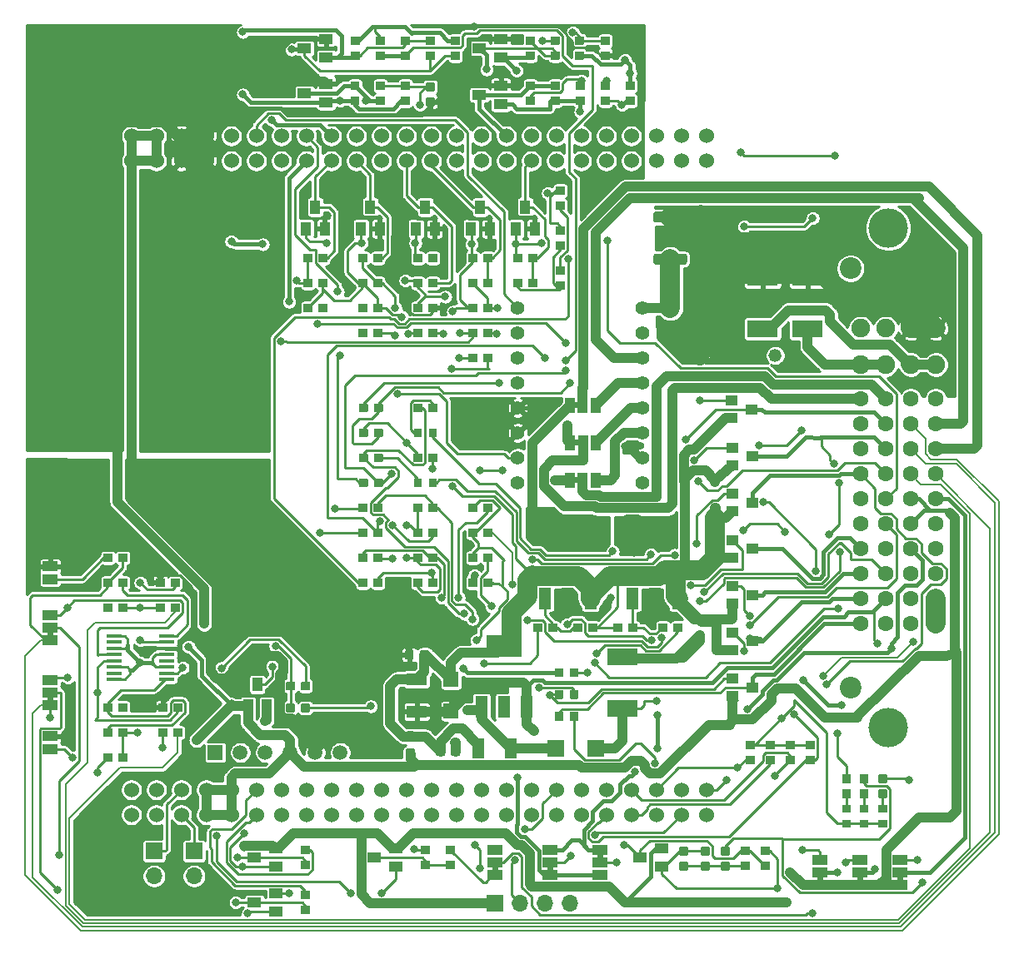
<source format=gtl>
G04 #@! TF.GenerationSoftware,KiCad,Pcbnew,5.1.5-52549c5~84~ubuntu18.04.1*
G04 #@! TF.CreationDate,2020-01-14T22:13:02+01:00*
G04 #@! TF.ProjectId,Speeduino_base,53706565-6475-4696-9e6f-5f626173652e,rev?*
G04 #@! TF.SameCoordinates,Original*
G04 #@! TF.FileFunction,Copper,L1,Top*
G04 #@! TF.FilePolarity,Positive*
%FSLAX46Y46*%
G04 Gerber Fmt 4.6, Leading zero omitted, Abs format (unit mm)*
G04 Created by KiCad (PCBNEW 5.1.5-52549c5~84~ubuntu18.04.1) date 2020-01-14 22:13:02*
%MOMM*%
%LPD*%
G04 APERTURE LIST*
%ADD10C,0.100000*%
%ADD11O,1.700000X1.700000*%
%ADD12R,1.700000X1.700000*%
%ADD13R,1.500000X1.000000*%
%ADD14C,1.524000*%
%ADD15R,1.000000X1.400000*%
%ADD16C,1.320800*%
%ADD17R,1.000000X1.500000*%
%ADD18C,2.200000*%
%ADD19C,4.000000*%
%ADD20C,1.900000*%
%ADD21C,1.600000*%
%ADD22R,3.150000X1.780000*%
%ADD23R,2.032000X1.270000*%
%ADD24R,1.270000X2.032000*%
%ADD25R,1.400000X1.000000*%
%ADD26R,1.800000X1.770000*%
%ADD27R,1.500000X1.500000*%
%ADD28R,3.600000X2.200000*%
%ADD29R,1.219200X2.235200*%
%ADD30C,1.408000*%
%ADD31C,1.508000*%
%ADD32R,1.508000X1.508000*%
%ADD33R,1.600200X0.355600*%
%ADD34R,1.143000X1.016000*%
%ADD35C,0.800000*%
%ADD36C,0.450000*%
%ADD37C,1.000000*%
%ADD38C,0.250000*%
%ADD39C,2.000000*%
%ADD40C,0.200000*%
%ADD41C,0.254000*%
G04 APERTURE END LIST*
D10*
G36*
X161752000Y-103516000D02*
G01*
X161752000Y-103016000D01*
X162352000Y-103016000D01*
X162352000Y-103516000D01*
X161752000Y-103516000D01*
G37*
G36*
X116540000Y-86244000D02*
G01*
X116540000Y-85744000D01*
X117140000Y-85744000D01*
X117140000Y-86244000D01*
X116540000Y-86244000D01*
G37*
G36*
X116540000Y-79640000D02*
G01*
X116540000Y-79140000D01*
X117140000Y-79140000D01*
X117140000Y-79640000D01*
X116540000Y-79640000D01*
G37*
G36*
X167340000Y-103516000D02*
G01*
X167340000Y-103016000D01*
X167940000Y-103016000D01*
X167940000Y-103516000D01*
X167340000Y-103516000D01*
G37*
G36*
X173020000Y-101716000D02*
G01*
X173020000Y-102216000D01*
X172420000Y-102216000D01*
X172420000Y-101716000D01*
X173020000Y-101716000D01*
G37*
G36*
X170042000Y-55834000D02*
G01*
X170542000Y-55834000D01*
X170542000Y-56434000D01*
X170042000Y-56434000D01*
X170042000Y-55834000D01*
G37*
G36*
X170072000Y-59644000D02*
G01*
X170572000Y-59644000D01*
X170572000Y-60244000D01*
X170072000Y-60244000D01*
X170072000Y-59644000D01*
G37*
G36*
X170042000Y-63454000D02*
G01*
X170542000Y-63454000D01*
X170542000Y-64054000D01*
X170042000Y-64054000D01*
X170042000Y-63454000D01*
G37*
G36*
X194772000Y-104532000D02*
G01*
X194772000Y-104032000D01*
X195372000Y-104032000D01*
X195372000Y-104532000D01*
X194772000Y-104532000D01*
G37*
G36*
X198836000Y-104532000D02*
G01*
X198836000Y-104032000D01*
X199436000Y-104032000D01*
X199436000Y-104532000D01*
X198836000Y-104532000D01*
G37*
G36*
X202900000Y-104532000D02*
G01*
X202900000Y-104032000D01*
X203500000Y-104032000D01*
X203500000Y-104532000D01*
X202900000Y-104532000D01*
G37*
D11*
X169672000Y-106807000D03*
X167132000Y-106807000D03*
X164592000Y-106807000D03*
D12*
X162052000Y-106807000D03*
G04 #@! TA.AperFunction,SMDPad,CuDef*
D10*
G36*
X153676779Y-89279144D02*
G01*
X153699834Y-89282563D01*
X153722443Y-89288227D01*
X153744387Y-89296079D01*
X153765457Y-89306044D01*
X153785448Y-89318026D01*
X153804168Y-89331910D01*
X153821438Y-89347562D01*
X153837090Y-89364832D01*
X153850974Y-89383552D01*
X153862956Y-89403543D01*
X153872921Y-89424613D01*
X153880773Y-89446557D01*
X153886437Y-89469166D01*
X153889856Y-89492221D01*
X153891000Y-89515500D01*
X153891000Y-90090500D01*
X153889856Y-90113779D01*
X153886437Y-90136834D01*
X153880773Y-90159443D01*
X153872921Y-90181387D01*
X153862956Y-90202457D01*
X153850974Y-90222448D01*
X153837090Y-90241168D01*
X153821438Y-90258438D01*
X153804168Y-90274090D01*
X153785448Y-90287974D01*
X153765457Y-90299956D01*
X153744387Y-90309921D01*
X153722443Y-90317773D01*
X153699834Y-90323437D01*
X153676779Y-90326856D01*
X153653500Y-90328000D01*
X153178500Y-90328000D01*
X153155221Y-90326856D01*
X153132166Y-90323437D01*
X153109557Y-90317773D01*
X153087613Y-90309921D01*
X153066543Y-90299956D01*
X153046552Y-90287974D01*
X153027832Y-90274090D01*
X153010562Y-90258438D01*
X152994910Y-90241168D01*
X152981026Y-90222448D01*
X152969044Y-90202457D01*
X152959079Y-90181387D01*
X152951227Y-90159443D01*
X152945563Y-90136834D01*
X152942144Y-90113779D01*
X152941000Y-90090500D01*
X152941000Y-89515500D01*
X152942144Y-89492221D01*
X152945563Y-89469166D01*
X152951227Y-89446557D01*
X152959079Y-89424613D01*
X152969044Y-89403543D01*
X152981026Y-89383552D01*
X152994910Y-89364832D01*
X153010562Y-89347562D01*
X153027832Y-89331910D01*
X153046552Y-89318026D01*
X153066543Y-89306044D01*
X153087613Y-89296079D01*
X153109557Y-89288227D01*
X153132166Y-89282563D01*
X153155221Y-89279144D01*
X153178500Y-89278000D01*
X153653500Y-89278000D01*
X153676779Y-89279144D01*
G37*
G04 #@! TD.AperFunction*
G04 #@! TA.AperFunction,SMDPad,CuDef*
G36*
X153676779Y-91029144D02*
G01*
X153699834Y-91032563D01*
X153722443Y-91038227D01*
X153744387Y-91046079D01*
X153765457Y-91056044D01*
X153785448Y-91068026D01*
X153804168Y-91081910D01*
X153821438Y-91097562D01*
X153837090Y-91114832D01*
X153850974Y-91133552D01*
X153862956Y-91153543D01*
X153872921Y-91174613D01*
X153880773Y-91196557D01*
X153886437Y-91219166D01*
X153889856Y-91242221D01*
X153891000Y-91265500D01*
X153891000Y-91840500D01*
X153889856Y-91863779D01*
X153886437Y-91886834D01*
X153880773Y-91909443D01*
X153872921Y-91931387D01*
X153862956Y-91952457D01*
X153850974Y-91972448D01*
X153837090Y-91991168D01*
X153821438Y-92008438D01*
X153804168Y-92024090D01*
X153785448Y-92037974D01*
X153765457Y-92049956D01*
X153744387Y-92059921D01*
X153722443Y-92067773D01*
X153699834Y-92073437D01*
X153676779Y-92076856D01*
X153653500Y-92078000D01*
X153178500Y-92078000D01*
X153155221Y-92076856D01*
X153132166Y-92073437D01*
X153109557Y-92067773D01*
X153087613Y-92059921D01*
X153066543Y-92049956D01*
X153046552Y-92037974D01*
X153027832Y-92024090D01*
X153010562Y-92008438D01*
X152994910Y-91991168D01*
X152981026Y-91972448D01*
X152969044Y-91952457D01*
X152959079Y-91931387D01*
X152951227Y-91909443D01*
X152945563Y-91886834D01*
X152942144Y-91863779D01*
X152941000Y-91840500D01*
X152941000Y-91265500D01*
X152942144Y-91242221D01*
X152945563Y-91219166D01*
X152951227Y-91196557D01*
X152959079Y-91174613D01*
X152969044Y-91153543D01*
X152981026Y-91133552D01*
X152994910Y-91114832D01*
X153010562Y-91097562D01*
X153027832Y-91081910D01*
X153046552Y-91068026D01*
X153066543Y-91056044D01*
X153087613Y-91046079D01*
X153109557Y-91038227D01*
X153132166Y-91032563D01*
X153155221Y-91029144D01*
X153178500Y-91028000D01*
X153653500Y-91028000D01*
X153676779Y-91029144D01*
G37*
G04 #@! TD.AperFunction*
G04 #@! TA.AperFunction,SMDPad,CuDef*
G36*
X199861267Y-93663035D02*
G01*
X199872054Y-93664635D01*
X199882633Y-93667285D01*
X199892901Y-93670959D01*
X199902759Y-93675621D01*
X199912113Y-93681228D01*
X199920872Y-93687724D01*
X199928952Y-93695048D01*
X199936276Y-93703128D01*
X199942772Y-93711887D01*
X199948379Y-93721241D01*
X199953041Y-93731099D01*
X199956715Y-93741367D01*
X199959365Y-93751946D01*
X199960965Y-93762733D01*
X199961500Y-93773625D01*
X199961500Y-94440375D01*
X199960965Y-94451267D01*
X199959365Y-94462054D01*
X199956715Y-94472633D01*
X199953041Y-94482901D01*
X199948379Y-94492759D01*
X199942772Y-94502113D01*
X199936276Y-94510872D01*
X199928952Y-94518952D01*
X199920872Y-94526276D01*
X199912113Y-94532772D01*
X199902759Y-94538379D01*
X199892901Y-94543041D01*
X199882633Y-94546715D01*
X199872054Y-94549365D01*
X199861267Y-94550965D01*
X199850375Y-94551500D01*
X199183625Y-94551500D01*
X199172733Y-94550965D01*
X199161946Y-94549365D01*
X199151367Y-94546715D01*
X199141099Y-94543041D01*
X199131241Y-94538379D01*
X199121887Y-94532772D01*
X199113128Y-94526276D01*
X199105048Y-94518952D01*
X199097724Y-94510872D01*
X199091228Y-94502113D01*
X199085621Y-94492759D01*
X199080959Y-94482901D01*
X199077285Y-94472633D01*
X199074635Y-94462054D01*
X199073035Y-94451267D01*
X199072500Y-94440375D01*
X199072500Y-93773625D01*
X199073035Y-93762733D01*
X199074635Y-93751946D01*
X199077285Y-93741367D01*
X199080959Y-93731099D01*
X199085621Y-93721241D01*
X199091228Y-93711887D01*
X199097724Y-93703128D01*
X199105048Y-93695048D01*
X199113128Y-93687724D01*
X199121887Y-93681228D01*
X199131241Y-93675621D01*
X199141099Y-93670959D01*
X199151367Y-93667285D01*
X199161946Y-93664635D01*
X199172733Y-93663035D01*
X199183625Y-93662500D01*
X199850375Y-93662500D01*
X199861267Y-93663035D01*
G37*
G04 #@! TD.AperFunction*
G04 #@! TA.AperFunction,SMDPad,CuDef*
G36*
X199861267Y-95187035D02*
G01*
X199872054Y-95188635D01*
X199882633Y-95191285D01*
X199892901Y-95194959D01*
X199902759Y-95199621D01*
X199912113Y-95205228D01*
X199920872Y-95211724D01*
X199928952Y-95219048D01*
X199936276Y-95227128D01*
X199942772Y-95235887D01*
X199948379Y-95245241D01*
X199953041Y-95255099D01*
X199956715Y-95265367D01*
X199959365Y-95275946D01*
X199960965Y-95286733D01*
X199961500Y-95297625D01*
X199961500Y-95964375D01*
X199960965Y-95975267D01*
X199959365Y-95986054D01*
X199956715Y-95996633D01*
X199953041Y-96006901D01*
X199948379Y-96016759D01*
X199942772Y-96026113D01*
X199936276Y-96034872D01*
X199928952Y-96042952D01*
X199920872Y-96050276D01*
X199912113Y-96056772D01*
X199902759Y-96062379D01*
X199892901Y-96067041D01*
X199882633Y-96070715D01*
X199872054Y-96073365D01*
X199861267Y-96074965D01*
X199850375Y-96075500D01*
X199183625Y-96075500D01*
X199172733Y-96074965D01*
X199161946Y-96073365D01*
X199151367Y-96070715D01*
X199141099Y-96067041D01*
X199131241Y-96062379D01*
X199121887Y-96056772D01*
X199113128Y-96050276D01*
X199105048Y-96042952D01*
X199097724Y-96034872D01*
X199091228Y-96026113D01*
X199085621Y-96016759D01*
X199080959Y-96006901D01*
X199077285Y-95996633D01*
X199074635Y-95986054D01*
X199073035Y-95975267D01*
X199072500Y-95964375D01*
X199072500Y-95297625D01*
X199073035Y-95286733D01*
X199074635Y-95275946D01*
X199077285Y-95265367D01*
X199080959Y-95255099D01*
X199085621Y-95245241D01*
X199091228Y-95235887D01*
X199097724Y-95227128D01*
X199105048Y-95219048D01*
X199113128Y-95211724D01*
X199121887Y-95205228D01*
X199131241Y-95199621D01*
X199141099Y-95194959D01*
X199151367Y-95191285D01*
X199161946Y-95188635D01*
X199172733Y-95187035D01*
X199183625Y-95186500D01*
X199850375Y-95186500D01*
X199861267Y-95187035D01*
G37*
G04 #@! TD.AperFunction*
G04 #@! TA.AperFunction,SMDPad,CuDef*
G36*
X198083267Y-93663035D02*
G01*
X198094054Y-93664635D01*
X198104633Y-93667285D01*
X198114901Y-93670959D01*
X198124759Y-93675621D01*
X198134113Y-93681228D01*
X198142872Y-93687724D01*
X198150952Y-93695048D01*
X198158276Y-93703128D01*
X198164772Y-93711887D01*
X198170379Y-93721241D01*
X198175041Y-93731099D01*
X198178715Y-93741367D01*
X198181365Y-93751946D01*
X198182965Y-93762733D01*
X198183500Y-93773625D01*
X198183500Y-94440375D01*
X198182965Y-94451267D01*
X198181365Y-94462054D01*
X198178715Y-94472633D01*
X198175041Y-94482901D01*
X198170379Y-94492759D01*
X198164772Y-94502113D01*
X198158276Y-94510872D01*
X198150952Y-94518952D01*
X198142872Y-94526276D01*
X198134113Y-94532772D01*
X198124759Y-94538379D01*
X198114901Y-94543041D01*
X198104633Y-94546715D01*
X198094054Y-94549365D01*
X198083267Y-94550965D01*
X198072375Y-94551500D01*
X197405625Y-94551500D01*
X197394733Y-94550965D01*
X197383946Y-94549365D01*
X197373367Y-94546715D01*
X197363099Y-94543041D01*
X197353241Y-94538379D01*
X197343887Y-94532772D01*
X197335128Y-94526276D01*
X197327048Y-94518952D01*
X197319724Y-94510872D01*
X197313228Y-94502113D01*
X197307621Y-94492759D01*
X197302959Y-94482901D01*
X197299285Y-94472633D01*
X197296635Y-94462054D01*
X197295035Y-94451267D01*
X197294500Y-94440375D01*
X197294500Y-93773625D01*
X197295035Y-93762733D01*
X197296635Y-93751946D01*
X197299285Y-93741367D01*
X197302959Y-93731099D01*
X197307621Y-93721241D01*
X197313228Y-93711887D01*
X197319724Y-93703128D01*
X197327048Y-93695048D01*
X197335128Y-93687724D01*
X197343887Y-93681228D01*
X197353241Y-93675621D01*
X197363099Y-93670959D01*
X197373367Y-93667285D01*
X197383946Y-93664635D01*
X197394733Y-93663035D01*
X197405625Y-93662500D01*
X198072375Y-93662500D01*
X198083267Y-93663035D01*
G37*
G04 #@! TD.AperFunction*
G04 #@! TA.AperFunction,SMDPad,CuDef*
G36*
X198083267Y-95187035D02*
G01*
X198094054Y-95188635D01*
X198104633Y-95191285D01*
X198114901Y-95194959D01*
X198124759Y-95199621D01*
X198134113Y-95205228D01*
X198142872Y-95211724D01*
X198150952Y-95219048D01*
X198158276Y-95227128D01*
X198164772Y-95235887D01*
X198170379Y-95245241D01*
X198175041Y-95255099D01*
X198178715Y-95265367D01*
X198181365Y-95275946D01*
X198182965Y-95286733D01*
X198183500Y-95297625D01*
X198183500Y-95964375D01*
X198182965Y-95975267D01*
X198181365Y-95986054D01*
X198178715Y-95996633D01*
X198175041Y-96006901D01*
X198170379Y-96016759D01*
X198164772Y-96026113D01*
X198158276Y-96034872D01*
X198150952Y-96042952D01*
X198142872Y-96050276D01*
X198134113Y-96056772D01*
X198124759Y-96062379D01*
X198114901Y-96067041D01*
X198104633Y-96070715D01*
X198094054Y-96073365D01*
X198083267Y-96074965D01*
X198072375Y-96075500D01*
X197405625Y-96075500D01*
X197394733Y-96074965D01*
X197383946Y-96073365D01*
X197373367Y-96070715D01*
X197363099Y-96067041D01*
X197353241Y-96062379D01*
X197343887Y-96056772D01*
X197335128Y-96050276D01*
X197327048Y-96042952D01*
X197319724Y-96034872D01*
X197313228Y-96026113D01*
X197307621Y-96016759D01*
X197302959Y-96006901D01*
X197299285Y-95996633D01*
X197296635Y-95986054D01*
X197295035Y-95975267D01*
X197294500Y-95964375D01*
X197294500Y-95297625D01*
X197295035Y-95286733D01*
X197296635Y-95275946D01*
X197299285Y-95265367D01*
X197302959Y-95255099D01*
X197307621Y-95245241D01*
X197313228Y-95235887D01*
X197319724Y-95227128D01*
X197327048Y-95219048D01*
X197335128Y-95211724D01*
X197343887Y-95205228D01*
X197353241Y-95199621D01*
X197363099Y-95194959D01*
X197373367Y-95191285D01*
X197383946Y-95188635D01*
X197394733Y-95187035D01*
X197405625Y-95186500D01*
X198072375Y-95186500D01*
X198083267Y-95187035D01*
G37*
G04 #@! TD.AperFunction*
G04 #@! TA.AperFunction,SMDPad,CuDef*
G36*
X201766267Y-93663035D02*
G01*
X201777054Y-93664635D01*
X201787633Y-93667285D01*
X201797901Y-93670959D01*
X201807759Y-93675621D01*
X201817113Y-93681228D01*
X201825872Y-93687724D01*
X201833952Y-93695048D01*
X201841276Y-93703128D01*
X201847772Y-93711887D01*
X201853379Y-93721241D01*
X201858041Y-93731099D01*
X201861715Y-93741367D01*
X201864365Y-93751946D01*
X201865965Y-93762733D01*
X201866500Y-93773625D01*
X201866500Y-94440375D01*
X201865965Y-94451267D01*
X201864365Y-94462054D01*
X201861715Y-94472633D01*
X201858041Y-94482901D01*
X201853379Y-94492759D01*
X201847772Y-94502113D01*
X201841276Y-94510872D01*
X201833952Y-94518952D01*
X201825872Y-94526276D01*
X201817113Y-94532772D01*
X201807759Y-94538379D01*
X201797901Y-94543041D01*
X201787633Y-94546715D01*
X201777054Y-94549365D01*
X201766267Y-94550965D01*
X201755375Y-94551500D01*
X201088625Y-94551500D01*
X201077733Y-94550965D01*
X201066946Y-94549365D01*
X201056367Y-94546715D01*
X201046099Y-94543041D01*
X201036241Y-94538379D01*
X201026887Y-94532772D01*
X201018128Y-94526276D01*
X201010048Y-94518952D01*
X201002724Y-94510872D01*
X200996228Y-94502113D01*
X200990621Y-94492759D01*
X200985959Y-94482901D01*
X200982285Y-94472633D01*
X200979635Y-94462054D01*
X200978035Y-94451267D01*
X200977500Y-94440375D01*
X200977500Y-93773625D01*
X200978035Y-93762733D01*
X200979635Y-93751946D01*
X200982285Y-93741367D01*
X200985959Y-93731099D01*
X200990621Y-93721241D01*
X200996228Y-93711887D01*
X201002724Y-93703128D01*
X201010048Y-93695048D01*
X201018128Y-93687724D01*
X201026887Y-93681228D01*
X201036241Y-93675621D01*
X201046099Y-93670959D01*
X201056367Y-93667285D01*
X201066946Y-93664635D01*
X201077733Y-93663035D01*
X201088625Y-93662500D01*
X201755375Y-93662500D01*
X201766267Y-93663035D01*
G37*
G04 #@! TD.AperFunction*
G04 #@! TA.AperFunction,SMDPad,CuDef*
G36*
X201766267Y-95187035D02*
G01*
X201777054Y-95188635D01*
X201787633Y-95191285D01*
X201797901Y-95194959D01*
X201807759Y-95199621D01*
X201817113Y-95205228D01*
X201825872Y-95211724D01*
X201833952Y-95219048D01*
X201841276Y-95227128D01*
X201847772Y-95235887D01*
X201853379Y-95245241D01*
X201858041Y-95255099D01*
X201861715Y-95265367D01*
X201864365Y-95275946D01*
X201865965Y-95286733D01*
X201866500Y-95297625D01*
X201866500Y-95964375D01*
X201865965Y-95975267D01*
X201864365Y-95986054D01*
X201861715Y-95996633D01*
X201858041Y-96006901D01*
X201853379Y-96016759D01*
X201847772Y-96026113D01*
X201841276Y-96034872D01*
X201833952Y-96042952D01*
X201825872Y-96050276D01*
X201817113Y-96056772D01*
X201807759Y-96062379D01*
X201797901Y-96067041D01*
X201787633Y-96070715D01*
X201777054Y-96073365D01*
X201766267Y-96074965D01*
X201755375Y-96075500D01*
X201088625Y-96075500D01*
X201077733Y-96074965D01*
X201066946Y-96073365D01*
X201056367Y-96070715D01*
X201046099Y-96067041D01*
X201036241Y-96062379D01*
X201026887Y-96056772D01*
X201018128Y-96050276D01*
X201010048Y-96042952D01*
X201002724Y-96034872D01*
X200996228Y-96026113D01*
X200990621Y-96016759D01*
X200985959Y-96006901D01*
X200982285Y-95996633D01*
X200979635Y-95986054D01*
X200978035Y-95975267D01*
X200977500Y-95964375D01*
X200977500Y-95297625D01*
X200978035Y-95286733D01*
X200979635Y-95275946D01*
X200982285Y-95265367D01*
X200985959Y-95255099D01*
X200990621Y-95245241D01*
X200996228Y-95235887D01*
X201002724Y-95227128D01*
X201010048Y-95219048D01*
X201018128Y-95211724D01*
X201026887Y-95205228D01*
X201036241Y-95199621D01*
X201046099Y-95194959D01*
X201056367Y-95191285D01*
X201066946Y-95188635D01*
X201077733Y-95187035D01*
X201088625Y-95186500D01*
X201755375Y-95186500D01*
X201766267Y-95187035D01*
G37*
G04 #@! TD.AperFunction*
G04 #@! TA.AperFunction,SMDPad,CuDef*
G36*
X199875586Y-98298459D02*
G01*
X199884832Y-98299830D01*
X199893900Y-98302101D01*
X199902701Y-98305250D01*
X199911151Y-98309247D01*
X199919168Y-98314053D01*
X199926676Y-98319621D01*
X199933602Y-98325898D01*
X199939879Y-98332824D01*
X199945447Y-98340332D01*
X199950253Y-98348349D01*
X199954250Y-98356799D01*
X199957399Y-98365600D01*
X199959670Y-98374668D01*
X199961041Y-98383914D01*
X199961500Y-98393250D01*
X199961500Y-98964750D01*
X199961041Y-98974086D01*
X199959670Y-98983332D01*
X199957399Y-98992400D01*
X199954250Y-99001201D01*
X199950253Y-99009651D01*
X199945447Y-99017668D01*
X199939879Y-99025176D01*
X199933602Y-99032102D01*
X199926676Y-99038379D01*
X199919168Y-99043947D01*
X199911151Y-99048753D01*
X199902701Y-99052750D01*
X199893900Y-99055899D01*
X199884832Y-99058170D01*
X199875586Y-99059541D01*
X199866250Y-99060000D01*
X199167750Y-99060000D01*
X199158414Y-99059541D01*
X199149168Y-99058170D01*
X199140100Y-99055899D01*
X199131299Y-99052750D01*
X199122849Y-99048753D01*
X199114832Y-99043947D01*
X199107324Y-99038379D01*
X199100398Y-99032102D01*
X199094121Y-99025176D01*
X199088553Y-99017668D01*
X199083747Y-99009651D01*
X199079750Y-99001201D01*
X199076601Y-98992400D01*
X199074330Y-98983332D01*
X199072959Y-98974086D01*
X199072500Y-98964750D01*
X199072500Y-98393250D01*
X199072959Y-98383914D01*
X199074330Y-98374668D01*
X199076601Y-98365600D01*
X199079750Y-98356799D01*
X199083747Y-98348349D01*
X199088553Y-98340332D01*
X199094121Y-98332824D01*
X199100398Y-98325898D01*
X199107324Y-98319621D01*
X199114832Y-98314053D01*
X199122849Y-98309247D01*
X199131299Y-98305250D01*
X199140100Y-98302101D01*
X199149168Y-98299830D01*
X199158414Y-98298459D01*
X199167750Y-98298000D01*
X199866250Y-98298000D01*
X199875586Y-98298459D01*
G37*
G04 #@! TD.AperFunction*
G04 #@! TA.AperFunction,SMDPad,CuDef*
G36*
X199875586Y-96774459D02*
G01*
X199884832Y-96775830D01*
X199893900Y-96778101D01*
X199902701Y-96781250D01*
X199911151Y-96785247D01*
X199919168Y-96790053D01*
X199926676Y-96795621D01*
X199933602Y-96801898D01*
X199939879Y-96808824D01*
X199945447Y-96816332D01*
X199950253Y-96824349D01*
X199954250Y-96832799D01*
X199957399Y-96841600D01*
X199959670Y-96850668D01*
X199961041Y-96859914D01*
X199961500Y-96869250D01*
X199961500Y-97440750D01*
X199961041Y-97450086D01*
X199959670Y-97459332D01*
X199957399Y-97468400D01*
X199954250Y-97477201D01*
X199950253Y-97485651D01*
X199945447Y-97493668D01*
X199939879Y-97501176D01*
X199933602Y-97508102D01*
X199926676Y-97514379D01*
X199919168Y-97519947D01*
X199911151Y-97524753D01*
X199902701Y-97528750D01*
X199893900Y-97531899D01*
X199884832Y-97534170D01*
X199875586Y-97535541D01*
X199866250Y-97536000D01*
X199167750Y-97536000D01*
X199158414Y-97535541D01*
X199149168Y-97534170D01*
X199140100Y-97531899D01*
X199131299Y-97528750D01*
X199122849Y-97524753D01*
X199114832Y-97519947D01*
X199107324Y-97514379D01*
X199100398Y-97508102D01*
X199094121Y-97501176D01*
X199088553Y-97493668D01*
X199083747Y-97485651D01*
X199079750Y-97477201D01*
X199076601Y-97468400D01*
X199074330Y-97459332D01*
X199072959Y-97450086D01*
X199072500Y-97440750D01*
X199072500Y-96869250D01*
X199072959Y-96859914D01*
X199074330Y-96850668D01*
X199076601Y-96841600D01*
X199079750Y-96832799D01*
X199083747Y-96824349D01*
X199088553Y-96816332D01*
X199094121Y-96808824D01*
X199100398Y-96801898D01*
X199107324Y-96795621D01*
X199114832Y-96790053D01*
X199122849Y-96785247D01*
X199131299Y-96781250D01*
X199140100Y-96778101D01*
X199149168Y-96775830D01*
X199158414Y-96774459D01*
X199167750Y-96774000D01*
X199866250Y-96774000D01*
X199875586Y-96774459D01*
G37*
G04 #@! TD.AperFunction*
G04 #@! TA.AperFunction,SMDPad,CuDef*
G36*
X198097586Y-98298459D02*
G01*
X198106832Y-98299830D01*
X198115900Y-98302101D01*
X198124701Y-98305250D01*
X198133151Y-98309247D01*
X198141168Y-98314053D01*
X198148676Y-98319621D01*
X198155602Y-98325898D01*
X198161879Y-98332824D01*
X198167447Y-98340332D01*
X198172253Y-98348349D01*
X198176250Y-98356799D01*
X198179399Y-98365600D01*
X198181670Y-98374668D01*
X198183041Y-98383914D01*
X198183500Y-98393250D01*
X198183500Y-98964750D01*
X198183041Y-98974086D01*
X198181670Y-98983332D01*
X198179399Y-98992400D01*
X198176250Y-99001201D01*
X198172253Y-99009651D01*
X198167447Y-99017668D01*
X198161879Y-99025176D01*
X198155602Y-99032102D01*
X198148676Y-99038379D01*
X198141168Y-99043947D01*
X198133151Y-99048753D01*
X198124701Y-99052750D01*
X198115900Y-99055899D01*
X198106832Y-99058170D01*
X198097586Y-99059541D01*
X198088250Y-99060000D01*
X197389750Y-99060000D01*
X197380414Y-99059541D01*
X197371168Y-99058170D01*
X197362100Y-99055899D01*
X197353299Y-99052750D01*
X197344849Y-99048753D01*
X197336832Y-99043947D01*
X197329324Y-99038379D01*
X197322398Y-99032102D01*
X197316121Y-99025176D01*
X197310553Y-99017668D01*
X197305747Y-99009651D01*
X197301750Y-99001201D01*
X197298601Y-98992400D01*
X197296330Y-98983332D01*
X197294959Y-98974086D01*
X197294500Y-98964750D01*
X197294500Y-98393250D01*
X197294959Y-98383914D01*
X197296330Y-98374668D01*
X197298601Y-98365600D01*
X197301750Y-98356799D01*
X197305747Y-98348349D01*
X197310553Y-98340332D01*
X197316121Y-98332824D01*
X197322398Y-98325898D01*
X197329324Y-98319621D01*
X197336832Y-98314053D01*
X197344849Y-98309247D01*
X197353299Y-98305250D01*
X197362100Y-98302101D01*
X197371168Y-98299830D01*
X197380414Y-98298459D01*
X197389750Y-98298000D01*
X198088250Y-98298000D01*
X198097586Y-98298459D01*
G37*
G04 #@! TD.AperFunction*
G04 #@! TA.AperFunction,SMDPad,CuDef*
G36*
X198097586Y-96774459D02*
G01*
X198106832Y-96775830D01*
X198115900Y-96778101D01*
X198124701Y-96781250D01*
X198133151Y-96785247D01*
X198141168Y-96790053D01*
X198148676Y-96795621D01*
X198155602Y-96801898D01*
X198161879Y-96808824D01*
X198167447Y-96816332D01*
X198172253Y-96824349D01*
X198176250Y-96832799D01*
X198179399Y-96841600D01*
X198181670Y-96850668D01*
X198183041Y-96859914D01*
X198183500Y-96869250D01*
X198183500Y-97440750D01*
X198183041Y-97450086D01*
X198181670Y-97459332D01*
X198179399Y-97468400D01*
X198176250Y-97477201D01*
X198172253Y-97485651D01*
X198167447Y-97493668D01*
X198161879Y-97501176D01*
X198155602Y-97508102D01*
X198148676Y-97514379D01*
X198141168Y-97519947D01*
X198133151Y-97524753D01*
X198124701Y-97528750D01*
X198115900Y-97531899D01*
X198106832Y-97534170D01*
X198097586Y-97535541D01*
X198088250Y-97536000D01*
X197389750Y-97536000D01*
X197380414Y-97535541D01*
X197371168Y-97534170D01*
X197362100Y-97531899D01*
X197353299Y-97528750D01*
X197344849Y-97524753D01*
X197336832Y-97519947D01*
X197329324Y-97514379D01*
X197322398Y-97508102D01*
X197316121Y-97501176D01*
X197310553Y-97493668D01*
X197305747Y-97485651D01*
X197301750Y-97477201D01*
X197298601Y-97468400D01*
X197296330Y-97459332D01*
X197294959Y-97450086D01*
X197294500Y-97440750D01*
X197294500Y-96869250D01*
X197294959Y-96859914D01*
X197296330Y-96850668D01*
X197298601Y-96841600D01*
X197301750Y-96832799D01*
X197305747Y-96824349D01*
X197310553Y-96816332D01*
X197316121Y-96808824D01*
X197322398Y-96801898D01*
X197329324Y-96795621D01*
X197336832Y-96790053D01*
X197344849Y-96785247D01*
X197353299Y-96781250D01*
X197362100Y-96778101D01*
X197371168Y-96775830D01*
X197380414Y-96774459D01*
X197389750Y-96774000D01*
X198088250Y-96774000D01*
X198097586Y-96774459D01*
G37*
G04 #@! TD.AperFunction*
G04 #@! TA.AperFunction,SMDPad,CuDef*
G36*
X201780586Y-98298459D02*
G01*
X201789832Y-98299830D01*
X201798900Y-98302101D01*
X201807701Y-98305250D01*
X201816151Y-98309247D01*
X201824168Y-98314053D01*
X201831676Y-98319621D01*
X201838602Y-98325898D01*
X201844879Y-98332824D01*
X201850447Y-98340332D01*
X201855253Y-98348349D01*
X201859250Y-98356799D01*
X201862399Y-98365600D01*
X201864670Y-98374668D01*
X201866041Y-98383914D01*
X201866500Y-98393250D01*
X201866500Y-98964750D01*
X201866041Y-98974086D01*
X201864670Y-98983332D01*
X201862399Y-98992400D01*
X201859250Y-99001201D01*
X201855253Y-99009651D01*
X201850447Y-99017668D01*
X201844879Y-99025176D01*
X201838602Y-99032102D01*
X201831676Y-99038379D01*
X201824168Y-99043947D01*
X201816151Y-99048753D01*
X201807701Y-99052750D01*
X201798900Y-99055899D01*
X201789832Y-99058170D01*
X201780586Y-99059541D01*
X201771250Y-99060000D01*
X201072750Y-99060000D01*
X201063414Y-99059541D01*
X201054168Y-99058170D01*
X201045100Y-99055899D01*
X201036299Y-99052750D01*
X201027849Y-99048753D01*
X201019832Y-99043947D01*
X201012324Y-99038379D01*
X201005398Y-99032102D01*
X200999121Y-99025176D01*
X200993553Y-99017668D01*
X200988747Y-99009651D01*
X200984750Y-99001201D01*
X200981601Y-98992400D01*
X200979330Y-98983332D01*
X200977959Y-98974086D01*
X200977500Y-98964750D01*
X200977500Y-98393250D01*
X200977959Y-98383914D01*
X200979330Y-98374668D01*
X200981601Y-98365600D01*
X200984750Y-98356799D01*
X200988747Y-98348349D01*
X200993553Y-98340332D01*
X200999121Y-98332824D01*
X201005398Y-98325898D01*
X201012324Y-98319621D01*
X201019832Y-98314053D01*
X201027849Y-98309247D01*
X201036299Y-98305250D01*
X201045100Y-98302101D01*
X201054168Y-98299830D01*
X201063414Y-98298459D01*
X201072750Y-98298000D01*
X201771250Y-98298000D01*
X201780586Y-98298459D01*
G37*
G04 #@! TD.AperFunction*
G04 #@! TA.AperFunction,SMDPad,CuDef*
G36*
X201780586Y-96774459D02*
G01*
X201789832Y-96775830D01*
X201798900Y-96778101D01*
X201807701Y-96781250D01*
X201816151Y-96785247D01*
X201824168Y-96790053D01*
X201831676Y-96795621D01*
X201838602Y-96801898D01*
X201844879Y-96808824D01*
X201850447Y-96816332D01*
X201855253Y-96824349D01*
X201859250Y-96832799D01*
X201862399Y-96841600D01*
X201864670Y-96850668D01*
X201866041Y-96859914D01*
X201866500Y-96869250D01*
X201866500Y-97440750D01*
X201866041Y-97450086D01*
X201864670Y-97459332D01*
X201862399Y-97468400D01*
X201859250Y-97477201D01*
X201855253Y-97485651D01*
X201850447Y-97493668D01*
X201844879Y-97501176D01*
X201838602Y-97508102D01*
X201831676Y-97514379D01*
X201824168Y-97519947D01*
X201816151Y-97524753D01*
X201807701Y-97528750D01*
X201798900Y-97531899D01*
X201789832Y-97534170D01*
X201780586Y-97535541D01*
X201771250Y-97536000D01*
X201072750Y-97536000D01*
X201063414Y-97535541D01*
X201054168Y-97534170D01*
X201045100Y-97531899D01*
X201036299Y-97528750D01*
X201027849Y-97524753D01*
X201019832Y-97519947D01*
X201012324Y-97514379D01*
X201005398Y-97508102D01*
X200999121Y-97501176D01*
X200993553Y-97493668D01*
X200988747Y-97485651D01*
X200984750Y-97477201D01*
X200981601Y-97468400D01*
X200979330Y-97459332D01*
X200977959Y-97450086D01*
X200977500Y-97440750D01*
X200977500Y-96869250D01*
X200977959Y-96859914D01*
X200979330Y-96850668D01*
X200981601Y-96841600D01*
X200984750Y-96832799D01*
X200988747Y-96824349D01*
X200993553Y-96816332D01*
X200999121Y-96808824D01*
X201005398Y-96801898D01*
X201012324Y-96795621D01*
X201019832Y-96790053D01*
X201027849Y-96785247D01*
X201036299Y-96781250D01*
X201045100Y-96778101D01*
X201054168Y-96775830D01*
X201063414Y-96774459D01*
X201072750Y-96774000D01*
X201771250Y-96774000D01*
X201780586Y-96774459D01*
G37*
G04 #@! TD.AperFunction*
D11*
X131445000Y-104013000D03*
D12*
X131445000Y-101473000D03*
D11*
X127381000Y-104013000D03*
D12*
X127381000Y-101473000D03*
G04 #@! TA.AperFunction,SMDPad,CuDef*
D10*
G36*
X148934267Y-45784035D02*
G01*
X148945054Y-45785635D01*
X148955633Y-45788285D01*
X148965901Y-45791959D01*
X148975759Y-45796621D01*
X148985113Y-45802228D01*
X148993872Y-45808724D01*
X149001952Y-45816048D01*
X149009276Y-45824128D01*
X149015772Y-45832887D01*
X149021379Y-45842241D01*
X149026041Y-45852099D01*
X149029715Y-45862367D01*
X149032365Y-45872946D01*
X149033965Y-45883733D01*
X149034500Y-45894625D01*
X149034500Y-46561375D01*
X149033965Y-46572267D01*
X149032365Y-46583054D01*
X149029715Y-46593633D01*
X149026041Y-46603901D01*
X149021379Y-46613759D01*
X149015772Y-46623113D01*
X149009276Y-46631872D01*
X149001952Y-46639952D01*
X148993872Y-46647276D01*
X148985113Y-46653772D01*
X148975759Y-46659379D01*
X148965901Y-46664041D01*
X148955633Y-46667715D01*
X148945054Y-46670365D01*
X148934267Y-46671965D01*
X148923375Y-46672500D01*
X148256625Y-46672500D01*
X148245733Y-46671965D01*
X148234946Y-46670365D01*
X148224367Y-46667715D01*
X148214099Y-46664041D01*
X148204241Y-46659379D01*
X148194887Y-46653772D01*
X148186128Y-46647276D01*
X148178048Y-46639952D01*
X148170724Y-46631872D01*
X148164228Y-46623113D01*
X148158621Y-46613759D01*
X148153959Y-46603901D01*
X148150285Y-46593633D01*
X148147635Y-46583054D01*
X148146035Y-46572267D01*
X148145500Y-46561375D01*
X148145500Y-45894625D01*
X148146035Y-45883733D01*
X148147635Y-45872946D01*
X148150285Y-45862367D01*
X148153959Y-45852099D01*
X148158621Y-45842241D01*
X148164228Y-45832887D01*
X148170724Y-45824128D01*
X148178048Y-45816048D01*
X148186128Y-45808724D01*
X148194887Y-45802228D01*
X148204241Y-45796621D01*
X148214099Y-45791959D01*
X148224367Y-45788285D01*
X148234946Y-45785635D01*
X148245733Y-45784035D01*
X148256625Y-45783500D01*
X148923375Y-45783500D01*
X148934267Y-45784035D01*
G37*
G04 #@! TD.AperFunction*
G04 #@! TA.AperFunction,SMDPad,CuDef*
G36*
X150458267Y-45784035D02*
G01*
X150469054Y-45785635D01*
X150479633Y-45788285D01*
X150489901Y-45791959D01*
X150499759Y-45796621D01*
X150509113Y-45802228D01*
X150517872Y-45808724D01*
X150525952Y-45816048D01*
X150533276Y-45824128D01*
X150539772Y-45832887D01*
X150545379Y-45842241D01*
X150550041Y-45852099D01*
X150553715Y-45862367D01*
X150556365Y-45872946D01*
X150557965Y-45883733D01*
X150558500Y-45894625D01*
X150558500Y-46561375D01*
X150557965Y-46572267D01*
X150556365Y-46583054D01*
X150553715Y-46593633D01*
X150550041Y-46603901D01*
X150545379Y-46613759D01*
X150539772Y-46623113D01*
X150533276Y-46631872D01*
X150525952Y-46639952D01*
X150517872Y-46647276D01*
X150509113Y-46653772D01*
X150499759Y-46659379D01*
X150489901Y-46664041D01*
X150479633Y-46667715D01*
X150469054Y-46670365D01*
X150458267Y-46671965D01*
X150447375Y-46672500D01*
X149780625Y-46672500D01*
X149769733Y-46671965D01*
X149758946Y-46670365D01*
X149748367Y-46667715D01*
X149738099Y-46664041D01*
X149728241Y-46659379D01*
X149718887Y-46653772D01*
X149710128Y-46647276D01*
X149702048Y-46639952D01*
X149694724Y-46631872D01*
X149688228Y-46623113D01*
X149682621Y-46613759D01*
X149677959Y-46603901D01*
X149674285Y-46593633D01*
X149671635Y-46583054D01*
X149670035Y-46572267D01*
X149669500Y-46561375D01*
X149669500Y-45894625D01*
X149670035Y-45883733D01*
X149671635Y-45872946D01*
X149674285Y-45862367D01*
X149677959Y-45852099D01*
X149682621Y-45842241D01*
X149688228Y-45832887D01*
X149694724Y-45824128D01*
X149702048Y-45816048D01*
X149710128Y-45808724D01*
X149718887Y-45802228D01*
X149728241Y-45796621D01*
X149738099Y-45791959D01*
X149748367Y-45788285D01*
X149758946Y-45785635D01*
X149769733Y-45784035D01*
X149780625Y-45783500D01*
X150447375Y-45783500D01*
X150458267Y-45784035D01*
G37*
G04 #@! TD.AperFunction*
G04 #@! TA.AperFunction,SMDPad,CuDef*
G36*
X161634267Y-45784035D02*
G01*
X161645054Y-45785635D01*
X161655633Y-45788285D01*
X161665901Y-45791959D01*
X161675759Y-45796621D01*
X161685113Y-45802228D01*
X161693872Y-45808724D01*
X161701952Y-45816048D01*
X161709276Y-45824128D01*
X161715772Y-45832887D01*
X161721379Y-45842241D01*
X161726041Y-45852099D01*
X161729715Y-45862367D01*
X161732365Y-45872946D01*
X161733965Y-45883733D01*
X161734500Y-45894625D01*
X161734500Y-46561375D01*
X161733965Y-46572267D01*
X161732365Y-46583054D01*
X161729715Y-46593633D01*
X161726041Y-46603901D01*
X161721379Y-46613759D01*
X161715772Y-46623113D01*
X161709276Y-46631872D01*
X161701952Y-46639952D01*
X161693872Y-46647276D01*
X161685113Y-46653772D01*
X161675759Y-46659379D01*
X161665901Y-46664041D01*
X161655633Y-46667715D01*
X161645054Y-46670365D01*
X161634267Y-46671965D01*
X161623375Y-46672500D01*
X160956625Y-46672500D01*
X160945733Y-46671965D01*
X160934946Y-46670365D01*
X160924367Y-46667715D01*
X160914099Y-46664041D01*
X160904241Y-46659379D01*
X160894887Y-46653772D01*
X160886128Y-46647276D01*
X160878048Y-46639952D01*
X160870724Y-46631872D01*
X160864228Y-46623113D01*
X160858621Y-46613759D01*
X160853959Y-46603901D01*
X160850285Y-46593633D01*
X160847635Y-46583054D01*
X160846035Y-46572267D01*
X160845500Y-46561375D01*
X160845500Y-45894625D01*
X160846035Y-45883733D01*
X160847635Y-45872946D01*
X160850285Y-45862367D01*
X160853959Y-45852099D01*
X160858621Y-45842241D01*
X160864228Y-45832887D01*
X160870724Y-45824128D01*
X160878048Y-45816048D01*
X160886128Y-45808724D01*
X160894887Y-45802228D01*
X160904241Y-45796621D01*
X160914099Y-45791959D01*
X160924367Y-45788285D01*
X160934946Y-45785635D01*
X160945733Y-45784035D01*
X160956625Y-45783500D01*
X161623375Y-45783500D01*
X161634267Y-45784035D01*
G37*
G04 #@! TD.AperFunction*
G04 #@! TA.AperFunction,SMDPad,CuDef*
G36*
X160110267Y-45784035D02*
G01*
X160121054Y-45785635D01*
X160131633Y-45788285D01*
X160141901Y-45791959D01*
X160151759Y-45796621D01*
X160161113Y-45802228D01*
X160169872Y-45808724D01*
X160177952Y-45816048D01*
X160185276Y-45824128D01*
X160191772Y-45832887D01*
X160197379Y-45842241D01*
X160202041Y-45852099D01*
X160205715Y-45862367D01*
X160208365Y-45872946D01*
X160209965Y-45883733D01*
X160210500Y-45894625D01*
X160210500Y-46561375D01*
X160209965Y-46572267D01*
X160208365Y-46583054D01*
X160205715Y-46593633D01*
X160202041Y-46603901D01*
X160197379Y-46613759D01*
X160191772Y-46623113D01*
X160185276Y-46631872D01*
X160177952Y-46639952D01*
X160169872Y-46647276D01*
X160161113Y-46653772D01*
X160151759Y-46659379D01*
X160141901Y-46664041D01*
X160131633Y-46667715D01*
X160121054Y-46670365D01*
X160110267Y-46671965D01*
X160099375Y-46672500D01*
X159432625Y-46672500D01*
X159421733Y-46671965D01*
X159410946Y-46670365D01*
X159400367Y-46667715D01*
X159390099Y-46664041D01*
X159380241Y-46659379D01*
X159370887Y-46653772D01*
X159362128Y-46647276D01*
X159354048Y-46639952D01*
X159346724Y-46631872D01*
X159340228Y-46623113D01*
X159334621Y-46613759D01*
X159329959Y-46603901D01*
X159326285Y-46593633D01*
X159323635Y-46583054D01*
X159322035Y-46572267D01*
X159321500Y-46561375D01*
X159321500Y-45894625D01*
X159322035Y-45883733D01*
X159323635Y-45872946D01*
X159326285Y-45862367D01*
X159329959Y-45852099D01*
X159334621Y-45842241D01*
X159340228Y-45832887D01*
X159346724Y-45824128D01*
X159354048Y-45816048D01*
X159362128Y-45808724D01*
X159370887Y-45802228D01*
X159380241Y-45796621D01*
X159390099Y-45791959D01*
X159400367Y-45788285D01*
X159410946Y-45785635D01*
X159421733Y-45784035D01*
X159432625Y-45783500D01*
X160099375Y-45783500D01*
X160110267Y-45784035D01*
G37*
G04 #@! TD.AperFunction*
G04 #@! TA.AperFunction,SMDPad,CuDef*
G36*
X169000267Y-39434035D02*
G01*
X169011054Y-39435635D01*
X169021633Y-39438285D01*
X169031901Y-39441959D01*
X169041759Y-39446621D01*
X169051113Y-39452228D01*
X169059872Y-39458724D01*
X169067952Y-39466048D01*
X169075276Y-39474128D01*
X169081772Y-39482887D01*
X169087379Y-39492241D01*
X169092041Y-39502099D01*
X169095715Y-39512367D01*
X169098365Y-39522946D01*
X169099965Y-39533733D01*
X169100500Y-39544625D01*
X169100500Y-40211375D01*
X169099965Y-40222267D01*
X169098365Y-40233054D01*
X169095715Y-40243633D01*
X169092041Y-40253901D01*
X169087379Y-40263759D01*
X169081772Y-40273113D01*
X169075276Y-40281872D01*
X169067952Y-40289952D01*
X169059872Y-40297276D01*
X169051113Y-40303772D01*
X169041759Y-40309379D01*
X169031901Y-40314041D01*
X169021633Y-40317715D01*
X169011054Y-40320365D01*
X169000267Y-40321965D01*
X168989375Y-40322500D01*
X168322625Y-40322500D01*
X168311733Y-40321965D01*
X168300946Y-40320365D01*
X168290367Y-40317715D01*
X168280099Y-40314041D01*
X168270241Y-40309379D01*
X168260887Y-40303772D01*
X168252128Y-40297276D01*
X168244048Y-40289952D01*
X168236724Y-40281872D01*
X168230228Y-40273113D01*
X168224621Y-40263759D01*
X168219959Y-40253901D01*
X168216285Y-40243633D01*
X168213635Y-40233054D01*
X168212035Y-40222267D01*
X168211500Y-40211375D01*
X168211500Y-39544625D01*
X168212035Y-39533733D01*
X168213635Y-39522946D01*
X168216285Y-39512367D01*
X168219959Y-39502099D01*
X168224621Y-39492241D01*
X168230228Y-39482887D01*
X168236724Y-39474128D01*
X168244048Y-39466048D01*
X168252128Y-39458724D01*
X168260887Y-39452228D01*
X168270241Y-39446621D01*
X168280099Y-39441959D01*
X168290367Y-39438285D01*
X168300946Y-39435635D01*
X168311733Y-39434035D01*
X168322625Y-39433500D01*
X168989375Y-39433500D01*
X169000267Y-39434035D01*
G37*
G04 #@! TD.AperFunction*
G04 #@! TA.AperFunction,SMDPad,CuDef*
G36*
X169000267Y-37910035D02*
G01*
X169011054Y-37911635D01*
X169021633Y-37914285D01*
X169031901Y-37917959D01*
X169041759Y-37922621D01*
X169051113Y-37928228D01*
X169059872Y-37934724D01*
X169067952Y-37942048D01*
X169075276Y-37950128D01*
X169081772Y-37958887D01*
X169087379Y-37968241D01*
X169092041Y-37978099D01*
X169095715Y-37988367D01*
X169098365Y-37998946D01*
X169099965Y-38009733D01*
X169100500Y-38020625D01*
X169100500Y-38687375D01*
X169099965Y-38698267D01*
X169098365Y-38709054D01*
X169095715Y-38719633D01*
X169092041Y-38729901D01*
X169087379Y-38739759D01*
X169081772Y-38749113D01*
X169075276Y-38757872D01*
X169067952Y-38765952D01*
X169059872Y-38773276D01*
X169051113Y-38779772D01*
X169041759Y-38785379D01*
X169031901Y-38790041D01*
X169021633Y-38793715D01*
X169011054Y-38796365D01*
X169000267Y-38797965D01*
X168989375Y-38798500D01*
X168322625Y-38798500D01*
X168311733Y-38797965D01*
X168300946Y-38796365D01*
X168290367Y-38793715D01*
X168280099Y-38790041D01*
X168270241Y-38785379D01*
X168260887Y-38779772D01*
X168252128Y-38773276D01*
X168244048Y-38765952D01*
X168236724Y-38757872D01*
X168230228Y-38749113D01*
X168224621Y-38739759D01*
X168219959Y-38729901D01*
X168216285Y-38719633D01*
X168213635Y-38709054D01*
X168212035Y-38698267D01*
X168211500Y-38687375D01*
X168211500Y-38020625D01*
X168212035Y-38009733D01*
X168213635Y-37998946D01*
X168216285Y-37988367D01*
X168219959Y-37978099D01*
X168224621Y-37968241D01*
X168230228Y-37958887D01*
X168236724Y-37950128D01*
X168244048Y-37942048D01*
X168252128Y-37934724D01*
X168260887Y-37928228D01*
X168270241Y-37922621D01*
X168280099Y-37917959D01*
X168290367Y-37914285D01*
X168300946Y-37911635D01*
X168311733Y-37910035D01*
X168322625Y-37909500D01*
X168989375Y-37909500D01*
X169000267Y-37910035D01*
G37*
G04 #@! TD.AperFunction*
G04 #@! TA.AperFunction,SMDPad,CuDef*
G36*
X169000267Y-35370035D02*
G01*
X169011054Y-35371635D01*
X169021633Y-35374285D01*
X169031901Y-35377959D01*
X169041759Y-35382621D01*
X169051113Y-35388228D01*
X169059872Y-35394724D01*
X169067952Y-35402048D01*
X169075276Y-35410128D01*
X169081772Y-35418887D01*
X169087379Y-35428241D01*
X169092041Y-35438099D01*
X169095715Y-35448367D01*
X169098365Y-35458946D01*
X169099965Y-35469733D01*
X169100500Y-35480625D01*
X169100500Y-36147375D01*
X169099965Y-36158267D01*
X169098365Y-36169054D01*
X169095715Y-36179633D01*
X169092041Y-36189901D01*
X169087379Y-36199759D01*
X169081772Y-36209113D01*
X169075276Y-36217872D01*
X169067952Y-36225952D01*
X169059872Y-36233276D01*
X169051113Y-36239772D01*
X169041759Y-36245379D01*
X169031901Y-36250041D01*
X169021633Y-36253715D01*
X169011054Y-36256365D01*
X169000267Y-36257965D01*
X168989375Y-36258500D01*
X168322625Y-36258500D01*
X168311733Y-36257965D01*
X168300946Y-36256365D01*
X168290367Y-36253715D01*
X168280099Y-36250041D01*
X168270241Y-36245379D01*
X168260887Y-36239772D01*
X168252128Y-36233276D01*
X168244048Y-36225952D01*
X168236724Y-36217872D01*
X168230228Y-36209113D01*
X168224621Y-36199759D01*
X168219959Y-36189901D01*
X168216285Y-36179633D01*
X168213635Y-36169054D01*
X168212035Y-36158267D01*
X168211500Y-36147375D01*
X168211500Y-35480625D01*
X168212035Y-35469733D01*
X168213635Y-35458946D01*
X168216285Y-35448367D01*
X168219959Y-35438099D01*
X168224621Y-35428241D01*
X168230228Y-35418887D01*
X168236724Y-35410128D01*
X168244048Y-35402048D01*
X168252128Y-35394724D01*
X168260887Y-35388228D01*
X168270241Y-35382621D01*
X168280099Y-35377959D01*
X168290367Y-35374285D01*
X168300946Y-35371635D01*
X168311733Y-35370035D01*
X168322625Y-35369500D01*
X168989375Y-35369500D01*
X169000267Y-35370035D01*
G37*
G04 #@! TD.AperFunction*
G04 #@! TA.AperFunction,SMDPad,CuDef*
G36*
X169000267Y-33846035D02*
G01*
X169011054Y-33847635D01*
X169021633Y-33850285D01*
X169031901Y-33853959D01*
X169041759Y-33858621D01*
X169051113Y-33864228D01*
X169059872Y-33870724D01*
X169067952Y-33878048D01*
X169075276Y-33886128D01*
X169081772Y-33894887D01*
X169087379Y-33904241D01*
X169092041Y-33914099D01*
X169095715Y-33924367D01*
X169098365Y-33934946D01*
X169099965Y-33945733D01*
X169100500Y-33956625D01*
X169100500Y-34623375D01*
X169099965Y-34634267D01*
X169098365Y-34645054D01*
X169095715Y-34655633D01*
X169092041Y-34665901D01*
X169087379Y-34675759D01*
X169081772Y-34685113D01*
X169075276Y-34693872D01*
X169067952Y-34701952D01*
X169059872Y-34709276D01*
X169051113Y-34715772D01*
X169041759Y-34721379D01*
X169031901Y-34726041D01*
X169021633Y-34729715D01*
X169011054Y-34732365D01*
X169000267Y-34733965D01*
X168989375Y-34734500D01*
X168322625Y-34734500D01*
X168311733Y-34733965D01*
X168300946Y-34732365D01*
X168290367Y-34729715D01*
X168280099Y-34726041D01*
X168270241Y-34721379D01*
X168260887Y-34715772D01*
X168252128Y-34709276D01*
X168244048Y-34701952D01*
X168236724Y-34693872D01*
X168230228Y-34685113D01*
X168224621Y-34675759D01*
X168219959Y-34665901D01*
X168216285Y-34655633D01*
X168213635Y-34645054D01*
X168212035Y-34634267D01*
X168211500Y-34623375D01*
X168211500Y-33956625D01*
X168212035Y-33945733D01*
X168213635Y-33934946D01*
X168216285Y-33924367D01*
X168219959Y-33914099D01*
X168224621Y-33904241D01*
X168230228Y-33894887D01*
X168236724Y-33886128D01*
X168244048Y-33878048D01*
X168252128Y-33870724D01*
X168260887Y-33864228D01*
X168270241Y-33858621D01*
X168280099Y-33853959D01*
X168290367Y-33850285D01*
X168300946Y-33847635D01*
X168311733Y-33846035D01*
X168322625Y-33845500D01*
X168989375Y-33845500D01*
X169000267Y-33846035D01*
G37*
G04 #@! TD.AperFunction*
G04 #@! TA.AperFunction,SMDPad,CuDef*
G36*
X183732267Y-102540435D02*
G01*
X183743054Y-102542035D01*
X183753633Y-102544685D01*
X183763901Y-102548359D01*
X183773759Y-102553021D01*
X183783113Y-102558628D01*
X183791872Y-102565124D01*
X183799952Y-102572448D01*
X183807276Y-102580528D01*
X183813772Y-102589287D01*
X183819379Y-102598641D01*
X183824041Y-102608499D01*
X183827715Y-102618767D01*
X183830365Y-102629346D01*
X183831965Y-102640133D01*
X183832500Y-102651025D01*
X183832500Y-103317775D01*
X183831965Y-103328667D01*
X183830365Y-103339454D01*
X183827715Y-103350033D01*
X183824041Y-103360301D01*
X183819379Y-103370159D01*
X183813772Y-103379513D01*
X183807276Y-103388272D01*
X183799952Y-103396352D01*
X183791872Y-103403676D01*
X183783113Y-103410172D01*
X183773759Y-103415779D01*
X183763901Y-103420441D01*
X183753633Y-103424115D01*
X183743054Y-103426765D01*
X183732267Y-103428365D01*
X183721375Y-103428900D01*
X183054625Y-103428900D01*
X183043733Y-103428365D01*
X183032946Y-103426765D01*
X183022367Y-103424115D01*
X183012099Y-103420441D01*
X183002241Y-103415779D01*
X182992887Y-103410172D01*
X182984128Y-103403676D01*
X182976048Y-103396352D01*
X182968724Y-103388272D01*
X182962228Y-103379513D01*
X182956621Y-103370159D01*
X182951959Y-103360301D01*
X182948285Y-103350033D01*
X182945635Y-103339454D01*
X182944035Y-103328667D01*
X182943500Y-103317775D01*
X182943500Y-102651025D01*
X182944035Y-102640133D01*
X182945635Y-102629346D01*
X182948285Y-102618767D01*
X182951959Y-102608499D01*
X182956621Y-102598641D01*
X182962228Y-102589287D01*
X182968724Y-102580528D01*
X182976048Y-102572448D01*
X182984128Y-102565124D01*
X182992887Y-102558628D01*
X183002241Y-102553021D01*
X183012099Y-102548359D01*
X183022367Y-102544685D01*
X183032946Y-102542035D01*
X183043733Y-102540435D01*
X183054625Y-102539900D01*
X183721375Y-102539900D01*
X183732267Y-102540435D01*
G37*
G04 #@! TD.AperFunction*
G04 #@! TA.AperFunction,SMDPad,CuDef*
G36*
X183732267Y-101016435D02*
G01*
X183743054Y-101018035D01*
X183753633Y-101020685D01*
X183763901Y-101024359D01*
X183773759Y-101029021D01*
X183783113Y-101034628D01*
X183791872Y-101041124D01*
X183799952Y-101048448D01*
X183807276Y-101056528D01*
X183813772Y-101065287D01*
X183819379Y-101074641D01*
X183824041Y-101084499D01*
X183827715Y-101094767D01*
X183830365Y-101105346D01*
X183831965Y-101116133D01*
X183832500Y-101127025D01*
X183832500Y-101793775D01*
X183831965Y-101804667D01*
X183830365Y-101815454D01*
X183827715Y-101826033D01*
X183824041Y-101836301D01*
X183819379Y-101846159D01*
X183813772Y-101855513D01*
X183807276Y-101864272D01*
X183799952Y-101872352D01*
X183791872Y-101879676D01*
X183783113Y-101886172D01*
X183773759Y-101891779D01*
X183763901Y-101896441D01*
X183753633Y-101900115D01*
X183743054Y-101902765D01*
X183732267Y-101904365D01*
X183721375Y-101904900D01*
X183054625Y-101904900D01*
X183043733Y-101904365D01*
X183032946Y-101902765D01*
X183022367Y-101900115D01*
X183012099Y-101896441D01*
X183002241Y-101891779D01*
X182992887Y-101886172D01*
X182984128Y-101879676D01*
X182976048Y-101872352D01*
X182968724Y-101864272D01*
X182962228Y-101855513D01*
X182956621Y-101846159D01*
X182951959Y-101836301D01*
X182948285Y-101826033D01*
X182945635Y-101815454D01*
X182944035Y-101804667D01*
X182943500Y-101793775D01*
X182943500Y-101127025D01*
X182944035Y-101116133D01*
X182945635Y-101105346D01*
X182948285Y-101094767D01*
X182951959Y-101084499D01*
X182956621Y-101074641D01*
X182962228Y-101065287D01*
X182968724Y-101056528D01*
X182976048Y-101048448D01*
X182984128Y-101041124D01*
X182992887Y-101034628D01*
X183002241Y-101029021D01*
X183012099Y-101024359D01*
X183022367Y-101020685D01*
X183032946Y-101018035D01*
X183043733Y-101016435D01*
X183054625Y-101015900D01*
X183721375Y-101015900D01*
X183732267Y-101016435D01*
G37*
G04 #@! TD.AperFunction*
G04 #@! TA.AperFunction,SMDPad,CuDef*
G36*
X153252267Y-23178035D02*
G01*
X153263054Y-23179635D01*
X153273633Y-23182285D01*
X153283901Y-23185959D01*
X153293759Y-23190621D01*
X153303113Y-23196228D01*
X153311872Y-23202724D01*
X153319952Y-23210048D01*
X153327276Y-23218128D01*
X153333772Y-23226887D01*
X153339379Y-23236241D01*
X153344041Y-23246099D01*
X153347715Y-23256367D01*
X153350365Y-23266946D01*
X153351965Y-23277733D01*
X153352500Y-23288625D01*
X153352500Y-23955375D01*
X153351965Y-23966267D01*
X153350365Y-23977054D01*
X153347715Y-23987633D01*
X153344041Y-23997901D01*
X153339379Y-24007759D01*
X153333772Y-24017113D01*
X153327276Y-24025872D01*
X153319952Y-24033952D01*
X153311872Y-24041276D01*
X153303113Y-24047772D01*
X153293759Y-24053379D01*
X153283901Y-24058041D01*
X153273633Y-24061715D01*
X153263054Y-24064365D01*
X153252267Y-24065965D01*
X153241375Y-24066500D01*
X152574625Y-24066500D01*
X152563733Y-24065965D01*
X152552946Y-24064365D01*
X152542367Y-24061715D01*
X152532099Y-24058041D01*
X152522241Y-24053379D01*
X152512887Y-24047772D01*
X152504128Y-24041276D01*
X152496048Y-24033952D01*
X152488724Y-24025872D01*
X152482228Y-24017113D01*
X152476621Y-24007759D01*
X152471959Y-23997901D01*
X152468285Y-23987633D01*
X152465635Y-23977054D01*
X152464035Y-23966267D01*
X152463500Y-23955375D01*
X152463500Y-23288625D01*
X152464035Y-23277733D01*
X152465635Y-23266946D01*
X152468285Y-23256367D01*
X152471959Y-23246099D01*
X152476621Y-23236241D01*
X152482228Y-23226887D01*
X152488724Y-23218128D01*
X152496048Y-23210048D01*
X152504128Y-23202724D01*
X152512887Y-23196228D01*
X152522241Y-23190621D01*
X152532099Y-23185959D01*
X152542367Y-23182285D01*
X152552946Y-23179635D01*
X152563733Y-23178035D01*
X152574625Y-23177500D01*
X153241375Y-23177500D01*
X153252267Y-23178035D01*
G37*
G04 #@! TD.AperFunction*
G04 #@! TA.AperFunction,SMDPad,CuDef*
G36*
X153252267Y-24702035D02*
G01*
X153263054Y-24703635D01*
X153273633Y-24706285D01*
X153283901Y-24709959D01*
X153293759Y-24714621D01*
X153303113Y-24720228D01*
X153311872Y-24726724D01*
X153319952Y-24734048D01*
X153327276Y-24742128D01*
X153333772Y-24750887D01*
X153339379Y-24760241D01*
X153344041Y-24770099D01*
X153347715Y-24780367D01*
X153350365Y-24790946D01*
X153351965Y-24801733D01*
X153352500Y-24812625D01*
X153352500Y-25479375D01*
X153351965Y-25490267D01*
X153350365Y-25501054D01*
X153347715Y-25511633D01*
X153344041Y-25521901D01*
X153339379Y-25531759D01*
X153333772Y-25541113D01*
X153327276Y-25549872D01*
X153319952Y-25557952D01*
X153311872Y-25565276D01*
X153303113Y-25571772D01*
X153293759Y-25577379D01*
X153283901Y-25582041D01*
X153273633Y-25585715D01*
X153263054Y-25588365D01*
X153252267Y-25589965D01*
X153241375Y-25590500D01*
X152574625Y-25590500D01*
X152563733Y-25589965D01*
X152552946Y-25588365D01*
X152542367Y-25585715D01*
X152532099Y-25582041D01*
X152522241Y-25577379D01*
X152512887Y-25571772D01*
X152504128Y-25565276D01*
X152496048Y-25557952D01*
X152488724Y-25549872D01*
X152482228Y-25541113D01*
X152476621Y-25531759D01*
X152471959Y-25521901D01*
X152468285Y-25511633D01*
X152465635Y-25501054D01*
X152464035Y-25490267D01*
X152463500Y-25479375D01*
X152463500Y-24812625D01*
X152464035Y-24801733D01*
X152465635Y-24790946D01*
X152468285Y-24780367D01*
X152471959Y-24770099D01*
X152476621Y-24760241D01*
X152482228Y-24750887D01*
X152488724Y-24742128D01*
X152496048Y-24734048D01*
X152504128Y-24726724D01*
X152512887Y-24720228D01*
X152522241Y-24714621D01*
X152532099Y-24709959D01*
X152542367Y-24706285D01*
X152552946Y-24703635D01*
X152563733Y-24702035D01*
X152574625Y-24701500D01*
X153241375Y-24701500D01*
X153252267Y-24702035D01*
G37*
G04 #@! TD.AperFunction*
G04 #@! TA.AperFunction,SMDPad,CuDef*
G36*
X148141867Y-23178035D02*
G01*
X148152654Y-23179635D01*
X148163233Y-23182285D01*
X148173501Y-23185959D01*
X148183359Y-23190621D01*
X148192713Y-23196228D01*
X148201472Y-23202724D01*
X148209552Y-23210048D01*
X148216876Y-23218128D01*
X148223372Y-23226887D01*
X148228979Y-23236241D01*
X148233641Y-23246099D01*
X148237315Y-23256367D01*
X148239965Y-23266946D01*
X148241565Y-23277733D01*
X148242100Y-23288625D01*
X148242100Y-23955375D01*
X148241565Y-23966267D01*
X148239965Y-23977054D01*
X148237315Y-23987633D01*
X148233641Y-23997901D01*
X148228979Y-24007759D01*
X148223372Y-24017113D01*
X148216876Y-24025872D01*
X148209552Y-24033952D01*
X148201472Y-24041276D01*
X148192713Y-24047772D01*
X148183359Y-24053379D01*
X148173501Y-24058041D01*
X148163233Y-24061715D01*
X148152654Y-24064365D01*
X148141867Y-24065965D01*
X148130975Y-24066500D01*
X147464225Y-24066500D01*
X147453333Y-24065965D01*
X147442546Y-24064365D01*
X147431967Y-24061715D01*
X147421699Y-24058041D01*
X147411841Y-24053379D01*
X147402487Y-24047772D01*
X147393728Y-24041276D01*
X147385648Y-24033952D01*
X147378324Y-24025872D01*
X147371828Y-24017113D01*
X147366221Y-24007759D01*
X147361559Y-23997901D01*
X147357885Y-23987633D01*
X147355235Y-23977054D01*
X147353635Y-23966267D01*
X147353100Y-23955375D01*
X147353100Y-23288625D01*
X147353635Y-23277733D01*
X147355235Y-23266946D01*
X147357885Y-23256367D01*
X147361559Y-23246099D01*
X147366221Y-23236241D01*
X147371828Y-23226887D01*
X147378324Y-23218128D01*
X147385648Y-23210048D01*
X147393728Y-23202724D01*
X147402487Y-23196228D01*
X147411841Y-23190621D01*
X147421699Y-23185959D01*
X147431967Y-23182285D01*
X147442546Y-23179635D01*
X147453333Y-23178035D01*
X147464225Y-23177500D01*
X148130975Y-23177500D01*
X148141867Y-23178035D01*
G37*
G04 #@! TD.AperFunction*
G04 #@! TA.AperFunction,SMDPad,CuDef*
G36*
X148141867Y-24702035D02*
G01*
X148152654Y-24703635D01*
X148163233Y-24706285D01*
X148173501Y-24709959D01*
X148183359Y-24714621D01*
X148192713Y-24720228D01*
X148201472Y-24726724D01*
X148209552Y-24734048D01*
X148216876Y-24742128D01*
X148223372Y-24750887D01*
X148228979Y-24760241D01*
X148233641Y-24770099D01*
X148237315Y-24780367D01*
X148239965Y-24790946D01*
X148241565Y-24801733D01*
X148242100Y-24812625D01*
X148242100Y-25479375D01*
X148241565Y-25490267D01*
X148239965Y-25501054D01*
X148237315Y-25511633D01*
X148233641Y-25521901D01*
X148228979Y-25531759D01*
X148223372Y-25541113D01*
X148216876Y-25549872D01*
X148209552Y-25557952D01*
X148201472Y-25565276D01*
X148192713Y-25571772D01*
X148183359Y-25577379D01*
X148173501Y-25582041D01*
X148163233Y-25585715D01*
X148152654Y-25588365D01*
X148141867Y-25589965D01*
X148130975Y-25590500D01*
X147464225Y-25590500D01*
X147453333Y-25589965D01*
X147442546Y-25588365D01*
X147431967Y-25585715D01*
X147421699Y-25582041D01*
X147411841Y-25577379D01*
X147402487Y-25571772D01*
X147393728Y-25565276D01*
X147385648Y-25557952D01*
X147378324Y-25549872D01*
X147371828Y-25541113D01*
X147366221Y-25531759D01*
X147361559Y-25521901D01*
X147357885Y-25511633D01*
X147355235Y-25501054D01*
X147353635Y-25490267D01*
X147353100Y-25479375D01*
X147353100Y-24812625D01*
X147353635Y-24801733D01*
X147355235Y-24790946D01*
X147357885Y-24780367D01*
X147361559Y-24770099D01*
X147366221Y-24760241D01*
X147371828Y-24750887D01*
X147378324Y-24742128D01*
X147385648Y-24734048D01*
X147393728Y-24726724D01*
X147402487Y-24720228D01*
X147411841Y-24714621D01*
X147421699Y-24709959D01*
X147431967Y-24706285D01*
X147442546Y-24703635D01*
X147453333Y-24702035D01*
X147464225Y-24701500D01*
X148130975Y-24701500D01*
X148141867Y-24702035D01*
G37*
G04 #@! TD.AperFunction*
G04 #@! TA.AperFunction,SMDPad,CuDef*
G36*
X176112267Y-24702035D02*
G01*
X176123054Y-24703635D01*
X176133633Y-24706285D01*
X176143901Y-24709959D01*
X176153759Y-24714621D01*
X176163113Y-24720228D01*
X176171872Y-24726724D01*
X176179952Y-24734048D01*
X176187276Y-24742128D01*
X176193772Y-24750887D01*
X176199379Y-24760241D01*
X176204041Y-24770099D01*
X176207715Y-24780367D01*
X176210365Y-24790946D01*
X176211965Y-24801733D01*
X176212500Y-24812625D01*
X176212500Y-25479375D01*
X176211965Y-25490267D01*
X176210365Y-25501054D01*
X176207715Y-25511633D01*
X176204041Y-25521901D01*
X176199379Y-25531759D01*
X176193772Y-25541113D01*
X176187276Y-25549872D01*
X176179952Y-25557952D01*
X176171872Y-25565276D01*
X176163113Y-25571772D01*
X176153759Y-25577379D01*
X176143901Y-25582041D01*
X176133633Y-25585715D01*
X176123054Y-25588365D01*
X176112267Y-25589965D01*
X176101375Y-25590500D01*
X175434625Y-25590500D01*
X175423733Y-25589965D01*
X175412946Y-25588365D01*
X175402367Y-25585715D01*
X175392099Y-25582041D01*
X175382241Y-25577379D01*
X175372887Y-25571772D01*
X175364128Y-25565276D01*
X175356048Y-25557952D01*
X175348724Y-25549872D01*
X175342228Y-25541113D01*
X175336621Y-25531759D01*
X175331959Y-25521901D01*
X175328285Y-25511633D01*
X175325635Y-25501054D01*
X175324035Y-25490267D01*
X175323500Y-25479375D01*
X175323500Y-24812625D01*
X175324035Y-24801733D01*
X175325635Y-24790946D01*
X175328285Y-24780367D01*
X175331959Y-24770099D01*
X175336621Y-24760241D01*
X175342228Y-24750887D01*
X175348724Y-24742128D01*
X175356048Y-24734048D01*
X175364128Y-24726724D01*
X175372887Y-24720228D01*
X175382241Y-24714621D01*
X175392099Y-24709959D01*
X175402367Y-24706285D01*
X175412946Y-24703635D01*
X175423733Y-24702035D01*
X175434625Y-24701500D01*
X176101375Y-24701500D01*
X176112267Y-24702035D01*
G37*
G04 #@! TD.AperFunction*
G04 #@! TA.AperFunction,SMDPad,CuDef*
G36*
X176112267Y-23178035D02*
G01*
X176123054Y-23179635D01*
X176133633Y-23182285D01*
X176143901Y-23185959D01*
X176153759Y-23190621D01*
X176163113Y-23196228D01*
X176171872Y-23202724D01*
X176179952Y-23210048D01*
X176187276Y-23218128D01*
X176193772Y-23226887D01*
X176199379Y-23236241D01*
X176204041Y-23246099D01*
X176207715Y-23256367D01*
X176210365Y-23266946D01*
X176211965Y-23277733D01*
X176212500Y-23288625D01*
X176212500Y-23955375D01*
X176211965Y-23966267D01*
X176210365Y-23977054D01*
X176207715Y-23987633D01*
X176204041Y-23997901D01*
X176199379Y-24007759D01*
X176193772Y-24017113D01*
X176187276Y-24025872D01*
X176179952Y-24033952D01*
X176171872Y-24041276D01*
X176163113Y-24047772D01*
X176153759Y-24053379D01*
X176143901Y-24058041D01*
X176133633Y-24061715D01*
X176123054Y-24064365D01*
X176112267Y-24065965D01*
X176101375Y-24066500D01*
X175434625Y-24066500D01*
X175423733Y-24065965D01*
X175412946Y-24064365D01*
X175402367Y-24061715D01*
X175392099Y-24058041D01*
X175382241Y-24053379D01*
X175372887Y-24047772D01*
X175364128Y-24041276D01*
X175356048Y-24033952D01*
X175348724Y-24025872D01*
X175342228Y-24017113D01*
X175336621Y-24007759D01*
X175331959Y-23997901D01*
X175328285Y-23987633D01*
X175325635Y-23977054D01*
X175324035Y-23966267D01*
X175323500Y-23955375D01*
X175323500Y-23288625D01*
X175324035Y-23277733D01*
X175325635Y-23266946D01*
X175328285Y-23256367D01*
X175331959Y-23246099D01*
X175336621Y-23236241D01*
X175342228Y-23226887D01*
X175348724Y-23218128D01*
X175356048Y-23210048D01*
X175364128Y-23202724D01*
X175372887Y-23196228D01*
X175382241Y-23190621D01*
X175392099Y-23185959D01*
X175402367Y-23182285D01*
X175412946Y-23179635D01*
X175423733Y-23178035D01*
X175434625Y-23177500D01*
X176101375Y-23177500D01*
X176112267Y-23178035D01*
G37*
G04 #@! TD.AperFunction*
G04 #@! TA.AperFunction,SMDPad,CuDef*
G36*
X171032267Y-23178035D02*
G01*
X171043054Y-23179635D01*
X171053633Y-23182285D01*
X171063901Y-23185959D01*
X171073759Y-23190621D01*
X171083113Y-23196228D01*
X171091872Y-23202724D01*
X171099952Y-23210048D01*
X171107276Y-23218128D01*
X171113772Y-23226887D01*
X171119379Y-23236241D01*
X171124041Y-23246099D01*
X171127715Y-23256367D01*
X171130365Y-23266946D01*
X171131965Y-23277733D01*
X171132500Y-23288625D01*
X171132500Y-23955375D01*
X171131965Y-23966267D01*
X171130365Y-23977054D01*
X171127715Y-23987633D01*
X171124041Y-23997901D01*
X171119379Y-24007759D01*
X171113772Y-24017113D01*
X171107276Y-24025872D01*
X171099952Y-24033952D01*
X171091872Y-24041276D01*
X171083113Y-24047772D01*
X171073759Y-24053379D01*
X171063901Y-24058041D01*
X171053633Y-24061715D01*
X171043054Y-24064365D01*
X171032267Y-24065965D01*
X171021375Y-24066500D01*
X170354625Y-24066500D01*
X170343733Y-24065965D01*
X170332946Y-24064365D01*
X170322367Y-24061715D01*
X170312099Y-24058041D01*
X170302241Y-24053379D01*
X170292887Y-24047772D01*
X170284128Y-24041276D01*
X170276048Y-24033952D01*
X170268724Y-24025872D01*
X170262228Y-24017113D01*
X170256621Y-24007759D01*
X170251959Y-23997901D01*
X170248285Y-23987633D01*
X170245635Y-23977054D01*
X170244035Y-23966267D01*
X170243500Y-23955375D01*
X170243500Y-23288625D01*
X170244035Y-23277733D01*
X170245635Y-23266946D01*
X170248285Y-23256367D01*
X170251959Y-23246099D01*
X170256621Y-23236241D01*
X170262228Y-23226887D01*
X170268724Y-23218128D01*
X170276048Y-23210048D01*
X170284128Y-23202724D01*
X170292887Y-23196228D01*
X170302241Y-23190621D01*
X170312099Y-23185959D01*
X170322367Y-23182285D01*
X170332946Y-23179635D01*
X170343733Y-23178035D01*
X170354625Y-23177500D01*
X171021375Y-23177500D01*
X171032267Y-23178035D01*
G37*
G04 #@! TD.AperFunction*
G04 #@! TA.AperFunction,SMDPad,CuDef*
G36*
X171032267Y-24702035D02*
G01*
X171043054Y-24703635D01*
X171053633Y-24706285D01*
X171063901Y-24709959D01*
X171073759Y-24714621D01*
X171083113Y-24720228D01*
X171091872Y-24726724D01*
X171099952Y-24734048D01*
X171107276Y-24742128D01*
X171113772Y-24750887D01*
X171119379Y-24760241D01*
X171124041Y-24770099D01*
X171127715Y-24780367D01*
X171130365Y-24790946D01*
X171131965Y-24801733D01*
X171132500Y-24812625D01*
X171132500Y-25479375D01*
X171131965Y-25490267D01*
X171130365Y-25501054D01*
X171127715Y-25511633D01*
X171124041Y-25521901D01*
X171119379Y-25531759D01*
X171113772Y-25541113D01*
X171107276Y-25549872D01*
X171099952Y-25557952D01*
X171091872Y-25565276D01*
X171083113Y-25571772D01*
X171073759Y-25577379D01*
X171063901Y-25582041D01*
X171053633Y-25585715D01*
X171043054Y-25588365D01*
X171032267Y-25589965D01*
X171021375Y-25590500D01*
X170354625Y-25590500D01*
X170343733Y-25589965D01*
X170332946Y-25588365D01*
X170322367Y-25585715D01*
X170312099Y-25582041D01*
X170302241Y-25577379D01*
X170292887Y-25571772D01*
X170284128Y-25565276D01*
X170276048Y-25557952D01*
X170268724Y-25549872D01*
X170262228Y-25541113D01*
X170256621Y-25531759D01*
X170251959Y-25521901D01*
X170248285Y-25511633D01*
X170245635Y-25501054D01*
X170244035Y-25490267D01*
X170243500Y-25479375D01*
X170243500Y-24812625D01*
X170244035Y-24801733D01*
X170245635Y-24790946D01*
X170248285Y-24780367D01*
X170251959Y-24770099D01*
X170256621Y-24760241D01*
X170262228Y-24750887D01*
X170268724Y-24742128D01*
X170276048Y-24734048D01*
X170284128Y-24726724D01*
X170292887Y-24720228D01*
X170302241Y-24714621D01*
X170312099Y-24709959D01*
X170322367Y-24706285D01*
X170332946Y-24703635D01*
X170343733Y-24702035D01*
X170354625Y-24701500D01*
X171021375Y-24701500D01*
X171032267Y-24702035D01*
G37*
G04 #@! TD.AperFunction*
G04 #@! TA.AperFunction,SMDPad,CuDef*
G36*
X143346267Y-43244035D02*
G01*
X143357054Y-43245635D01*
X143367633Y-43248285D01*
X143377901Y-43251959D01*
X143387759Y-43256621D01*
X143397113Y-43262228D01*
X143405872Y-43268724D01*
X143413952Y-43276048D01*
X143421276Y-43284128D01*
X143427772Y-43292887D01*
X143433379Y-43302241D01*
X143438041Y-43312099D01*
X143441715Y-43322367D01*
X143444365Y-43332946D01*
X143445965Y-43343733D01*
X143446500Y-43354625D01*
X143446500Y-44021375D01*
X143445965Y-44032267D01*
X143444365Y-44043054D01*
X143441715Y-44053633D01*
X143438041Y-44063901D01*
X143433379Y-44073759D01*
X143427772Y-44083113D01*
X143421276Y-44091872D01*
X143413952Y-44099952D01*
X143405872Y-44107276D01*
X143397113Y-44113772D01*
X143387759Y-44119379D01*
X143377901Y-44124041D01*
X143367633Y-44127715D01*
X143357054Y-44130365D01*
X143346267Y-44131965D01*
X143335375Y-44132500D01*
X142668625Y-44132500D01*
X142657733Y-44131965D01*
X142646946Y-44130365D01*
X142636367Y-44127715D01*
X142626099Y-44124041D01*
X142616241Y-44119379D01*
X142606887Y-44113772D01*
X142598128Y-44107276D01*
X142590048Y-44099952D01*
X142582724Y-44091872D01*
X142576228Y-44083113D01*
X142570621Y-44073759D01*
X142565959Y-44063901D01*
X142562285Y-44053633D01*
X142559635Y-44043054D01*
X142558035Y-44032267D01*
X142557500Y-44021375D01*
X142557500Y-43354625D01*
X142558035Y-43343733D01*
X142559635Y-43332946D01*
X142562285Y-43322367D01*
X142565959Y-43312099D01*
X142570621Y-43302241D01*
X142576228Y-43292887D01*
X142582724Y-43284128D01*
X142590048Y-43276048D01*
X142598128Y-43268724D01*
X142606887Y-43262228D01*
X142616241Y-43256621D01*
X142626099Y-43251959D01*
X142636367Y-43248285D01*
X142646946Y-43245635D01*
X142657733Y-43244035D01*
X142668625Y-43243500D01*
X143335375Y-43243500D01*
X143346267Y-43244035D01*
G37*
G04 #@! TD.AperFunction*
G04 #@! TA.AperFunction,SMDPad,CuDef*
G36*
X144870267Y-43244035D02*
G01*
X144881054Y-43245635D01*
X144891633Y-43248285D01*
X144901901Y-43251959D01*
X144911759Y-43256621D01*
X144921113Y-43262228D01*
X144929872Y-43268724D01*
X144937952Y-43276048D01*
X144945276Y-43284128D01*
X144951772Y-43292887D01*
X144957379Y-43302241D01*
X144962041Y-43312099D01*
X144965715Y-43322367D01*
X144968365Y-43332946D01*
X144969965Y-43343733D01*
X144970500Y-43354625D01*
X144970500Y-44021375D01*
X144969965Y-44032267D01*
X144968365Y-44043054D01*
X144965715Y-44053633D01*
X144962041Y-44063901D01*
X144957379Y-44073759D01*
X144951772Y-44083113D01*
X144945276Y-44091872D01*
X144937952Y-44099952D01*
X144929872Y-44107276D01*
X144921113Y-44113772D01*
X144911759Y-44119379D01*
X144901901Y-44124041D01*
X144891633Y-44127715D01*
X144881054Y-44130365D01*
X144870267Y-44131965D01*
X144859375Y-44132500D01*
X144192625Y-44132500D01*
X144181733Y-44131965D01*
X144170946Y-44130365D01*
X144160367Y-44127715D01*
X144150099Y-44124041D01*
X144140241Y-44119379D01*
X144130887Y-44113772D01*
X144122128Y-44107276D01*
X144114048Y-44099952D01*
X144106724Y-44091872D01*
X144100228Y-44083113D01*
X144094621Y-44073759D01*
X144089959Y-44063901D01*
X144086285Y-44053633D01*
X144083635Y-44043054D01*
X144082035Y-44032267D01*
X144081500Y-44021375D01*
X144081500Y-43354625D01*
X144082035Y-43343733D01*
X144083635Y-43332946D01*
X144086285Y-43322367D01*
X144089959Y-43312099D01*
X144094621Y-43302241D01*
X144100228Y-43292887D01*
X144106724Y-43284128D01*
X144114048Y-43276048D01*
X144122128Y-43268724D01*
X144130887Y-43262228D01*
X144140241Y-43256621D01*
X144150099Y-43251959D01*
X144160367Y-43248285D01*
X144170946Y-43245635D01*
X144181733Y-43244035D01*
X144192625Y-43243500D01*
X144859375Y-43243500D01*
X144870267Y-43244035D01*
G37*
G04 #@! TD.AperFunction*
G04 #@! TA.AperFunction,SMDPad,CuDef*
G36*
X144870267Y-45784035D02*
G01*
X144881054Y-45785635D01*
X144891633Y-45788285D01*
X144901901Y-45791959D01*
X144911759Y-45796621D01*
X144921113Y-45802228D01*
X144929872Y-45808724D01*
X144937952Y-45816048D01*
X144945276Y-45824128D01*
X144951772Y-45832887D01*
X144957379Y-45842241D01*
X144962041Y-45852099D01*
X144965715Y-45862367D01*
X144968365Y-45872946D01*
X144969965Y-45883733D01*
X144970500Y-45894625D01*
X144970500Y-46561375D01*
X144969965Y-46572267D01*
X144968365Y-46583054D01*
X144965715Y-46593633D01*
X144962041Y-46603901D01*
X144957379Y-46613759D01*
X144951772Y-46623113D01*
X144945276Y-46631872D01*
X144937952Y-46639952D01*
X144929872Y-46647276D01*
X144921113Y-46653772D01*
X144911759Y-46659379D01*
X144901901Y-46664041D01*
X144891633Y-46667715D01*
X144881054Y-46670365D01*
X144870267Y-46671965D01*
X144859375Y-46672500D01*
X144192625Y-46672500D01*
X144181733Y-46671965D01*
X144170946Y-46670365D01*
X144160367Y-46667715D01*
X144150099Y-46664041D01*
X144140241Y-46659379D01*
X144130887Y-46653772D01*
X144122128Y-46647276D01*
X144114048Y-46639952D01*
X144106724Y-46631872D01*
X144100228Y-46623113D01*
X144094621Y-46613759D01*
X144089959Y-46603901D01*
X144086285Y-46593633D01*
X144083635Y-46583054D01*
X144082035Y-46572267D01*
X144081500Y-46561375D01*
X144081500Y-45894625D01*
X144082035Y-45883733D01*
X144083635Y-45872946D01*
X144086285Y-45862367D01*
X144089959Y-45852099D01*
X144094621Y-45842241D01*
X144100228Y-45832887D01*
X144106724Y-45824128D01*
X144114048Y-45816048D01*
X144122128Y-45808724D01*
X144130887Y-45802228D01*
X144140241Y-45796621D01*
X144150099Y-45791959D01*
X144160367Y-45788285D01*
X144170946Y-45785635D01*
X144181733Y-45784035D01*
X144192625Y-45783500D01*
X144859375Y-45783500D01*
X144870267Y-45784035D01*
G37*
G04 #@! TD.AperFunction*
G04 #@! TA.AperFunction,SMDPad,CuDef*
G36*
X143346267Y-45784035D02*
G01*
X143357054Y-45785635D01*
X143367633Y-45788285D01*
X143377901Y-45791959D01*
X143387759Y-45796621D01*
X143397113Y-45802228D01*
X143405872Y-45808724D01*
X143413952Y-45816048D01*
X143421276Y-45824128D01*
X143427772Y-45832887D01*
X143433379Y-45842241D01*
X143438041Y-45852099D01*
X143441715Y-45862367D01*
X143444365Y-45872946D01*
X143445965Y-45883733D01*
X143446500Y-45894625D01*
X143446500Y-46561375D01*
X143445965Y-46572267D01*
X143444365Y-46583054D01*
X143441715Y-46593633D01*
X143438041Y-46603901D01*
X143433379Y-46613759D01*
X143427772Y-46623113D01*
X143421276Y-46631872D01*
X143413952Y-46639952D01*
X143405872Y-46647276D01*
X143397113Y-46653772D01*
X143387759Y-46659379D01*
X143377901Y-46664041D01*
X143367633Y-46667715D01*
X143357054Y-46670365D01*
X143346267Y-46671965D01*
X143335375Y-46672500D01*
X142668625Y-46672500D01*
X142657733Y-46671965D01*
X142646946Y-46670365D01*
X142636367Y-46667715D01*
X142626099Y-46664041D01*
X142616241Y-46659379D01*
X142606887Y-46653772D01*
X142598128Y-46647276D01*
X142590048Y-46639952D01*
X142582724Y-46631872D01*
X142576228Y-46623113D01*
X142570621Y-46613759D01*
X142565959Y-46603901D01*
X142562285Y-46593633D01*
X142559635Y-46583054D01*
X142558035Y-46572267D01*
X142557500Y-46561375D01*
X142557500Y-45894625D01*
X142558035Y-45883733D01*
X142559635Y-45872946D01*
X142562285Y-45862367D01*
X142565959Y-45852099D01*
X142570621Y-45842241D01*
X142576228Y-45832887D01*
X142582724Y-45824128D01*
X142590048Y-45816048D01*
X142598128Y-45808724D01*
X142606887Y-45802228D01*
X142616241Y-45796621D01*
X142626099Y-45791959D01*
X142636367Y-45788285D01*
X142646946Y-45785635D01*
X142657733Y-45784035D01*
X142668625Y-45783500D01*
X143335375Y-45783500D01*
X143346267Y-45784035D01*
G37*
G04 #@! TD.AperFunction*
G04 #@! TA.AperFunction,SMDPad,CuDef*
G36*
X153645867Y-81059635D02*
G01*
X153656654Y-81061235D01*
X153667233Y-81063885D01*
X153677501Y-81067559D01*
X153687359Y-81072221D01*
X153696713Y-81077828D01*
X153705472Y-81084324D01*
X153713552Y-81091648D01*
X153720876Y-81099728D01*
X153727372Y-81108487D01*
X153732979Y-81117841D01*
X153737641Y-81127699D01*
X153741315Y-81137967D01*
X153743965Y-81148546D01*
X153745565Y-81159333D01*
X153746100Y-81170225D01*
X153746100Y-81836975D01*
X153745565Y-81847867D01*
X153743965Y-81858654D01*
X153741315Y-81869233D01*
X153737641Y-81879501D01*
X153732979Y-81889359D01*
X153727372Y-81898713D01*
X153720876Y-81907472D01*
X153713552Y-81915552D01*
X153705472Y-81922876D01*
X153696713Y-81929372D01*
X153687359Y-81934979D01*
X153677501Y-81939641D01*
X153667233Y-81943315D01*
X153656654Y-81945965D01*
X153645867Y-81947565D01*
X153634975Y-81948100D01*
X152968225Y-81948100D01*
X152957333Y-81947565D01*
X152946546Y-81945965D01*
X152935967Y-81943315D01*
X152925699Y-81939641D01*
X152915841Y-81934979D01*
X152906487Y-81929372D01*
X152897728Y-81922876D01*
X152889648Y-81915552D01*
X152882324Y-81907472D01*
X152875828Y-81898713D01*
X152870221Y-81889359D01*
X152865559Y-81879501D01*
X152861885Y-81869233D01*
X152859235Y-81858654D01*
X152857635Y-81847867D01*
X152857100Y-81836975D01*
X152857100Y-81170225D01*
X152857635Y-81159333D01*
X152859235Y-81148546D01*
X152861885Y-81137967D01*
X152865559Y-81127699D01*
X152870221Y-81117841D01*
X152875828Y-81108487D01*
X152882324Y-81099728D01*
X152889648Y-81091648D01*
X152897728Y-81084324D01*
X152906487Y-81077828D01*
X152915841Y-81072221D01*
X152925699Y-81067559D01*
X152935967Y-81063885D01*
X152946546Y-81061235D01*
X152957333Y-81059635D01*
X152968225Y-81059100D01*
X153634975Y-81059100D01*
X153645867Y-81059635D01*
G37*
G04 #@! TD.AperFunction*
G04 #@! TA.AperFunction,SMDPad,CuDef*
G36*
X155169867Y-81059635D02*
G01*
X155180654Y-81061235D01*
X155191233Y-81063885D01*
X155201501Y-81067559D01*
X155211359Y-81072221D01*
X155220713Y-81077828D01*
X155229472Y-81084324D01*
X155237552Y-81091648D01*
X155244876Y-81099728D01*
X155251372Y-81108487D01*
X155256979Y-81117841D01*
X155261641Y-81127699D01*
X155265315Y-81137967D01*
X155267965Y-81148546D01*
X155269565Y-81159333D01*
X155270100Y-81170225D01*
X155270100Y-81836975D01*
X155269565Y-81847867D01*
X155267965Y-81858654D01*
X155265315Y-81869233D01*
X155261641Y-81879501D01*
X155256979Y-81889359D01*
X155251372Y-81898713D01*
X155244876Y-81907472D01*
X155237552Y-81915552D01*
X155229472Y-81922876D01*
X155220713Y-81929372D01*
X155211359Y-81934979D01*
X155201501Y-81939641D01*
X155191233Y-81943315D01*
X155180654Y-81945965D01*
X155169867Y-81947565D01*
X155158975Y-81948100D01*
X154492225Y-81948100D01*
X154481333Y-81947565D01*
X154470546Y-81945965D01*
X154459967Y-81943315D01*
X154449699Y-81939641D01*
X154439841Y-81934979D01*
X154430487Y-81929372D01*
X154421728Y-81922876D01*
X154413648Y-81915552D01*
X154406324Y-81907472D01*
X154399828Y-81898713D01*
X154394221Y-81889359D01*
X154389559Y-81879501D01*
X154385885Y-81869233D01*
X154383235Y-81858654D01*
X154381635Y-81847867D01*
X154381100Y-81836975D01*
X154381100Y-81170225D01*
X154381635Y-81159333D01*
X154383235Y-81148546D01*
X154385885Y-81137967D01*
X154389559Y-81127699D01*
X154394221Y-81117841D01*
X154399828Y-81108487D01*
X154406324Y-81099728D01*
X154413648Y-81091648D01*
X154421728Y-81084324D01*
X154430487Y-81077828D01*
X154439841Y-81072221D01*
X154449699Y-81067559D01*
X154459967Y-81063885D01*
X154470546Y-81061235D01*
X154481333Y-81059635D01*
X154492225Y-81059100D01*
X155158975Y-81059100D01*
X155169867Y-81059635D01*
G37*
G04 #@! TD.AperFunction*
G04 #@! TA.AperFunction,SMDPad,CuDef*
G36*
X189828267Y-102502135D02*
G01*
X189839054Y-102503735D01*
X189849633Y-102506385D01*
X189859901Y-102510059D01*
X189869759Y-102514721D01*
X189879113Y-102520328D01*
X189887872Y-102526824D01*
X189895952Y-102534148D01*
X189903276Y-102542228D01*
X189909772Y-102550987D01*
X189915379Y-102560341D01*
X189920041Y-102570199D01*
X189923715Y-102580467D01*
X189926365Y-102591046D01*
X189927965Y-102601833D01*
X189928500Y-102612725D01*
X189928500Y-103279475D01*
X189927965Y-103290367D01*
X189926365Y-103301154D01*
X189923715Y-103311733D01*
X189920041Y-103322001D01*
X189915379Y-103331859D01*
X189909772Y-103341213D01*
X189903276Y-103349972D01*
X189895952Y-103358052D01*
X189887872Y-103365376D01*
X189879113Y-103371872D01*
X189869759Y-103377479D01*
X189859901Y-103382141D01*
X189849633Y-103385815D01*
X189839054Y-103388465D01*
X189828267Y-103390065D01*
X189817375Y-103390600D01*
X189150625Y-103390600D01*
X189139733Y-103390065D01*
X189128946Y-103388465D01*
X189118367Y-103385815D01*
X189108099Y-103382141D01*
X189098241Y-103377479D01*
X189088887Y-103371872D01*
X189080128Y-103365376D01*
X189072048Y-103358052D01*
X189064724Y-103349972D01*
X189058228Y-103341213D01*
X189052621Y-103331859D01*
X189047959Y-103322001D01*
X189044285Y-103311733D01*
X189041635Y-103301154D01*
X189040035Y-103290367D01*
X189039500Y-103279475D01*
X189039500Y-102612725D01*
X189040035Y-102601833D01*
X189041635Y-102591046D01*
X189044285Y-102580467D01*
X189047959Y-102570199D01*
X189052621Y-102560341D01*
X189058228Y-102550987D01*
X189064724Y-102542228D01*
X189072048Y-102534148D01*
X189080128Y-102526824D01*
X189088887Y-102520328D01*
X189098241Y-102514721D01*
X189108099Y-102510059D01*
X189118367Y-102506385D01*
X189128946Y-102503735D01*
X189139733Y-102502135D01*
X189150625Y-102501600D01*
X189817375Y-102501600D01*
X189828267Y-102502135D01*
G37*
G04 #@! TD.AperFunction*
G04 #@! TA.AperFunction,SMDPad,CuDef*
G36*
X189828267Y-100978135D02*
G01*
X189839054Y-100979735D01*
X189849633Y-100982385D01*
X189859901Y-100986059D01*
X189869759Y-100990721D01*
X189879113Y-100996328D01*
X189887872Y-101002824D01*
X189895952Y-101010148D01*
X189903276Y-101018228D01*
X189909772Y-101026987D01*
X189915379Y-101036341D01*
X189920041Y-101046199D01*
X189923715Y-101056467D01*
X189926365Y-101067046D01*
X189927965Y-101077833D01*
X189928500Y-101088725D01*
X189928500Y-101755475D01*
X189927965Y-101766367D01*
X189926365Y-101777154D01*
X189923715Y-101787733D01*
X189920041Y-101798001D01*
X189915379Y-101807859D01*
X189909772Y-101817213D01*
X189903276Y-101825972D01*
X189895952Y-101834052D01*
X189887872Y-101841376D01*
X189879113Y-101847872D01*
X189869759Y-101853479D01*
X189859901Y-101858141D01*
X189849633Y-101861815D01*
X189839054Y-101864465D01*
X189828267Y-101866065D01*
X189817375Y-101866600D01*
X189150625Y-101866600D01*
X189139733Y-101866065D01*
X189128946Y-101864465D01*
X189118367Y-101861815D01*
X189108099Y-101858141D01*
X189098241Y-101853479D01*
X189088887Y-101847872D01*
X189080128Y-101841376D01*
X189072048Y-101834052D01*
X189064724Y-101825972D01*
X189058228Y-101817213D01*
X189052621Y-101807859D01*
X189047959Y-101798001D01*
X189044285Y-101787733D01*
X189041635Y-101777154D01*
X189040035Y-101766367D01*
X189039500Y-101755475D01*
X189039500Y-101088725D01*
X189040035Y-101077833D01*
X189041635Y-101067046D01*
X189044285Y-101056467D01*
X189047959Y-101046199D01*
X189052621Y-101036341D01*
X189058228Y-101026987D01*
X189064724Y-101018228D01*
X189072048Y-101010148D01*
X189080128Y-101002824D01*
X189088887Y-100996328D01*
X189098241Y-100990721D01*
X189108099Y-100986059D01*
X189118367Y-100982385D01*
X189128946Y-100979735D01*
X189139733Y-100978135D01*
X189150625Y-100977600D01*
X189817375Y-100977600D01*
X189828267Y-100978135D01*
G37*
G04 #@! TD.AperFunction*
G04 #@! TA.AperFunction,SMDPad,CuDef*
G36*
X158344867Y-90902135D02*
G01*
X158355654Y-90903735D01*
X158366233Y-90906385D01*
X158376501Y-90910059D01*
X158386359Y-90914721D01*
X158395713Y-90920328D01*
X158404472Y-90926824D01*
X158412552Y-90934148D01*
X158419876Y-90942228D01*
X158426372Y-90950987D01*
X158431979Y-90960341D01*
X158436641Y-90970199D01*
X158440315Y-90980467D01*
X158442965Y-90991046D01*
X158444565Y-91001833D01*
X158445100Y-91012725D01*
X158445100Y-91679475D01*
X158444565Y-91690367D01*
X158442965Y-91701154D01*
X158440315Y-91711733D01*
X158436641Y-91722001D01*
X158431979Y-91731859D01*
X158426372Y-91741213D01*
X158419876Y-91749972D01*
X158412552Y-91758052D01*
X158404472Y-91765376D01*
X158395713Y-91771872D01*
X158386359Y-91777479D01*
X158376501Y-91782141D01*
X158366233Y-91785815D01*
X158355654Y-91788465D01*
X158344867Y-91790065D01*
X158333975Y-91790600D01*
X157667225Y-91790600D01*
X157656333Y-91790065D01*
X157645546Y-91788465D01*
X157634967Y-91785815D01*
X157624699Y-91782141D01*
X157614841Y-91777479D01*
X157605487Y-91771872D01*
X157596728Y-91765376D01*
X157588648Y-91758052D01*
X157581324Y-91749972D01*
X157574828Y-91741213D01*
X157569221Y-91731859D01*
X157564559Y-91722001D01*
X157560885Y-91711733D01*
X157558235Y-91701154D01*
X157556635Y-91690367D01*
X157556100Y-91679475D01*
X157556100Y-91012725D01*
X157556635Y-91001833D01*
X157558235Y-90991046D01*
X157560885Y-90980467D01*
X157564559Y-90970199D01*
X157569221Y-90960341D01*
X157574828Y-90950987D01*
X157581324Y-90942228D01*
X157588648Y-90934148D01*
X157596728Y-90926824D01*
X157605487Y-90920328D01*
X157614841Y-90914721D01*
X157624699Y-90910059D01*
X157634967Y-90906385D01*
X157645546Y-90903735D01*
X157656333Y-90902135D01*
X157667225Y-90901600D01*
X158333975Y-90901600D01*
X158344867Y-90902135D01*
G37*
G04 #@! TD.AperFunction*
G04 #@! TA.AperFunction,SMDPad,CuDef*
G36*
X156820867Y-90902135D02*
G01*
X156831654Y-90903735D01*
X156842233Y-90906385D01*
X156852501Y-90910059D01*
X156862359Y-90914721D01*
X156871713Y-90920328D01*
X156880472Y-90926824D01*
X156888552Y-90934148D01*
X156895876Y-90942228D01*
X156902372Y-90950987D01*
X156907979Y-90960341D01*
X156912641Y-90970199D01*
X156916315Y-90980467D01*
X156918965Y-90991046D01*
X156920565Y-91001833D01*
X156921100Y-91012725D01*
X156921100Y-91679475D01*
X156920565Y-91690367D01*
X156918965Y-91701154D01*
X156916315Y-91711733D01*
X156912641Y-91722001D01*
X156907979Y-91731859D01*
X156902372Y-91741213D01*
X156895876Y-91749972D01*
X156888552Y-91758052D01*
X156880472Y-91765376D01*
X156871713Y-91771872D01*
X156862359Y-91777479D01*
X156852501Y-91782141D01*
X156842233Y-91785815D01*
X156831654Y-91788465D01*
X156820867Y-91790065D01*
X156809975Y-91790600D01*
X156143225Y-91790600D01*
X156132333Y-91790065D01*
X156121546Y-91788465D01*
X156110967Y-91785815D01*
X156100699Y-91782141D01*
X156090841Y-91777479D01*
X156081487Y-91771872D01*
X156072728Y-91765376D01*
X156064648Y-91758052D01*
X156057324Y-91749972D01*
X156050828Y-91741213D01*
X156045221Y-91731859D01*
X156040559Y-91722001D01*
X156036885Y-91711733D01*
X156034235Y-91701154D01*
X156032635Y-91690367D01*
X156032100Y-91679475D01*
X156032100Y-91012725D01*
X156032635Y-91001833D01*
X156034235Y-90991046D01*
X156036885Y-90980467D01*
X156040559Y-90970199D01*
X156045221Y-90960341D01*
X156050828Y-90950987D01*
X156057324Y-90942228D01*
X156064648Y-90934148D01*
X156072728Y-90926824D01*
X156081487Y-90920328D01*
X156090841Y-90914721D01*
X156100699Y-90910059D01*
X156110967Y-90906385D01*
X156121546Y-90903735D01*
X156132333Y-90902135D01*
X156143225Y-90901600D01*
X156809975Y-90901600D01*
X156820867Y-90902135D01*
G37*
G04 #@! TD.AperFunction*
G04 #@! TA.AperFunction,SMDPad,CuDef*
G36*
X123026267Y-76264035D02*
G01*
X123037054Y-76265635D01*
X123047633Y-76268285D01*
X123057901Y-76271959D01*
X123067759Y-76276621D01*
X123077113Y-76282228D01*
X123085872Y-76288724D01*
X123093952Y-76296048D01*
X123101276Y-76304128D01*
X123107772Y-76312887D01*
X123113379Y-76322241D01*
X123118041Y-76332099D01*
X123121715Y-76342367D01*
X123124365Y-76352946D01*
X123125965Y-76363733D01*
X123126500Y-76374625D01*
X123126500Y-77041375D01*
X123125965Y-77052267D01*
X123124365Y-77063054D01*
X123121715Y-77073633D01*
X123118041Y-77083901D01*
X123113379Y-77093759D01*
X123107772Y-77103113D01*
X123101276Y-77111872D01*
X123093952Y-77119952D01*
X123085872Y-77127276D01*
X123077113Y-77133772D01*
X123067759Y-77139379D01*
X123057901Y-77144041D01*
X123047633Y-77147715D01*
X123037054Y-77150365D01*
X123026267Y-77151965D01*
X123015375Y-77152500D01*
X122348625Y-77152500D01*
X122337733Y-77151965D01*
X122326946Y-77150365D01*
X122316367Y-77147715D01*
X122306099Y-77144041D01*
X122296241Y-77139379D01*
X122286887Y-77133772D01*
X122278128Y-77127276D01*
X122270048Y-77119952D01*
X122262724Y-77111872D01*
X122256228Y-77103113D01*
X122250621Y-77093759D01*
X122245959Y-77083901D01*
X122242285Y-77073633D01*
X122239635Y-77063054D01*
X122238035Y-77052267D01*
X122237500Y-77041375D01*
X122237500Y-76374625D01*
X122238035Y-76363733D01*
X122239635Y-76352946D01*
X122242285Y-76342367D01*
X122245959Y-76332099D01*
X122250621Y-76322241D01*
X122256228Y-76312887D01*
X122262724Y-76304128D01*
X122270048Y-76296048D01*
X122278128Y-76288724D01*
X122286887Y-76282228D01*
X122296241Y-76276621D01*
X122306099Y-76271959D01*
X122316367Y-76268285D01*
X122326946Y-76265635D01*
X122337733Y-76264035D01*
X122348625Y-76263500D01*
X123015375Y-76263500D01*
X123026267Y-76264035D01*
G37*
G04 #@! TD.AperFunction*
G04 #@! TA.AperFunction,SMDPad,CuDef*
G36*
X124550267Y-76264035D02*
G01*
X124561054Y-76265635D01*
X124571633Y-76268285D01*
X124581901Y-76271959D01*
X124591759Y-76276621D01*
X124601113Y-76282228D01*
X124609872Y-76288724D01*
X124617952Y-76296048D01*
X124625276Y-76304128D01*
X124631772Y-76312887D01*
X124637379Y-76322241D01*
X124642041Y-76332099D01*
X124645715Y-76342367D01*
X124648365Y-76352946D01*
X124649965Y-76363733D01*
X124650500Y-76374625D01*
X124650500Y-77041375D01*
X124649965Y-77052267D01*
X124648365Y-77063054D01*
X124645715Y-77073633D01*
X124642041Y-77083901D01*
X124637379Y-77093759D01*
X124631772Y-77103113D01*
X124625276Y-77111872D01*
X124617952Y-77119952D01*
X124609872Y-77127276D01*
X124601113Y-77133772D01*
X124591759Y-77139379D01*
X124581901Y-77144041D01*
X124571633Y-77147715D01*
X124561054Y-77150365D01*
X124550267Y-77151965D01*
X124539375Y-77152500D01*
X123872625Y-77152500D01*
X123861733Y-77151965D01*
X123850946Y-77150365D01*
X123840367Y-77147715D01*
X123830099Y-77144041D01*
X123820241Y-77139379D01*
X123810887Y-77133772D01*
X123802128Y-77127276D01*
X123794048Y-77119952D01*
X123786724Y-77111872D01*
X123780228Y-77103113D01*
X123774621Y-77093759D01*
X123769959Y-77083901D01*
X123766285Y-77073633D01*
X123763635Y-77063054D01*
X123762035Y-77052267D01*
X123761500Y-77041375D01*
X123761500Y-76374625D01*
X123762035Y-76363733D01*
X123763635Y-76352946D01*
X123766285Y-76342367D01*
X123769959Y-76332099D01*
X123774621Y-76322241D01*
X123780228Y-76312887D01*
X123786724Y-76304128D01*
X123794048Y-76296048D01*
X123802128Y-76288724D01*
X123810887Y-76282228D01*
X123820241Y-76276621D01*
X123830099Y-76271959D01*
X123840367Y-76268285D01*
X123850946Y-76265635D01*
X123861733Y-76264035D01*
X123872625Y-76263500D01*
X124539375Y-76263500D01*
X124550267Y-76264035D01*
G37*
G04 #@! TD.AperFunction*
G04 #@! TA.AperFunction,SMDPad,CuDef*
G36*
X123026267Y-86424035D02*
G01*
X123037054Y-86425635D01*
X123047633Y-86428285D01*
X123057901Y-86431959D01*
X123067759Y-86436621D01*
X123077113Y-86442228D01*
X123085872Y-86448724D01*
X123093952Y-86456048D01*
X123101276Y-86464128D01*
X123107772Y-86472887D01*
X123113379Y-86482241D01*
X123118041Y-86492099D01*
X123121715Y-86502367D01*
X123124365Y-86512946D01*
X123125965Y-86523733D01*
X123126500Y-86534625D01*
X123126500Y-87201375D01*
X123125965Y-87212267D01*
X123124365Y-87223054D01*
X123121715Y-87233633D01*
X123118041Y-87243901D01*
X123113379Y-87253759D01*
X123107772Y-87263113D01*
X123101276Y-87271872D01*
X123093952Y-87279952D01*
X123085872Y-87287276D01*
X123077113Y-87293772D01*
X123067759Y-87299379D01*
X123057901Y-87304041D01*
X123047633Y-87307715D01*
X123037054Y-87310365D01*
X123026267Y-87311965D01*
X123015375Y-87312500D01*
X122348625Y-87312500D01*
X122337733Y-87311965D01*
X122326946Y-87310365D01*
X122316367Y-87307715D01*
X122306099Y-87304041D01*
X122296241Y-87299379D01*
X122286887Y-87293772D01*
X122278128Y-87287276D01*
X122270048Y-87279952D01*
X122262724Y-87271872D01*
X122256228Y-87263113D01*
X122250621Y-87253759D01*
X122245959Y-87243901D01*
X122242285Y-87233633D01*
X122239635Y-87223054D01*
X122238035Y-87212267D01*
X122237500Y-87201375D01*
X122237500Y-86534625D01*
X122238035Y-86523733D01*
X122239635Y-86512946D01*
X122242285Y-86502367D01*
X122245959Y-86492099D01*
X122250621Y-86482241D01*
X122256228Y-86472887D01*
X122262724Y-86464128D01*
X122270048Y-86456048D01*
X122278128Y-86448724D01*
X122286887Y-86442228D01*
X122296241Y-86436621D01*
X122306099Y-86431959D01*
X122316367Y-86428285D01*
X122326946Y-86425635D01*
X122337733Y-86424035D01*
X122348625Y-86423500D01*
X123015375Y-86423500D01*
X123026267Y-86424035D01*
G37*
G04 #@! TD.AperFunction*
G04 #@! TA.AperFunction,SMDPad,CuDef*
G36*
X124550267Y-86424035D02*
G01*
X124561054Y-86425635D01*
X124571633Y-86428285D01*
X124581901Y-86431959D01*
X124591759Y-86436621D01*
X124601113Y-86442228D01*
X124609872Y-86448724D01*
X124617952Y-86456048D01*
X124625276Y-86464128D01*
X124631772Y-86472887D01*
X124637379Y-86482241D01*
X124642041Y-86492099D01*
X124645715Y-86502367D01*
X124648365Y-86512946D01*
X124649965Y-86523733D01*
X124650500Y-86534625D01*
X124650500Y-87201375D01*
X124649965Y-87212267D01*
X124648365Y-87223054D01*
X124645715Y-87233633D01*
X124642041Y-87243901D01*
X124637379Y-87253759D01*
X124631772Y-87263113D01*
X124625276Y-87271872D01*
X124617952Y-87279952D01*
X124609872Y-87287276D01*
X124601113Y-87293772D01*
X124591759Y-87299379D01*
X124581901Y-87304041D01*
X124571633Y-87307715D01*
X124561054Y-87310365D01*
X124550267Y-87311965D01*
X124539375Y-87312500D01*
X123872625Y-87312500D01*
X123861733Y-87311965D01*
X123850946Y-87310365D01*
X123840367Y-87307715D01*
X123830099Y-87304041D01*
X123820241Y-87299379D01*
X123810887Y-87293772D01*
X123802128Y-87287276D01*
X123794048Y-87279952D01*
X123786724Y-87271872D01*
X123780228Y-87263113D01*
X123774621Y-87253759D01*
X123769959Y-87243901D01*
X123766285Y-87233633D01*
X123763635Y-87223054D01*
X123762035Y-87212267D01*
X123761500Y-87201375D01*
X123761500Y-86534625D01*
X123762035Y-86523733D01*
X123763635Y-86512946D01*
X123766285Y-86502367D01*
X123769959Y-86492099D01*
X123774621Y-86482241D01*
X123780228Y-86472887D01*
X123786724Y-86464128D01*
X123794048Y-86456048D01*
X123802128Y-86448724D01*
X123810887Y-86442228D01*
X123820241Y-86436621D01*
X123830099Y-86431959D01*
X123840367Y-86428285D01*
X123850946Y-86425635D01*
X123861733Y-86424035D01*
X123872625Y-86423500D01*
X124539375Y-86423500D01*
X124550267Y-86424035D01*
G37*
G04 #@! TD.AperFunction*
G04 #@! TA.AperFunction,SMDPad,CuDef*
G36*
X150458267Y-43244035D02*
G01*
X150469054Y-43245635D01*
X150479633Y-43248285D01*
X150489901Y-43251959D01*
X150499759Y-43256621D01*
X150509113Y-43262228D01*
X150517872Y-43268724D01*
X150525952Y-43276048D01*
X150533276Y-43284128D01*
X150539772Y-43292887D01*
X150545379Y-43302241D01*
X150550041Y-43312099D01*
X150553715Y-43322367D01*
X150556365Y-43332946D01*
X150557965Y-43343733D01*
X150558500Y-43354625D01*
X150558500Y-44021375D01*
X150557965Y-44032267D01*
X150556365Y-44043054D01*
X150553715Y-44053633D01*
X150550041Y-44063901D01*
X150545379Y-44073759D01*
X150539772Y-44083113D01*
X150533276Y-44091872D01*
X150525952Y-44099952D01*
X150517872Y-44107276D01*
X150509113Y-44113772D01*
X150499759Y-44119379D01*
X150489901Y-44124041D01*
X150479633Y-44127715D01*
X150469054Y-44130365D01*
X150458267Y-44131965D01*
X150447375Y-44132500D01*
X149780625Y-44132500D01*
X149769733Y-44131965D01*
X149758946Y-44130365D01*
X149748367Y-44127715D01*
X149738099Y-44124041D01*
X149728241Y-44119379D01*
X149718887Y-44113772D01*
X149710128Y-44107276D01*
X149702048Y-44099952D01*
X149694724Y-44091872D01*
X149688228Y-44083113D01*
X149682621Y-44073759D01*
X149677959Y-44063901D01*
X149674285Y-44053633D01*
X149671635Y-44043054D01*
X149670035Y-44032267D01*
X149669500Y-44021375D01*
X149669500Y-43354625D01*
X149670035Y-43343733D01*
X149671635Y-43332946D01*
X149674285Y-43322367D01*
X149677959Y-43312099D01*
X149682621Y-43302241D01*
X149688228Y-43292887D01*
X149694724Y-43284128D01*
X149702048Y-43276048D01*
X149710128Y-43268724D01*
X149718887Y-43262228D01*
X149728241Y-43256621D01*
X149738099Y-43251959D01*
X149748367Y-43248285D01*
X149758946Y-43245635D01*
X149769733Y-43244035D01*
X149780625Y-43243500D01*
X150447375Y-43243500D01*
X150458267Y-43244035D01*
G37*
G04 #@! TD.AperFunction*
G04 #@! TA.AperFunction,SMDPad,CuDef*
G36*
X148934267Y-43244035D02*
G01*
X148945054Y-43245635D01*
X148955633Y-43248285D01*
X148965901Y-43251959D01*
X148975759Y-43256621D01*
X148985113Y-43262228D01*
X148993872Y-43268724D01*
X149001952Y-43276048D01*
X149009276Y-43284128D01*
X149015772Y-43292887D01*
X149021379Y-43302241D01*
X149026041Y-43312099D01*
X149029715Y-43322367D01*
X149032365Y-43332946D01*
X149033965Y-43343733D01*
X149034500Y-43354625D01*
X149034500Y-44021375D01*
X149033965Y-44032267D01*
X149032365Y-44043054D01*
X149029715Y-44053633D01*
X149026041Y-44063901D01*
X149021379Y-44073759D01*
X149015772Y-44083113D01*
X149009276Y-44091872D01*
X149001952Y-44099952D01*
X148993872Y-44107276D01*
X148985113Y-44113772D01*
X148975759Y-44119379D01*
X148965901Y-44124041D01*
X148955633Y-44127715D01*
X148945054Y-44130365D01*
X148934267Y-44131965D01*
X148923375Y-44132500D01*
X148256625Y-44132500D01*
X148245733Y-44131965D01*
X148234946Y-44130365D01*
X148224367Y-44127715D01*
X148214099Y-44124041D01*
X148204241Y-44119379D01*
X148194887Y-44113772D01*
X148186128Y-44107276D01*
X148178048Y-44099952D01*
X148170724Y-44091872D01*
X148164228Y-44083113D01*
X148158621Y-44073759D01*
X148153959Y-44063901D01*
X148150285Y-44053633D01*
X148147635Y-44043054D01*
X148146035Y-44032267D01*
X148145500Y-44021375D01*
X148145500Y-43354625D01*
X148146035Y-43343733D01*
X148147635Y-43332946D01*
X148150285Y-43322367D01*
X148153959Y-43312099D01*
X148158621Y-43302241D01*
X148164228Y-43292887D01*
X148170724Y-43284128D01*
X148178048Y-43276048D01*
X148186128Y-43268724D01*
X148194887Y-43262228D01*
X148204241Y-43256621D01*
X148214099Y-43251959D01*
X148224367Y-43248285D01*
X148234946Y-43245635D01*
X148245733Y-43244035D01*
X148256625Y-43243500D01*
X148923375Y-43243500D01*
X148934267Y-43244035D01*
G37*
G04 #@! TD.AperFunction*
G04 #@! TA.AperFunction,SMDPad,CuDef*
G36*
X153252267Y-20130035D02*
G01*
X153263054Y-20131635D01*
X153273633Y-20134285D01*
X153283901Y-20137959D01*
X153293759Y-20142621D01*
X153303113Y-20148228D01*
X153311872Y-20154724D01*
X153319952Y-20162048D01*
X153327276Y-20170128D01*
X153333772Y-20178887D01*
X153339379Y-20188241D01*
X153344041Y-20198099D01*
X153347715Y-20208367D01*
X153350365Y-20218946D01*
X153351965Y-20229733D01*
X153352500Y-20240625D01*
X153352500Y-20907375D01*
X153351965Y-20918267D01*
X153350365Y-20929054D01*
X153347715Y-20939633D01*
X153344041Y-20949901D01*
X153339379Y-20959759D01*
X153333772Y-20969113D01*
X153327276Y-20977872D01*
X153319952Y-20985952D01*
X153311872Y-20993276D01*
X153303113Y-20999772D01*
X153293759Y-21005379D01*
X153283901Y-21010041D01*
X153273633Y-21013715D01*
X153263054Y-21016365D01*
X153252267Y-21017965D01*
X153241375Y-21018500D01*
X152574625Y-21018500D01*
X152563733Y-21017965D01*
X152552946Y-21016365D01*
X152542367Y-21013715D01*
X152532099Y-21010041D01*
X152522241Y-21005379D01*
X152512887Y-20999772D01*
X152504128Y-20993276D01*
X152496048Y-20985952D01*
X152488724Y-20977872D01*
X152482228Y-20969113D01*
X152476621Y-20959759D01*
X152471959Y-20949901D01*
X152468285Y-20939633D01*
X152465635Y-20929054D01*
X152464035Y-20918267D01*
X152463500Y-20907375D01*
X152463500Y-20240625D01*
X152464035Y-20229733D01*
X152465635Y-20218946D01*
X152468285Y-20208367D01*
X152471959Y-20198099D01*
X152476621Y-20188241D01*
X152482228Y-20178887D01*
X152488724Y-20170128D01*
X152496048Y-20162048D01*
X152504128Y-20154724D01*
X152512887Y-20148228D01*
X152522241Y-20142621D01*
X152532099Y-20137959D01*
X152542367Y-20134285D01*
X152552946Y-20131635D01*
X152563733Y-20130035D01*
X152574625Y-20129500D01*
X153241375Y-20129500D01*
X153252267Y-20130035D01*
G37*
G04 #@! TD.AperFunction*
G04 #@! TA.AperFunction,SMDPad,CuDef*
G36*
X153252267Y-18606035D02*
G01*
X153263054Y-18607635D01*
X153273633Y-18610285D01*
X153283901Y-18613959D01*
X153293759Y-18618621D01*
X153303113Y-18624228D01*
X153311872Y-18630724D01*
X153319952Y-18638048D01*
X153327276Y-18646128D01*
X153333772Y-18654887D01*
X153339379Y-18664241D01*
X153344041Y-18674099D01*
X153347715Y-18684367D01*
X153350365Y-18694946D01*
X153351965Y-18705733D01*
X153352500Y-18716625D01*
X153352500Y-19383375D01*
X153351965Y-19394267D01*
X153350365Y-19405054D01*
X153347715Y-19415633D01*
X153344041Y-19425901D01*
X153339379Y-19435759D01*
X153333772Y-19445113D01*
X153327276Y-19453872D01*
X153319952Y-19461952D01*
X153311872Y-19469276D01*
X153303113Y-19475772D01*
X153293759Y-19481379D01*
X153283901Y-19486041D01*
X153273633Y-19489715D01*
X153263054Y-19492365D01*
X153252267Y-19493965D01*
X153241375Y-19494500D01*
X152574625Y-19494500D01*
X152563733Y-19493965D01*
X152552946Y-19492365D01*
X152542367Y-19489715D01*
X152532099Y-19486041D01*
X152522241Y-19481379D01*
X152512887Y-19475772D01*
X152504128Y-19469276D01*
X152496048Y-19461952D01*
X152488724Y-19453872D01*
X152482228Y-19445113D01*
X152476621Y-19435759D01*
X152471959Y-19425901D01*
X152468285Y-19415633D01*
X152465635Y-19405054D01*
X152464035Y-19394267D01*
X152463500Y-19383375D01*
X152463500Y-18716625D01*
X152464035Y-18705733D01*
X152465635Y-18694946D01*
X152468285Y-18684367D01*
X152471959Y-18674099D01*
X152476621Y-18664241D01*
X152482228Y-18654887D01*
X152488724Y-18646128D01*
X152496048Y-18638048D01*
X152504128Y-18630724D01*
X152512887Y-18624228D01*
X152522241Y-18618621D01*
X152532099Y-18613959D01*
X152542367Y-18610285D01*
X152552946Y-18607635D01*
X152563733Y-18606035D01*
X152574625Y-18605500D01*
X153241375Y-18605500D01*
X153252267Y-18606035D01*
G37*
G04 #@! TD.AperFunction*
G04 #@! TA.AperFunction,SMDPad,CuDef*
G36*
X148172267Y-18606035D02*
G01*
X148183054Y-18607635D01*
X148193633Y-18610285D01*
X148203901Y-18613959D01*
X148213759Y-18618621D01*
X148223113Y-18624228D01*
X148231872Y-18630724D01*
X148239952Y-18638048D01*
X148247276Y-18646128D01*
X148253772Y-18654887D01*
X148259379Y-18664241D01*
X148264041Y-18674099D01*
X148267715Y-18684367D01*
X148270365Y-18694946D01*
X148271965Y-18705733D01*
X148272500Y-18716625D01*
X148272500Y-19383375D01*
X148271965Y-19394267D01*
X148270365Y-19405054D01*
X148267715Y-19415633D01*
X148264041Y-19425901D01*
X148259379Y-19435759D01*
X148253772Y-19445113D01*
X148247276Y-19453872D01*
X148239952Y-19461952D01*
X148231872Y-19469276D01*
X148223113Y-19475772D01*
X148213759Y-19481379D01*
X148203901Y-19486041D01*
X148193633Y-19489715D01*
X148183054Y-19492365D01*
X148172267Y-19493965D01*
X148161375Y-19494500D01*
X147494625Y-19494500D01*
X147483733Y-19493965D01*
X147472946Y-19492365D01*
X147462367Y-19489715D01*
X147452099Y-19486041D01*
X147442241Y-19481379D01*
X147432887Y-19475772D01*
X147424128Y-19469276D01*
X147416048Y-19461952D01*
X147408724Y-19453872D01*
X147402228Y-19445113D01*
X147396621Y-19435759D01*
X147391959Y-19425901D01*
X147388285Y-19415633D01*
X147385635Y-19405054D01*
X147384035Y-19394267D01*
X147383500Y-19383375D01*
X147383500Y-18716625D01*
X147384035Y-18705733D01*
X147385635Y-18694946D01*
X147388285Y-18684367D01*
X147391959Y-18674099D01*
X147396621Y-18664241D01*
X147402228Y-18654887D01*
X147408724Y-18646128D01*
X147416048Y-18638048D01*
X147424128Y-18630724D01*
X147432887Y-18624228D01*
X147442241Y-18618621D01*
X147452099Y-18613959D01*
X147462367Y-18610285D01*
X147472946Y-18607635D01*
X147483733Y-18606035D01*
X147494625Y-18605500D01*
X148161375Y-18605500D01*
X148172267Y-18606035D01*
G37*
G04 #@! TD.AperFunction*
G04 #@! TA.AperFunction,SMDPad,CuDef*
G36*
X148172267Y-20130035D02*
G01*
X148183054Y-20131635D01*
X148193633Y-20134285D01*
X148203901Y-20137959D01*
X148213759Y-20142621D01*
X148223113Y-20148228D01*
X148231872Y-20154724D01*
X148239952Y-20162048D01*
X148247276Y-20170128D01*
X148253772Y-20178887D01*
X148259379Y-20188241D01*
X148264041Y-20198099D01*
X148267715Y-20208367D01*
X148270365Y-20218946D01*
X148271965Y-20229733D01*
X148272500Y-20240625D01*
X148272500Y-20907375D01*
X148271965Y-20918267D01*
X148270365Y-20929054D01*
X148267715Y-20939633D01*
X148264041Y-20949901D01*
X148259379Y-20959759D01*
X148253772Y-20969113D01*
X148247276Y-20977872D01*
X148239952Y-20985952D01*
X148231872Y-20993276D01*
X148223113Y-20999772D01*
X148213759Y-21005379D01*
X148203901Y-21010041D01*
X148193633Y-21013715D01*
X148183054Y-21016365D01*
X148172267Y-21017965D01*
X148161375Y-21018500D01*
X147494625Y-21018500D01*
X147483733Y-21017965D01*
X147472946Y-21016365D01*
X147462367Y-21013715D01*
X147452099Y-21010041D01*
X147442241Y-21005379D01*
X147432887Y-20999772D01*
X147424128Y-20993276D01*
X147416048Y-20985952D01*
X147408724Y-20977872D01*
X147402228Y-20969113D01*
X147396621Y-20959759D01*
X147391959Y-20949901D01*
X147388285Y-20939633D01*
X147385635Y-20929054D01*
X147384035Y-20918267D01*
X147383500Y-20907375D01*
X147383500Y-20240625D01*
X147384035Y-20229733D01*
X147385635Y-20218946D01*
X147388285Y-20208367D01*
X147391959Y-20198099D01*
X147396621Y-20188241D01*
X147402228Y-20178887D01*
X147408724Y-20170128D01*
X147416048Y-20162048D01*
X147424128Y-20154724D01*
X147432887Y-20148228D01*
X147442241Y-20142621D01*
X147452099Y-20137959D01*
X147462367Y-20134285D01*
X147472946Y-20131635D01*
X147483733Y-20130035D01*
X147494625Y-20129500D01*
X148161375Y-20129500D01*
X148172267Y-20130035D01*
G37*
G04 #@! TD.AperFunction*
G04 #@! TA.AperFunction,SMDPad,CuDef*
G36*
X156046267Y-48324035D02*
G01*
X156057054Y-48325635D01*
X156067633Y-48328285D01*
X156077901Y-48331959D01*
X156087759Y-48336621D01*
X156097113Y-48342228D01*
X156105872Y-48348724D01*
X156113952Y-48356048D01*
X156121276Y-48364128D01*
X156127772Y-48372887D01*
X156133379Y-48382241D01*
X156138041Y-48392099D01*
X156141715Y-48402367D01*
X156144365Y-48412946D01*
X156145965Y-48423733D01*
X156146500Y-48434625D01*
X156146500Y-49101375D01*
X156145965Y-49112267D01*
X156144365Y-49123054D01*
X156141715Y-49133633D01*
X156138041Y-49143901D01*
X156133379Y-49153759D01*
X156127772Y-49163113D01*
X156121276Y-49171872D01*
X156113952Y-49179952D01*
X156105872Y-49187276D01*
X156097113Y-49193772D01*
X156087759Y-49199379D01*
X156077901Y-49204041D01*
X156067633Y-49207715D01*
X156057054Y-49210365D01*
X156046267Y-49211965D01*
X156035375Y-49212500D01*
X155368625Y-49212500D01*
X155357733Y-49211965D01*
X155346946Y-49210365D01*
X155336367Y-49207715D01*
X155326099Y-49204041D01*
X155316241Y-49199379D01*
X155306887Y-49193772D01*
X155298128Y-49187276D01*
X155290048Y-49179952D01*
X155282724Y-49171872D01*
X155276228Y-49163113D01*
X155270621Y-49153759D01*
X155265959Y-49143901D01*
X155262285Y-49133633D01*
X155259635Y-49123054D01*
X155258035Y-49112267D01*
X155257500Y-49101375D01*
X155257500Y-48434625D01*
X155258035Y-48423733D01*
X155259635Y-48412946D01*
X155262285Y-48402367D01*
X155265959Y-48392099D01*
X155270621Y-48382241D01*
X155276228Y-48372887D01*
X155282724Y-48364128D01*
X155290048Y-48356048D01*
X155298128Y-48348724D01*
X155306887Y-48342228D01*
X155316241Y-48336621D01*
X155326099Y-48331959D01*
X155336367Y-48328285D01*
X155346946Y-48325635D01*
X155357733Y-48324035D01*
X155368625Y-48323500D01*
X156035375Y-48323500D01*
X156046267Y-48324035D01*
G37*
G04 #@! TD.AperFunction*
G04 #@! TA.AperFunction,SMDPad,CuDef*
G36*
X154522267Y-48324035D02*
G01*
X154533054Y-48325635D01*
X154543633Y-48328285D01*
X154553901Y-48331959D01*
X154563759Y-48336621D01*
X154573113Y-48342228D01*
X154581872Y-48348724D01*
X154589952Y-48356048D01*
X154597276Y-48364128D01*
X154603772Y-48372887D01*
X154609379Y-48382241D01*
X154614041Y-48392099D01*
X154617715Y-48402367D01*
X154620365Y-48412946D01*
X154621965Y-48423733D01*
X154622500Y-48434625D01*
X154622500Y-49101375D01*
X154621965Y-49112267D01*
X154620365Y-49123054D01*
X154617715Y-49133633D01*
X154614041Y-49143901D01*
X154609379Y-49153759D01*
X154603772Y-49163113D01*
X154597276Y-49171872D01*
X154589952Y-49179952D01*
X154581872Y-49187276D01*
X154573113Y-49193772D01*
X154563759Y-49199379D01*
X154553901Y-49204041D01*
X154543633Y-49207715D01*
X154533054Y-49210365D01*
X154522267Y-49211965D01*
X154511375Y-49212500D01*
X153844625Y-49212500D01*
X153833733Y-49211965D01*
X153822946Y-49210365D01*
X153812367Y-49207715D01*
X153802099Y-49204041D01*
X153792241Y-49199379D01*
X153782887Y-49193772D01*
X153774128Y-49187276D01*
X153766048Y-49179952D01*
X153758724Y-49171872D01*
X153752228Y-49163113D01*
X153746621Y-49153759D01*
X153741959Y-49143901D01*
X153738285Y-49133633D01*
X153735635Y-49123054D01*
X153734035Y-49112267D01*
X153733500Y-49101375D01*
X153733500Y-48434625D01*
X153734035Y-48423733D01*
X153735635Y-48412946D01*
X153738285Y-48402367D01*
X153741959Y-48392099D01*
X153746621Y-48382241D01*
X153752228Y-48372887D01*
X153758724Y-48364128D01*
X153766048Y-48356048D01*
X153774128Y-48348724D01*
X153782887Y-48342228D01*
X153792241Y-48336621D01*
X153802099Y-48331959D01*
X153812367Y-48328285D01*
X153822946Y-48325635D01*
X153833733Y-48324035D01*
X153844625Y-48323500D01*
X154511375Y-48323500D01*
X154522267Y-48324035D01*
G37*
G04 #@! TD.AperFunction*
G04 #@! TA.AperFunction,SMDPad,CuDef*
G36*
X156046267Y-40704035D02*
G01*
X156057054Y-40705635D01*
X156067633Y-40708285D01*
X156077901Y-40711959D01*
X156087759Y-40716621D01*
X156097113Y-40722228D01*
X156105872Y-40728724D01*
X156113952Y-40736048D01*
X156121276Y-40744128D01*
X156127772Y-40752887D01*
X156133379Y-40762241D01*
X156138041Y-40772099D01*
X156141715Y-40782367D01*
X156144365Y-40792946D01*
X156145965Y-40803733D01*
X156146500Y-40814625D01*
X156146500Y-41481375D01*
X156145965Y-41492267D01*
X156144365Y-41503054D01*
X156141715Y-41513633D01*
X156138041Y-41523901D01*
X156133379Y-41533759D01*
X156127772Y-41543113D01*
X156121276Y-41551872D01*
X156113952Y-41559952D01*
X156105872Y-41567276D01*
X156097113Y-41573772D01*
X156087759Y-41579379D01*
X156077901Y-41584041D01*
X156067633Y-41587715D01*
X156057054Y-41590365D01*
X156046267Y-41591965D01*
X156035375Y-41592500D01*
X155368625Y-41592500D01*
X155357733Y-41591965D01*
X155346946Y-41590365D01*
X155336367Y-41587715D01*
X155326099Y-41584041D01*
X155316241Y-41579379D01*
X155306887Y-41573772D01*
X155298128Y-41567276D01*
X155290048Y-41559952D01*
X155282724Y-41551872D01*
X155276228Y-41543113D01*
X155270621Y-41533759D01*
X155265959Y-41523901D01*
X155262285Y-41513633D01*
X155259635Y-41503054D01*
X155258035Y-41492267D01*
X155257500Y-41481375D01*
X155257500Y-40814625D01*
X155258035Y-40803733D01*
X155259635Y-40792946D01*
X155262285Y-40782367D01*
X155265959Y-40772099D01*
X155270621Y-40762241D01*
X155276228Y-40752887D01*
X155282724Y-40744128D01*
X155290048Y-40736048D01*
X155298128Y-40728724D01*
X155306887Y-40722228D01*
X155316241Y-40716621D01*
X155326099Y-40711959D01*
X155336367Y-40708285D01*
X155346946Y-40705635D01*
X155357733Y-40704035D01*
X155368625Y-40703500D01*
X156035375Y-40703500D01*
X156046267Y-40704035D01*
G37*
G04 #@! TD.AperFunction*
G04 #@! TA.AperFunction,SMDPad,CuDef*
G36*
X154522267Y-40704035D02*
G01*
X154533054Y-40705635D01*
X154543633Y-40708285D01*
X154553901Y-40711959D01*
X154563759Y-40716621D01*
X154573113Y-40722228D01*
X154581872Y-40728724D01*
X154589952Y-40736048D01*
X154597276Y-40744128D01*
X154603772Y-40752887D01*
X154609379Y-40762241D01*
X154614041Y-40772099D01*
X154617715Y-40782367D01*
X154620365Y-40792946D01*
X154621965Y-40803733D01*
X154622500Y-40814625D01*
X154622500Y-41481375D01*
X154621965Y-41492267D01*
X154620365Y-41503054D01*
X154617715Y-41513633D01*
X154614041Y-41523901D01*
X154609379Y-41533759D01*
X154603772Y-41543113D01*
X154597276Y-41551872D01*
X154589952Y-41559952D01*
X154581872Y-41567276D01*
X154573113Y-41573772D01*
X154563759Y-41579379D01*
X154553901Y-41584041D01*
X154543633Y-41587715D01*
X154533054Y-41590365D01*
X154522267Y-41591965D01*
X154511375Y-41592500D01*
X153844625Y-41592500D01*
X153833733Y-41591965D01*
X153822946Y-41590365D01*
X153812367Y-41587715D01*
X153802099Y-41584041D01*
X153792241Y-41579379D01*
X153782887Y-41573772D01*
X153774128Y-41567276D01*
X153766048Y-41559952D01*
X153758724Y-41551872D01*
X153752228Y-41543113D01*
X153746621Y-41533759D01*
X153741959Y-41523901D01*
X153738285Y-41513633D01*
X153735635Y-41503054D01*
X153734035Y-41492267D01*
X153733500Y-41481375D01*
X153733500Y-40814625D01*
X153734035Y-40803733D01*
X153735635Y-40792946D01*
X153738285Y-40782367D01*
X153741959Y-40772099D01*
X153746621Y-40762241D01*
X153752228Y-40752887D01*
X153758724Y-40744128D01*
X153766048Y-40736048D01*
X153774128Y-40728724D01*
X153782887Y-40722228D01*
X153792241Y-40716621D01*
X153802099Y-40711959D01*
X153812367Y-40708285D01*
X153822946Y-40705635D01*
X153833733Y-40704035D01*
X153844625Y-40703500D01*
X154511375Y-40703500D01*
X154522267Y-40704035D01*
G37*
G04 #@! TD.AperFunction*
G04 #@! TA.AperFunction,SMDPad,CuDef*
G36*
X170938367Y-18593435D02*
G01*
X170949154Y-18595035D01*
X170959733Y-18597685D01*
X170970001Y-18601359D01*
X170979859Y-18606021D01*
X170989213Y-18611628D01*
X170997972Y-18618124D01*
X171006052Y-18625448D01*
X171013376Y-18633528D01*
X171019872Y-18642287D01*
X171025479Y-18651641D01*
X171030141Y-18661499D01*
X171033815Y-18671767D01*
X171036465Y-18682346D01*
X171038065Y-18693133D01*
X171038600Y-18704025D01*
X171038600Y-19370775D01*
X171038065Y-19381667D01*
X171036465Y-19392454D01*
X171033815Y-19403033D01*
X171030141Y-19413301D01*
X171025479Y-19423159D01*
X171019872Y-19432513D01*
X171013376Y-19441272D01*
X171006052Y-19449352D01*
X170997972Y-19456676D01*
X170989213Y-19463172D01*
X170979859Y-19468779D01*
X170970001Y-19473441D01*
X170959733Y-19477115D01*
X170949154Y-19479765D01*
X170938367Y-19481365D01*
X170927475Y-19481900D01*
X170260725Y-19481900D01*
X170249833Y-19481365D01*
X170239046Y-19479765D01*
X170228467Y-19477115D01*
X170218199Y-19473441D01*
X170208341Y-19468779D01*
X170198987Y-19463172D01*
X170190228Y-19456676D01*
X170182148Y-19449352D01*
X170174824Y-19441272D01*
X170168328Y-19432513D01*
X170162721Y-19423159D01*
X170158059Y-19413301D01*
X170154385Y-19403033D01*
X170151735Y-19392454D01*
X170150135Y-19381667D01*
X170149600Y-19370775D01*
X170149600Y-18704025D01*
X170150135Y-18693133D01*
X170151735Y-18682346D01*
X170154385Y-18671767D01*
X170158059Y-18661499D01*
X170162721Y-18651641D01*
X170168328Y-18642287D01*
X170174824Y-18633528D01*
X170182148Y-18625448D01*
X170190228Y-18618124D01*
X170198987Y-18611628D01*
X170208341Y-18606021D01*
X170218199Y-18601359D01*
X170228467Y-18597685D01*
X170239046Y-18595035D01*
X170249833Y-18593435D01*
X170260725Y-18592900D01*
X170927475Y-18592900D01*
X170938367Y-18593435D01*
G37*
G04 #@! TD.AperFunction*
G04 #@! TA.AperFunction,SMDPad,CuDef*
G36*
X170938367Y-20117435D02*
G01*
X170949154Y-20119035D01*
X170959733Y-20121685D01*
X170970001Y-20125359D01*
X170979859Y-20130021D01*
X170989213Y-20135628D01*
X170997972Y-20142124D01*
X171006052Y-20149448D01*
X171013376Y-20157528D01*
X171019872Y-20166287D01*
X171025479Y-20175641D01*
X171030141Y-20185499D01*
X171033815Y-20195767D01*
X171036465Y-20206346D01*
X171038065Y-20217133D01*
X171038600Y-20228025D01*
X171038600Y-20894775D01*
X171038065Y-20905667D01*
X171036465Y-20916454D01*
X171033815Y-20927033D01*
X171030141Y-20937301D01*
X171025479Y-20947159D01*
X171019872Y-20956513D01*
X171013376Y-20965272D01*
X171006052Y-20973352D01*
X170997972Y-20980676D01*
X170989213Y-20987172D01*
X170979859Y-20992779D01*
X170970001Y-20997441D01*
X170959733Y-21001115D01*
X170949154Y-21003765D01*
X170938367Y-21005365D01*
X170927475Y-21005900D01*
X170260725Y-21005900D01*
X170249833Y-21005365D01*
X170239046Y-21003765D01*
X170228467Y-21001115D01*
X170218199Y-20997441D01*
X170208341Y-20992779D01*
X170198987Y-20987172D01*
X170190228Y-20980676D01*
X170182148Y-20973352D01*
X170174824Y-20965272D01*
X170168328Y-20956513D01*
X170162721Y-20947159D01*
X170158059Y-20937301D01*
X170154385Y-20927033D01*
X170151735Y-20916454D01*
X170150135Y-20905667D01*
X170149600Y-20894775D01*
X170149600Y-20228025D01*
X170150135Y-20217133D01*
X170151735Y-20206346D01*
X170154385Y-20195767D01*
X170158059Y-20185499D01*
X170162721Y-20175641D01*
X170168328Y-20166287D01*
X170174824Y-20157528D01*
X170182148Y-20149448D01*
X170190228Y-20142124D01*
X170198987Y-20135628D01*
X170208341Y-20130021D01*
X170218199Y-20125359D01*
X170228467Y-20121685D01*
X170239046Y-20119035D01*
X170249833Y-20117435D01*
X170260725Y-20116900D01*
X170927475Y-20116900D01*
X170938367Y-20117435D01*
G37*
G04 #@! TD.AperFunction*
G04 #@! TA.AperFunction,SMDPad,CuDef*
G36*
X165952267Y-18593435D02*
G01*
X165963054Y-18595035D01*
X165973633Y-18597685D01*
X165983901Y-18601359D01*
X165993759Y-18606021D01*
X166003113Y-18611628D01*
X166011872Y-18618124D01*
X166019952Y-18625448D01*
X166027276Y-18633528D01*
X166033772Y-18642287D01*
X166039379Y-18651641D01*
X166044041Y-18661499D01*
X166047715Y-18671767D01*
X166050365Y-18682346D01*
X166051965Y-18693133D01*
X166052500Y-18704025D01*
X166052500Y-19370775D01*
X166051965Y-19381667D01*
X166050365Y-19392454D01*
X166047715Y-19403033D01*
X166044041Y-19413301D01*
X166039379Y-19423159D01*
X166033772Y-19432513D01*
X166027276Y-19441272D01*
X166019952Y-19449352D01*
X166011872Y-19456676D01*
X166003113Y-19463172D01*
X165993759Y-19468779D01*
X165983901Y-19473441D01*
X165973633Y-19477115D01*
X165963054Y-19479765D01*
X165952267Y-19481365D01*
X165941375Y-19481900D01*
X165274625Y-19481900D01*
X165263733Y-19481365D01*
X165252946Y-19479765D01*
X165242367Y-19477115D01*
X165232099Y-19473441D01*
X165222241Y-19468779D01*
X165212887Y-19463172D01*
X165204128Y-19456676D01*
X165196048Y-19449352D01*
X165188724Y-19441272D01*
X165182228Y-19432513D01*
X165176621Y-19423159D01*
X165171959Y-19413301D01*
X165168285Y-19403033D01*
X165165635Y-19392454D01*
X165164035Y-19381667D01*
X165163500Y-19370775D01*
X165163500Y-18704025D01*
X165164035Y-18693133D01*
X165165635Y-18682346D01*
X165168285Y-18671767D01*
X165171959Y-18661499D01*
X165176621Y-18651641D01*
X165182228Y-18642287D01*
X165188724Y-18633528D01*
X165196048Y-18625448D01*
X165204128Y-18618124D01*
X165212887Y-18611628D01*
X165222241Y-18606021D01*
X165232099Y-18601359D01*
X165242367Y-18597685D01*
X165252946Y-18595035D01*
X165263733Y-18593435D01*
X165274625Y-18592900D01*
X165941375Y-18592900D01*
X165952267Y-18593435D01*
G37*
G04 #@! TD.AperFunction*
G04 #@! TA.AperFunction,SMDPad,CuDef*
G36*
X165952267Y-20117435D02*
G01*
X165963054Y-20119035D01*
X165973633Y-20121685D01*
X165983901Y-20125359D01*
X165993759Y-20130021D01*
X166003113Y-20135628D01*
X166011872Y-20142124D01*
X166019952Y-20149448D01*
X166027276Y-20157528D01*
X166033772Y-20166287D01*
X166039379Y-20175641D01*
X166044041Y-20185499D01*
X166047715Y-20195767D01*
X166050365Y-20206346D01*
X166051965Y-20217133D01*
X166052500Y-20228025D01*
X166052500Y-20894775D01*
X166051965Y-20905667D01*
X166050365Y-20916454D01*
X166047715Y-20927033D01*
X166044041Y-20937301D01*
X166039379Y-20947159D01*
X166033772Y-20956513D01*
X166027276Y-20965272D01*
X166019952Y-20973352D01*
X166011872Y-20980676D01*
X166003113Y-20987172D01*
X165993759Y-20992779D01*
X165983901Y-20997441D01*
X165973633Y-21001115D01*
X165963054Y-21003765D01*
X165952267Y-21005365D01*
X165941375Y-21005900D01*
X165274625Y-21005900D01*
X165263733Y-21005365D01*
X165252946Y-21003765D01*
X165242367Y-21001115D01*
X165232099Y-20997441D01*
X165222241Y-20992779D01*
X165212887Y-20987172D01*
X165204128Y-20980676D01*
X165196048Y-20973352D01*
X165188724Y-20965272D01*
X165182228Y-20956513D01*
X165176621Y-20947159D01*
X165171959Y-20937301D01*
X165168285Y-20927033D01*
X165165635Y-20916454D01*
X165164035Y-20905667D01*
X165163500Y-20894775D01*
X165163500Y-20228025D01*
X165164035Y-20217133D01*
X165165635Y-20206346D01*
X165168285Y-20195767D01*
X165171959Y-20185499D01*
X165176621Y-20175641D01*
X165182228Y-20166287D01*
X165188724Y-20157528D01*
X165196048Y-20149448D01*
X165204128Y-20142124D01*
X165212887Y-20135628D01*
X165222241Y-20130021D01*
X165232099Y-20125359D01*
X165242367Y-20121685D01*
X165252946Y-20119035D01*
X165263733Y-20117435D01*
X165274625Y-20116900D01*
X165941375Y-20116900D01*
X165952267Y-20117435D01*
G37*
G04 #@! TD.AperFunction*
G04 #@! TA.AperFunction,SMDPad,CuDef*
G36*
X160110267Y-50864035D02*
G01*
X160121054Y-50865635D01*
X160131633Y-50868285D01*
X160141901Y-50871959D01*
X160151759Y-50876621D01*
X160161113Y-50882228D01*
X160169872Y-50888724D01*
X160177952Y-50896048D01*
X160185276Y-50904128D01*
X160191772Y-50912887D01*
X160197379Y-50922241D01*
X160202041Y-50932099D01*
X160205715Y-50942367D01*
X160208365Y-50952946D01*
X160209965Y-50963733D01*
X160210500Y-50974625D01*
X160210500Y-51641375D01*
X160209965Y-51652267D01*
X160208365Y-51663054D01*
X160205715Y-51673633D01*
X160202041Y-51683901D01*
X160197379Y-51693759D01*
X160191772Y-51703113D01*
X160185276Y-51711872D01*
X160177952Y-51719952D01*
X160169872Y-51727276D01*
X160161113Y-51733772D01*
X160151759Y-51739379D01*
X160141901Y-51744041D01*
X160131633Y-51747715D01*
X160121054Y-51750365D01*
X160110267Y-51751965D01*
X160099375Y-51752500D01*
X159432625Y-51752500D01*
X159421733Y-51751965D01*
X159410946Y-51750365D01*
X159400367Y-51747715D01*
X159390099Y-51744041D01*
X159380241Y-51739379D01*
X159370887Y-51733772D01*
X159362128Y-51727276D01*
X159354048Y-51719952D01*
X159346724Y-51711872D01*
X159340228Y-51703113D01*
X159334621Y-51693759D01*
X159329959Y-51683901D01*
X159326285Y-51673633D01*
X159323635Y-51663054D01*
X159322035Y-51652267D01*
X159321500Y-51641375D01*
X159321500Y-50974625D01*
X159322035Y-50963733D01*
X159323635Y-50952946D01*
X159326285Y-50942367D01*
X159329959Y-50932099D01*
X159334621Y-50922241D01*
X159340228Y-50912887D01*
X159346724Y-50904128D01*
X159354048Y-50896048D01*
X159362128Y-50888724D01*
X159370887Y-50882228D01*
X159380241Y-50876621D01*
X159390099Y-50871959D01*
X159400367Y-50868285D01*
X159410946Y-50865635D01*
X159421733Y-50864035D01*
X159432625Y-50863500D01*
X160099375Y-50863500D01*
X160110267Y-50864035D01*
G37*
G04 #@! TD.AperFunction*
G04 #@! TA.AperFunction,SMDPad,CuDef*
G36*
X161634267Y-50864035D02*
G01*
X161645054Y-50865635D01*
X161655633Y-50868285D01*
X161665901Y-50871959D01*
X161675759Y-50876621D01*
X161685113Y-50882228D01*
X161693872Y-50888724D01*
X161701952Y-50896048D01*
X161709276Y-50904128D01*
X161715772Y-50912887D01*
X161721379Y-50922241D01*
X161726041Y-50932099D01*
X161729715Y-50942367D01*
X161732365Y-50952946D01*
X161733965Y-50963733D01*
X161734500Y-50974625D01*
X161734500Y-51641375D01*
X161733965Y-51652267D01*
X161732365Y-51663054D01*
X161729715Y-51673633D01*
X161726041Y-51683901D01*
X161721379Y-51693759D01*
X161715772Y-51703113D01*
X161709276Y-51711872D01*
X161701952Y-51719952D01*
X161693872Y-51727276D01*
X161685113Y-51733772D01*
X161675759Y-51739379D01*
X161665901Y-51744041D01*
X161655633Y-51747715D01*
X161645054Y-51750365D01*
X161634267Y-51751965D01*
X161623375Y-51752500D01*
X160956625Y-51752500D01*
X160945733Y-51751965D01*
X160934946Y-51750365D01*
X160924367Y-51747715D01*
X160914099Y-51744041D01*
X160904241Y-51739379D01*
X160894887Y-51733772D01*
X160886128Y-51727276D01*
X160878048Y-51719952D01*
X160870724Y-51711872D01*
X160864228Y-51703113D01*
X160858621Y-51693759D01*
X160853959Y-51683901D01*
X160850285Y-51673633D01*
X160847635Y-51663054D01*
X160846035Y-51652267D01*
X160845500Y-51641375D01*
X160845500Y-50974625D01*
X160846035Y-50963733D01*
X160847635Y-50952946D01*
X160850285Y-50942367D01*
X160853959Y-50932099D01*
X160858621Y-50922241D01*
X160864228Y-50912887D01*
X160870724Y-50904128D01*
X160878048Y-50896048D01*
X160886128Y-50888724D01*
X160894887Y-50882228D01*
X160904241Y-50876621D01*
X160914099Y-50871959D01*
X160924367Y-50868285D01*
X160934946Y-50865635D01*
X160945733Y-50864035D01*
X160956625Y-50863500D01*
X161623375Y-50863500D01*
X161634267Y-50864035D01*
G37*
G04 #@! TD.AperFunction*
G04 #@! TA.AperFunction,SMDPad,CuDef*
G36*
X154522267Y-61024035D02*
G01*
X154533054Y-61025635D01*
X154543633Y-61028285D01*
X154553901Y-61031959D01*
X154563759Y-61036621D01*
X154573113Y-61042228D01*
X154581872Y-61048724D01*
X154589952Y-61056048D01*
X154597276Y-61064128D01*
X154603772Y-61072887D01*
X154609379Y-61082241D01*
X154614041Y-61092099D01*
X154617715Y-61102367D01*
X154620365Y-61112946D01*
X154621965Y-61123733D01*
X154622500Y-61134625D01*
X154622500Y-61801375D01*
X154621965Y-61812267D01*
X154620365Y-61823054D01*
X154617715Y-61833633D01*
X154614041Y-61843901D01*
X154609379Y-61853759D01*
X154603772Y-61863113D01*
X154597276Y-61871872D01*
X154589952Y-61879952D01*
X154581872Y-61887276D01*
X154573113Y-61893772D01*
X154563759Y-61899379D01*
X154553901Y-61904041D01*
X154543633Y-61907715D01*
X154533054Y-61910365D01*
X154522267Y-61911965D01*
X154511375Y-61912500D01*
X153844625Y-61912500D01*
X153833733Y-61911965D01*
X153822946Y-61910365D01*
X153812367Y-61907715D01*
X153802099Y-61904041D01*
X153792241Y-61899379D01*
X153782887Y-61893772D01*
X153774128Y-61887276D01*
X153766048Y-61879952D01*
X153758724Y-61871872D01*
X153752228Y-61863113D01*
X153746621Y-61853759D01*
X153741959Y-61843901D01*
X153738285Y-61833633D01*
X153735635Y-61823054D01*
X153734035Y-61812267D01*
X153733500Y-61801375D01*
X153733500Y-61134625D01*
X153734035Y-61123733D01*
X153735635Y-61112946D01*
X153738285Y-61102367D01*
X153741959Y-61092099D01*
X153746621Y-61082241D01*
X153752228Y-61072887D01*
X153758724Y-61064128D01*
X153766048Y-61056048D01*
X153774128Y-61048724D01*
X153782887Y-61042228D01*
X153792241Y-61036621D01*
X153802099Y-61031959D01*
X153812367Y-61028285D01*
X153822946Y-61025635D01*
X153833733Y-61024035D01*
X153844625Y-61023500D01*
X154511375Y-61023500D01*
X154522267Y-61024035D01*
G37*
G04 #@! TD.AperFunction*
G04 #@! TA.AperFunction,SMDPad,CuDef*
G36*
X156046267Y-61024035D02*
G01*
X156057054Y-61025635D01*
X156067633Y-61028285D01*
X156077901Y-61031959D01*
X156087759Y-61036621D01*
X156097113Y-61042228D01*
X156105872Y-61048724D01*
X156113952Y-61056048D01*
X156121276Y-61064128D01*
X156127772Y-61072887D01*
X156133379Y-61082241D01*
X156138041Y-61092099D01*
X156141715Y-61102367D01*
X156144365Y-61112946D01*
X156145965Y-61123733D01*
X156146500Y-61134625D01*
X156146500Y-61801375D01*
X156145965Y-61812267D01*
X156144365Y-61823054D01*
X156141715Y-61833633D01*
X156138041Y-61843901D01*
X156133379Y-61853759D01*
X156127772Y-61863113D01*
X156121276Y-61871872D01*
X156113952Y-61879952D01*
X156105872Y-61887276D01*
X156097113Y-61893772D01*
X156087759Y-61899379D01*
X156077901Y-61904041D01*
X156067633Y-61907715D01*
X156057054Y-61910365D01*
X156046267Y-61911965D01*
X156035375Y-61912500D01*
X155368625Y-61912500D01*
X155357733Y-61911965D01*
X155346946Y-61910365D01*
X155336367Y-61907715D01*
X155326099Y-61904041D01*
X155316241Y-61899379D01*
X155306887Y-61893772D01*
X155298128Y-61887276D01*
X155290048Y-61879952D01*
X155282724Y-61871872D01*
X155276228Y-61863113D01*
X155270621Y-61853759D01*
X155265959Y-61843901D01*
X155262285Y-61833633D01*
X155259635Y-61823054D01*
X155258035Y-61812267D01*
X155257500Y-61801375D01*
X155257500Y-61134625D01*
X155258035Y-61123733D01*
X155259635Y-61112946D01*
X155262285Y-61102367D01*
X155265959Y-61092099D01*
X155270621Y-61082241D01*
X155276228Y-61072887D01*
X155282724Y-61064128D01*
X155290048Y-61056048D01*
X155298128Y-61048724D01*
X155306887Y-61042228D01*
X155316241Y-61036621D01*
X155326099Y-61031959D01*
X155336367Y-61028285D01*
X155346946Y-61025635D01*
X155357733Y-61024035D01*
X155368625Y-61023500D01*
X156035375Y-61023500D01*
X156046267Y-61024035D01*
G37*
G04 #@! TD.AperFunction*
G04 #@! TA.AperFunction,SMDPad,CuDef*
G36*
X181542867Y-102540435D02*
G01*
X181553654Y-102542035D01*
X181564233Y-102544685D01*
X181574501Y-102548359D01*
X181584359Y-102553021D01*
X181593713Y-102558628D01*
X181602472Y-102565124D01*
X181610552Y-102572448D01*
X181617876Y-102580528D01*
X181624372Y-102589287D01*
X181629979Y-102598641D01*
X181634641Y-102608499D01*
X181638315Y-102618767D01*
X181640965Y-102629346D01*
X181642565Y-102640133D01*
X181643100Y-102651025D01*
X181643100Y-103317775D01*
X181642565Y-103328667D01*
X181640965Y-103339454D01*
X181638315Y-103350033D01*
X181634641Y-103360301D01*
X181629979Y-103370159D01*
X181624372Y-103379513D01*
X181617876Y-103388272D01*
X181610552Y-103396352D01*
X181602472Y-103403676D01*
X181593713Y-103410172D01*
X181584359Y-103415779D01*
X181574501Y-103420441D01*
X181564233Y-103424115D01*
X181553654Y-103426765D01*
X181542867Y-103428365D01*
X181531975Y-103428900D01*
X180865225Y-103428900D01*
X180854333Y-103428365D01*
X180843546Y-103426765D01*
X180832967Y-103424115D01*
X180822699Y-103420441D01*
X180812841Y-103415779D01*
X180803487Y-103410172D01*
X180794728Y-103403676D01*
X180786648Y-103396352D01*
X180779324Y-103388272D01*
X180772828Y-103379513D01*
X180767221Y-103370159D01*
X180762559Y-103360301D01*
X180758885Y-103350033D01*
X180756235Y-103339454D01*
X180754635Y-103328667D01*
X180754100Y-103317775D01*
X180754100Y-102651025D01*
X180754635Y-102640133D01*
X180756235Y-102629346D01*
X180758885Y-102618767D01*
X180762559Y-102608499D01*
X180767221Y-102598641D01*
X180772828Y-102589287D01*
X180779324Y-102580528D01*
X180786648Y-102572448D01*
X180794728Y-102565124D01*
X180803487Y-102558628D01*
X180812841Y-102553021D01*
X180822699Y-102548359D01*
X180832967Y-102544685D01*
X180843546Y-102542035D01*
X180854333Y-102540435D01*
X180865225Y-102539900D01*
X181531975Y-102539900D01*
X181542867Y-102540435D01*
G37*
G04 #@! TD.AperFunction*
G04 #@! TA.AperFunction,SMDPad,CuDef*
G36*
X181542867Y-101016435D02*
G01*
X181553654Y-101018035D01*
X181564233Y-101020685D01*
X181574501Y-101024359D01*
X181584359Y-101029021D01*
X181593713Y-101034628D01*
X181602472Y-101041124D01*
X181610552Y-101048448D01*
X181617876Y-101056528D01*
X181624372Y-101065287D01*
X181629979Y-101074641D01*
X181634641Y-101084499D01*
X181638315Y-101094767D01*
X181640965Y-101105346D01*
X181642565Y-101116133D01*
X181643100Y-101127025D01*
X181643100Y-101793775D01*
X181642565Y-101804667D01*
X181640965Y-101815454D01*
X181638315Y-101826033D01*
X181634641Y-101836301D01*
X181629979Y-101846159D01*
X181624372Y-101855513D01*
X181617876Y-101864272D01*
X181610552Y-101872352D01*
X181602472Y-101879676D01*
X181593713Y-101886172D01*
X181584359Y-101891779D01*
X181574501Y-101896441D01*
X181564233Y-101900115D01*
X181553654Y-101902765D01*
X181542867Y-101904365D01*
X181531975Y-101904900D01*
X180865225Y-101904900D01*
X180854333Y-101904365D01*
X180843546Y-101902765D01*
X180832967Y-101900115D01*
X180822699Y-101896441D01*
X180812841Y-101891779D01*
X180803487Y-101886172D01*
X180794728Y-101879676D01*
X180786648Y-101872352D01*
X180779324Y-101864272D01*
X180772828Y-101855513D01*
X180767221Y-101846159D01*
X180762559Y-101836301D01*
X180758885Y-101826033D01*
X180756235Y-101815454D01*
X180754635Y-101804667D01*
X180754100Y-101793775D01*
X180754100Y-101127025D01*
X180754635Y-101116133D01*
X180756235Y-101105346D01*
X180758885Y-101094767D01*
X180762559Y-101084499D01*
X180767221Y-101074641D01*
X180772828Y-101065287D01*
X180779324Y-101056528D01*
X180786648Y-101048448D01*
X180794728Y-101041124D01*
X180803487Y-101034628D01*
X180812841Y-101029021D01*
X180822699Y-101024359D01*
X180832967Y-101020685D01*
X180843546Y-101018035D01*
X180854333Y-101016435D01*
X180865225Y-101015900D01*
X181531975Y-101015900D01*
X181542867Y-101016435D01*
G37*
G04 #@! TD.AperFunction*
G04 #@! TA.AperFunction,SMDPad,CuDef*
G36*
X161634267Y-73724035D02*
G01*
X161645054Y-73725635D01*
X161655633Y-73728285D01*
X161665901Y-73731959D01*
X161675759Y-73736621D01*
X161685113Y-73742228D01*
X161693872Y-73748724D01*
X161701952Y-73756048D01*
X161709276Y-73764128D01*
X161715772Y-73772887D01*
X161721379Y-73782241D01*
X161726041Y-73792099D01*
X161729715Y-73802367D01*
X161732365Y-73812946D01*
X161733965Y-73823733D01*
X161734500Y-73834625D01*
X161734500Y-74501375D01*
X161733965Y-74512267D01*
X161732365Y-74523054D01*
X161729715Y-74533633D01*
X161726041Y-74543901D01*
X161721379Y-74553759D01*
X161715772Y-74563113D01*
X161709276Y-74571872D01*
X161701952Y-74579952D01*
X161693872Y-74587276D01*
X161685113Y-74593772D01*
X161675759Y-74599379D01*
X161665901Y-74604041D01*
X161655633Y-74607715D01*
X161645054Y-74610365D01*
X161634267Y-74611965D01*
X161623375Y-74612500D01*
X160956625Y-74612500D01*
X160945733Y-74611965D01*
X160934946Y-74610365D01*
X160924367Y-74607715D01*
X160914099Y-74604041D01*
X160904241Y-74599379D01*
X160894887Y-74593772D01*
X160886128Y-74587276D01*
X160878048Y-74579952D01*
X160870724Y-74571872D01*
X160864228Y-74563113D01*
X160858621Y-74553759D01*
X160853959Y-74543901D01*
X160850285Y-74533633D01*
X160847635Y-74523054D01*
X160846035Y-74512267D01*
X160845500Y-74501375D01*
X160845500Y-73834625D01*
X160846035Y-73823733D01*
X160847635Y-73812946D01*
X160850285Y-73802367D01*
X160853959Y-73792099D01*
X160858621Y-73782241D01*
X160864228Y-73772887D01*
X160870724Y-73764128D01*
X160878048Y-73756048D01*
X160886128Y-73748724D01*
X160894887Y-73742228D01*
X160904241Y-73736621D01*
X160914099Y-73731959D01*
X160924367Y-73728285D01*
X160934946Y-73725635D01*
X160945733Y-73724035D01*
X160956625Y-73723500D01*
X161623375Y-73723500D01*
X161634267Y-73724035D01*
G37*
G04 #@! TD.AperFunction*
G04 #@! TA.AperFunction,SMDPad,CuDef*
G36*
X160110267Y-73724035D02*
G01*
X160121054Y-73725635D01*
X160131633Y-73728285D01*
X160141901Y-73731959D01*
X160151759Y-73736621D01*
X160161113Y-73742228D01*
X160169872Y-73748724D01*
X160177952Y-73756048D01*
X160185276Y-73764128D01*
X160191772Y-73772887D01*
X160197379Y-73782241D01*
X160202041Y-73792099D01*
X160205715Y-73802367D01*
X160208365Y-73812946D01*
X160209965Y-73823733D01*
X160210500Y-73834625D01*
X160210500Y-74501375D01*
X160209965Y-74512267D01*
X160208365Y-74523054D01*
X160205715Y-74533633D01*
X160202041Y-74543901D01*
X160197379Y-74553759D01*
X160191772Y-74563113D01*
X160185276Y-74571872D01*
X160177952Y-74579952D01*
X160169872Y-74587276D01*
X160161113Y-74593772D01*
X160151759Y-74599379D01*
X160141901Y-74604041D01*
X160131633Y-74607715D01*
X160121054Y-74610365D01*
X160110267Y-74611965D01*
X160099375Y-74612500D01*
X159432625Y-74612500D01*
X159421733Y-74611965D01*
X159410946Y-74610365D01*
X159400367Y-74607715D01*
X159390099Y-74604041D01*
X159380241Y-74599379D01*
X159370887Y-74593772D01*
X159362128Y-74587276D01*
X159354048Y-74579952D01*
X159346724Y-74571872D01*
X159340228Y-74563113D01*
X159334621Y-74553759D01*
X159329959Y-74543901D01*
X159326285Y-74533633D01*
X159323635Y-74523054D01*
X159322035Y-74512267D01*
X159321500Y-74501375D01*
X159321500Y-73834625D01*
X159322035Y-73823733D01*
X159323635Y-73812946D01*
X159326285Y-73802367D01*
X159329959Y-73792099D01*
X159334621Y-73782241D01*
X159340228Y-73772887D01*
X159346724Y-73764128D01*
X159354048Y-73756048D01*
X159362128Y-73748724D01*
X159370887Y-73742228D01*
X159380241Y-73736621D01*
X159390099Y-73731959D01*
X159400367Y-73728285D01*
X159410946Y-73725635D01*
X159421733Y-73724035D01*
X159432625Y-73723500D01*
X160099375Y-73723500D01*
X160110267Y-73724035D01*
G37*
G04 #@! TD.AperFunction*
G04 #@! TA.AperFunction,SMDPad,CuDef*
G36*
X150458267Y-71184035D02*
G01*
X150469054Y-71185635D01*
X150479633Y-71188285D01*
X150489901Y-71191959D01*
X150499759Y-71196621D01*
X150509113Y-71202228D01*
X150517872Y-71208724D01*
X150525952Y-71216048D01*
X150533276Y-71224128D01*
X150539772Y-71232887D01*
X150545379Y-71242241D01*
X150550041Y-71252099D01*
X150553715Y-71262367D01*
X150556365Y-71272946D01*
X150557965Y-71283733D01*
X150558500Y-71294625D01*
X150558500Y-71961375D01*
X150557965Y-71972267D01*
X150556365Y-71983054D01*
X150553715Y-71993633D01*
X150550041Y-72003901D01*
X150545379Y-72013759D01*
X150539772Y-72023113D01*
X150533276Y-72031872D01*
X150525952Y-72039952D01*
X150517872Y-72047276D01*
X150509113Y-72053772D01*
X150499759Y-72059379D01*
X150489901Y-72064041D01*
X150479633Y-72067715D01*
X150469054Y-72070365D01*
X150458267Y-72071965D01*
X150447375Y-72072500D01*
X149780625Y-72072500D01*
X149769733Y-72071965D01*
X149758946Y-72070365D01*
X149748367Y-72067715D01*
X149738099Y-72064041D01*
X149728241Y-72059379D01*
X149718887Y-72053772D01*
X149710128Y-72047276D01*
X149702048Y-72039952D01*
X149694724Y-72031872D01*
X149688228Y-72023113D01*
X149682621Y-72013759D01*
X149677959Y-72003901D01*
X149674285Y-71993633D01*
X149671635Y-71983054D01*
X149670035Y-71972267D01*
X149669500Y-71961375D01*
X149669500Y-71294625D01*
X149670035Y-71283733D01*
X149671635Y-71272946D01*
X149674285Y-71262367D01*
X149677959Y-71252099D01*
X149682621Y-71242241D01*
X149688228Y-71232887D01*
X149694724Y-71224128D01*
X149702048Y-71216048D01*
X149710128Y-71208724D01*
X149718887Y-71202228D01*
X149728241Y-71196621D01*
X149738099Y-71191959D01*
X149748367Y-71188285D01*
X149758946Y-71185635D01*
X149769733Y-71184035D01*
X149780625Y-71183500D01*
X150447375Y-71183500D01*
X150458267Y-71184035D01*
G37*
G04 #@! TD.AperFunction*
G04 #@! TA.AperFunction,SMDPad,CuDef*
G36*
X148934267Y-71184035D02*
G01*
X148945054Y-71185635D01*
X148955633Y-71188285D01*
X148965901Y-71191959D01*
X148975759Y-71196621D01*
X148985113Y-71202228D01*
X148993872Y-71208724D01*
X149001952Y-71216048D01*
X149009276Y-71224128D01*
X149015772Y-71232887D01*
X149021379Y-71242241D01*
X149026041Y-71252099D01*
X149029715Y-71262367D01*
X149032365Y-71272946D01*
X149033965Y-71283733D01*
X149034500Y-71294625D01*
X149034500Y-71961375D01*
X149033965Y-71972267D01*
X149032365Y-71983054D01*
X149029715Y-71993633D01*
X149026041Y-72003901D01*
X149021379Y-72013759D01*
X149015772Y-72023113D01*
X149009276Y-72031872D01*
X149001952Y-72039952D01*
X148993872Y-72047276D01*
X148985113Y-72053772D01*
X148975759Y-72059379D01*
X148965901Y-72064041D01*
X148955633Y-72067715D01*
X148945054Y-72070365D01*
X148934267Y-72071965D01*
X148923375Y-72072500D01*
X148256625Y-72072500D01*
X148245733Y-72071965D01*
X148234946Y-72070365D01*
X148224367Y-72067715D01*
X148214099Y-72064041D01*
X148204241Y-72059379D01*
X148194887Y-72053772D01*
X148186128Y-72047276D01*
X148178048Y-72039952D01*
X148170724Y-72031872D01*
X148164228Y-72023113D01*
X148158621Y-72013759D01*
X148153959Y-72003901D01*
X148150285Y-71993633D01*
X148147635Y-71983054D01*
X148146035Y-71972267D01*
X148145500Y-71961375D01*
X148145500Y-71294625D01*
X148146035Y-71283733D01*
X148147635Y-71272946D01*
X148150285Y-71262367D01*
X148153959Y-71252099D01*
X148158621Y-71242241D01*
X148164228Y-71232887D01*
X148170724Y-71224128D01*
X148178048Y-71216048D01*
X148186128Y-71208724D01*
X148194887Y-71202228D01*
X148204241Y-71196621D01*
X148214099Y-71191959D01*
X148224367Y-71188285D01*
X148234946Y-71185635D01*
X148245733Y-71184035D01*
X148256625Y-71183500D01*
X148923375Y-71183500D01*
X148934267Y-71184035D01*
G37*
G04 #@! TD.AperFunction*
G04 #@! TA.AperFunction,SMDPad,CuDef*
G36*
X154522267Y-71184035D02*
G01*
X154533054Y-71185635D01*
X154543633Y-71188285D01*
X154553901Y-71191959D01*
X154563759Y-71196621D01*
X154573113Y-71202228D01*
X154581872Y-71208724D01*
X154589952Y-71216048D01*
X154597276Y-71224128D01*
X154603772Y-71232887D01*
X154609379Y-71242241D01*
X154614041Y-71252099D01*
X154617715Y-71262367D01*
X154620365Y-71272946D01*
X154621965Y-71283733D01*
X154622500Y-71294625D01*
X154622500Y-71961375D01*
X154621965Y-71972267D01*
X154620365Y-71983054D01*
X154617715Y-71993633D01*
X154614041Y-72003901D01*
X154609379Y-72013759D01*
X154603772Y-72023113D01*
X154597276Y-72031872D01*
X154589952Y-72039952D01*
X154581872Y-72047276D01*
X154573113Y-72053772D01*
X154563759Y-72059379D01*
X154553901Y-72064041D01*
X154543633Y-72067715D01*
X154533054Y-72070365D01*
X154522267Y-72071965D01*
X154511375Y-72072500D01*
X153844625Y-72072500D01*
X153833733Y-72071965D01*
X153822946Y-72070365D01*
X153812367Y-72067715D01*
X153802099Y-72064041D01*
X153792241Y-72059379D01*
X153782887Y-72053772D01*
X153774128Y-72047276D01*
X153766048Y-72039952D01*
X153758724Y-72031872D01*
X153752228Y-72023113D01*
X153746621Y-72013759D01*
X153741959Y-72003901D01*
X153738285Y-71993633D01*
X153735635Y-71983054D01*
X153734035Y-71972267D01*
X153733500Y-71961375D01*
X153733500Y-71294625D01*
X153734035Y-71283733D01*
X153735635Y-71272946D01*
X153738285Y-71262367D01*
X153741959Y-71252099D01*
X153746621Y-71242241D01*
X153752228Y-71232887D01*
X153758724Y-71224128D01*
X153766048Y-71216048D01*
X153774128Y-71208724D01*
X153782887Y-71202228D01*
X153792241Y-71196621D01*
X153802099Y-71191959D01*
X153812367Y-71188285D01*
X153822946Y-71185635D01*
X153833733Y-71184035D01*
X153844625Y-71183500D01*
X154511375Y-71183500D01*
X154522267Y-71184035D01*
G37*
G04 #@! TD.AperFunction*
G04 #@! TA.AperFunction,SMDPad,CuDef*
G36*
X156046267Y-71184035D02*
G01*
X156057054Y-71185635D01*
X156067633Y-71188285D01*
X156077901Y-71191959D01*
X156087759Y-71196621D01*
X156097113Y-71202228D01*
X156105872Y-71208724D01*
X156113952Y-71216048D01*
X156121276Y-71224128D01*
X156127772Y-71232887D01*
X156133379Y-71242241D01*
X156138041Y-71252099D01*
X156141715Y-71262367D01*
X156144365Y-71272946D01*
X156145965Y-71283733D01*
X156146500Y-71294625D01*
X156146500Y-71961375D01*
X156145965Y-71972267D01*
X156144365Y-71983054D01*
X156141715Y-71993633D01*
X156138041Y-72003901D01*
X156133379Y-72013759D01*
X156127772Y-72023113D01*
X156121276Y-72031872D01*
X156113952Y-72039952D01*
X156105872Y-72047276D01*
X156097113Y-72053772D01*
X156087759Y-72059379D01*
X156077901Y-72064041D01*
X156067633Y-72067715D01*
X156057054Y-72070365D01*
X156046267Y-72071965D01*
X156035375Y-72072500D01*
X155368625Y-72072500D01*
X155357733Y-72071965D01*
X155346946Y-72070365D01*
X155336367Y-72067715D01*
X155326099Y-72064041D01*
X155316241Y-72059379D01*
X155306887Y-72053772D01*
X155298128Y-72047276D01*
X155290048Y-72039952D01*
X155282724Y-72031872D01*
X155276228Y-72023113D01*
X155270621Y-72013759D01*
X155265959Y-72003901D01*
X155262285Y-71993633D01*
X155259635Y-71983054D01*
X155258035Y-71972267D01*
X155257500Y-71961375D01*
X155257500Y-71294625D01*
X155258035Y-71283733D01*
X155259635Y-71272946D01*
X155262285Y-71262367D01*
X155265959Y-71252099D01*
X155270621Y-71242241D01*
X155276228Y-71232887D01*
X155282724Y-71224128D01*
X155290048Y-71216048D01*
X155298128Y-71208724D01*
X155306887Y-71202228D01*
X155316241Y-71196621D01*
X155326099Y-71191959D01*
X155336367Y-71188285D01*
X155346946Y-71185635D01*
X155357733Y-71184035D01*
X155368625Y-71183500D01*
X156035375Y-71183500D01*
X156046267Y-71184035D01*
G37*
G04 #@! TD.AperFunction*
G04 #@! TA.AperFunction,SMDPad,CuDef*
G36*
X160110267Y-71184035D02*
G01*
X160121054Y-71185635D01*
X160131633Y-71188285D01*
X160141901Y-71191959D01*
X160151759Y-71196621D01*
X160161113Y-71202228D01*
X160169872Y-71208724D01*
X160177952Y-71216048D01*
X160185276Y-71224128D01*
X160191772Y-71232887D01*
X160197379Y-71242241D01*
X160202041Y-71252099D01*
X160205715Y-71262367D01*
X160208365Y-71272946D01*
X160209965Y-71283733D01*
X160210500Y-71294625D01*
X160210500Y-71961375D01*
X160209965Y-71972267D01*
X160208365Y-71983054D01*
X160205715Y-71993633D01*
X160202041Y-72003901D01*
X160197379Y-72013759D01*
X160191772Y-72023113D01*
X160185276Y-72031872D01*
X160177952Y-72039952D01*
X160169872Y-72047276D01*
X160161113Y-72053772D01*
X160151759Y-72059379D01*
X160141901Y-72064041D01*
X160131633Y-72067715D01*
X160121054Y-72070365D01*
X160110267Y-72071965D01*
X160099375Y-72072500D01*
X159432625Y-72072500D01*
X159421733Y-72071965D01*
X159410946Y-72070365D01*
X159400367Y-72067715D01*
X159390099Y-72064041D01*
X159380241Y-72059379D01*
X159370887Y-72053772D01*
X159362128Y-72047276D01*
X159354048Y-72039952D01*
X159346724Y-72031872D01*
X159340228Y-72023113D01*
X159334621Y-72013759D01*
X159329959Y-72003901D01*
X159326285Y-71993633D01*
X159323635Y-71983054D01*
X159322035Y-71972267D01*
X159321500Y-71961375D01*
X159321500Y-71294625D01*
X159322035Y-71283733D01*
X159323635Y-71272946D01*
X159326285Y-71262367D01*
X159329959Y-71252099D01*
X159334621Y-71242241D01*
X159340228Y-71232887D01*
X159346724Y-71224128D01*
X159354048Y-71216048D01*
X159362128Y-71208724D01*
X159370887Y-71202228D01*
X159380241Y-71196621D01*
X159390099Y-71191959D01*
X159400367Y-71188285D01*
X159410946Y-71185635D01*
X159421733Y-71184035D01*
X159432625Y-71183500D01*
X160099375Y-71183500D01*
X160110267Y-71184035D01*
G37*
G04 #@! TD.AperFunction*
G04 #@! TA.AperFunction,SMDPad,CuDef*
G36*
X161634267Y-71184035D02*
G01*
X161645054Y-71185635D01*
X161655633Y-71188285D01*
X161665901Y-71191959D01*
X161675759Y-71196621D01*
X161685113Y-71202228D01*
X161693872Y-71208724D01*
X161701952Y-71216048D01*
X161709276Y-71224128D01*
X161715772Y-71232887D01*
X161721379Y-71242241D01*
X161726041Y-71252099D01*
X161729715Y-71262367D01*
X161732365Y-71272946D01*
X161733965Y-71283733D01*
X161734500Y-71294625D01*
X161734500Y-71961375D01*
X161733965Y-71972267D01*
X161732365Y-71983054D01*
X161729715Y-71993633D01*
X161726041Y-72003901D01*
X161721379Y-72013759D01*
X161715772Y-72023113D01*
X161709276Y-72031872D01*
X161701952Y-72039952D01*
X161693872Y-72047276D01*
X161685113Y-72053772D01*
X161675759Y-72059379D01*
X161665901Y-72064041D01*
X161655633Y-72067715D01*
X161645054Y-72070365D01*
X161634267Y-72071965D01*
X161623375Y-72072500D01*
X160956625Y-72072500D01*
X160945733Y-72071965D01*
X160934946Y-72070365D01*
X160924367Y-72067715D01*
X160914099Y-72064041D01*
X160904241Y-72059379D01*
X160894887Y-72053772D01*
X160886128Y-72047276D01*
X160878048Y-72039952D01*
X160870724Y-72031872D01*
X160864228Y-72023113D01*
X160858621Y-72013759D01*
X160853959Y-72003901D01*
X160850285Y-71993633D01*
X160847635Y-71983054D01*
X160846035Y-71972267D01*
X160845500Y-71961375D01*
X160845500Y-71294625D01*
X160846035Y-71283733D01*
X160847635Y-71272946D01*
X160850285Y-71262367D01*
X160853959Y-71252099D01*
X160858621Y-71242241D01*
X160864228Y-71232887D01*
X160870724Y-71224128D01*
X160878048Y-71216048D01*
X160886128Y-71208724D01*
X160894887Y-71202228D01*
X160904241Y-71196621D01*
X160914099Y-71191959D01*
X160924367Y-71188285D01*
X160934946Y-71185635D01*
X160945733Y-71184035D01*
X160956625Y-71183500D01*
X161623375Y-71183500D01*
X161634267Y-71184035D01*
G37*
G04 #@! TD.AperFunction*
G04 #@! TA.AperFunction,SMDPad,CuDef*
G36*
X148934267Y-68644035D02*
G01*
X148945054Y-68645635D01*
X148955633Y-68648285D01*
X148965901Y-68651959D01*
X148975759Y-68656621D01*
X148985113Y-68662228D01*
X148993872Y-68668724D01*
X149001952Y-68676048D01*
X149009276Y-68684128D01*
X149015772Y-68692887D01*
X149021379Y-68702241D01*
X149026041Y-68712099D01*
X149029715Y-68722367D01*
X149032365Y-68732946D01*
X149033965Y-68743733D01*
X149034500Y-68754625D01*
X149034500Y-69421375D01*
X149033965Y-69432267D01*
X149032365Y-69443054D01*
X149029715Y-69453633D01*
X149026041Y-69463901D01*
X149021379Y-69473759D01*
X149015772Y-69483113D01*
X149009276Y-69491872D01*
X149001952Y-69499952D01*
X148993872Y-69507276D01*
X148985113Y-69513772D01*
X148975759Y-69519379D01*
X148965901Y-69524041D01*
X148955633Y-69527715D01*
X148945054Y-69530365D01*
X148934267Y-69531965D01*
X148923375Y-69532500D01*
X148256625Y-69532500D01*
X148245733Y-69531965D01*
X148234946Y-69530365D01*
X148224367Y-69527715D01*
X148214099Y-69524041D01*
X148204241Y-69519379D01*
X148194887Y-69513772D01*
X148186128Y-69507276D01*
X148178048Y-69499952D01*
X148170724Y-69491872D01*
X148164228Y-69483113D01*
X148158621Y-69473759D01*
X148153959Y-69463901D01*
X148150285Y-69453633D01*
X148147635Y-69443054D01*
X148146035Y-69432267D01*
X148145500Y-69421375D01*
X148145500Y-68754625D01*
X148146035Y-68743733D01*
X148147635Y-68732946D01*
X148150285Y-68722367D01*
X148153959Y-68712099D01*
X148158621Y-68702241D01*
X148164228Y-68692887D01*
X148170724Y-68684128D01*
X148178048Y-68676048D01*
X148186128Y-68668724D01*
X148194887Y-68662228D01*
X148204241Y-68656621D01*
X148214099Y-68651959D01*
X148224367Y-68648285D01*
X148234946Y-68645635D01*
X148245733Y-68644035D01*
X148256625Y-68643500D01*
X148923375Y-68643500D01*
X148934267Y-68644035D01*
G37*
G04 #@! TD.AperFunction*
G04 #@! TA.AperFunction,SMDPad,CuDef*
G36*
X150458267Y-68644035D02*
G01*
X150469054Y-68645635D01*
X150479633Y-68648285D01*
X150489901Y-68651959D01*
X150499759Y-68656621D01*
X150509113Y-68662228D01*
X150517872Y-68668724D01*
X150525952Y-68676048D01*
X150533276Y-68684128D01*
X150539772Y-68692887D01*
X150545379Y-68702241D01*
X150550041Y-68712099D01*
X150553715Y-68722367D01*
X150556365Y-68732946D01*
X150557965Y-68743733D01*
X150558500Y-68754625D01*
X150558500Y-69421375D01*
X150557965Y-69432267D01*
X150556365Y-69443054D01*
X150553715Y-69453633D01*
X150550041Y-69463901D01*
X150545379Y-69473759D01*
X150539772Y-69483113D01*
X150533276Y-69491872D01*
X150525952Y-69499952D01*
X150517872Y-69507276D01*
X150509113Y-69513772D01*
X150499759Y-69519379D01*
X150489901Y-69524041D01*
X150479633Y-69527715D01*
X150469054Y-69530365D01*
X150458267Y-69531965D01*
X150447375Y-69532500D01*
X149780625Y-69532500D01*
X149769733Y-69531965D01*
X149758946Y-69530365D01*
X149748367Y-69527715D01*
X149738099Y-69524041D01*
X149728241Y-69519379D01*
X149718887Y-69513772D01*
X149710128Y-69507276D01*
X149702048Y-69499952D01*
X149694724Y-69491872D01*
X149688228Y-69483113D01*
X149682621Y-69473759D01*
X149677959Y-69463901D01*
X149674285Y-69453633D01*
X149671635Y-69443054D01*
X149670035Y-69432267D01*
X149669500Y-69421375D01*
X149669500Y-68754625D01*
X149670035Y-68743733D01*
X149671635Y-68732946D01*
X149674285Y-68722367D01*
X149677959Y-68712099D01*
X149682621Y-68702241D01*
X149688228Y-68692887D01*
X149694724Y-68684128D01*
X149702048Y-68676048D01*
X149710128Y-68668724D01*
X149718887Y-68662228D01*
X149728241Y-68656621D01*
X149738099Y-68651959D01*
X149748367Y-68648285D01*
X149758946Y-68645635D01*
X149769733Y-68644035D01*
X149780625Y-68643500D01*
X150447375Y-68643500D01*
X150458267Y-68644035D01*
G37*
G04 #@! TD.AperFunction*
G04 #@! TA.AperFunction,SMDPad,CuDef*
G36*
X150712267Y-18606035D02*
G01*
X150723054Y-18607635D01*
X150733633Y-18610285D01*
X150743901Y-18613959D01*
X150753759Y-18618621D01*
X150763113Y-18624228D01*
X150771872Y-18630724D01*
X150779952Y-18638048D01*
X150787276Y-18646128D01*
X150793772Y-18654887D01*
X150799379Y-18664241D01*
X150804041Y-18674099D01*
X150807715Y-18684367D01*
X150810365Y-18694946D01*
X150811965Y-18705733D01*
X150812500Y-18716625D01*
X150812500Y-19383375D01*
X150811965Y-19394267D01*
X150810365Y-19405054D01*
X150807715Y-19415633D01*
X150804041Y-19425901D01*
X150799379Y-19435759D01*
X150793772Y-19445113D01*
X150787276Y-19453872D01*
X150779952Y-19461952D01*
X150771872Y-19469276D01*
X150763113Y-19475772D01*
X150753759Y-19481379D01*
X150743901Y-19486041D01*
X150733633Y-19489715D01*
X150723054Y-19492365D01*
X150712267Y-19493965D01*
X150701375Y-19494500D01*
X150034625Y-19494500D01*
X150023733Y-19493965D01*
X150012946Y-19492365D01*
X150002367Y-19489715D01*
X149992099Y-19486041D01*
X149982241Y-19481379D01*
X149972887Y-19475772D01*
X149964128Y-19469276D01*
X149956048Y-19461952D01*
X149948724Y-19453872D01*
X149942228Y-19445113D01*
X149936621Y-19435759D01*
X149931959Y-19425901D01*
X149928285Y-19415633D01*
X149925635Y-19405054D01*
X149924035Y-19394267D01*
X149923500Y-19383375D01*
X149923500Y-18716625D01*
X149924035Y-18705733D01*
X149925635Y-18694946D01*
X149928285Y-18684367D01*
X149931959Y-18674099D01*
X149936621Y-18664241D01*
X149942228Y-18654887D01*
X149948724Y-18646128D01*
X149956048Y-18638048D01*
X149964128Y-18630724D01*
X149972887Y-18624228D01*
X149982241Y-18618621D01*
X149992099Y-18613959D01*
X150002367Y-18610285D01*
X150012946Y-18607635D01*
X150023733Y-18606035D01*
X150034625Y-18605500D01*
X150701375Y-18605500D01*
X150712267Y-18606035D01*
G37*
G04 #@! TD.AperFunction*
G04 #@! TA.AperFunction,SMDPad,CuDef*
G36*
X150712267Y-20130035D02*
G01*
X150723054Y-20131635D01*
X150733633Y-20134285D01*
X150743901Y-20137959D01*
X150753759Y-20142621D01*
X150763113Y-20148228D01*
X150771872Y-20154724D01*
X150779952Y-20162048D01*
X150787276Y-20170128D01*
X150793772Y-20178887D01*
X150799379Y-20188241D01*
X150804041Y-20198099D01*
X150807715Y-20208367D01*
X150810365Y-20218946D01*
X150811965Y-20229733D01*
X150812500Y-20240625D01*
X150812500Y-20907375D01*
X150811965Y-20918267D01*
X150810365Y-20929054D01*
X150807715Y-20939633D01*
X150804041Y-20949901D01*
X150799379Y-20959759D01*
X150793772Y-20969113D01*
X150787276Y-20977872D01*
X150779952Y-20985952D01*
X150771872Y-20993276D01*
X150763113Y-20999772D01*
X150753759Y-21005379D01*
X150743901Y-21010041D01*
X150733633Y-21013715D01*
X150723054Y-21016365D01*
X150712267Y-21017965D01*
X150701375Y-21018500D01*
X150034625Y-21018500D01*
X150023733Y-21017965D01*
X150012946Y-21016365D01*
X150002367Y-21013715D01*
X149992099Y-21010041D01*
X149982241Y-21005379D01*
X149972887Y-20999772D01*
X149964128Y-20993276D01*
X149956048Y-20985952D01*
X149948724Y-20977872D01*
X149942228Y-20969113D01*
X149936621Y-20959759D01*
X149931959Y-20949901D01*
X149928285Y-20939633D01*
X149925635Y-20929054D01*
X149924035Y-20918267D01*
X149923500Y-20907375D01*
X149923500Y-20240625D01*
X149924035Y-20229733D01*
X149925635Y-20218946D01*
X149928285Y-20208367D01*
X149931959Y-20198099D01*
X149936621Y-20188241D01*
X149942228Y-20178887D01*
X149948724Y-20170128D01*
X149956048Y-20162048D01*
X149964128Y-20154724D01*
X149972887Y-20148228D01*
X149982241Y-20142621D01*
X149992099Y-20137959D01*
X150002367Y-20134285D01*
X150012946Y-20131635D01*
X150023733Y-20130035D01*
X150034625Y-20129500D01*
X150701375Y-20129500D01*
X150712267Y-20130035D01*
G37*
G04 #@! TD.AperFunction*
G04 #@! TA.AperFunction,SMDPad,CuDef*
G36*
X185764267Y-101016435D02*
G01*
X185775054Y-101018035D01*
X185785633Y-101020685D01*
X185795901Y-101024359D01*
X185805759Y-101029021D01*
X185815113Y-101034628D01*
X185823872Y-101041124D01*
X185831952Y-101048448D01*
X185839276Y-101056528D01*
X185845772Y-101065287D01*
X185851379Y-101074641D01*
X185856041Y-101084499D01*
X185859715Y-101094767D01*
X185862365Y-101105346D01*
X185863965Y-101116133D01*
X185864500Y-101127025D01*
X185864500Y-101793775D01*
X185863965Y-101804667D01*
X185862365Y-101815454D01*
X185859715Y-101826033D01*
X185856041Y-101836301D01*
X185851379Y-101846159D01*
X185845772Y-101855513D01*
X185839276Y-101864272D01*
X185831952Y-101872352D01*
X185823872Y-101879676D01*
X185815113Y-101886172D01*
X185805759Y-101891779D01*
X185795901Y-101896441D01*
X185785633Y-101900115D01*
X185775054Y-101902765D01*
X185764267Y-101904365D01*
X185753375Y-101904900D01*
X185086625Y-101904900D01*
X185075733Y-101904365D01*
X185064946Y-101902765D01*
X185054367Y-101900115D01*
X185044099Y-101896441D01*
X185034241Y-101891779D01*
X185024887Y-101886172D01*
X185016128Y-101879676D01*
X185008048Y-101872352D01*
X185000724Y-101864272D01*
X184994228Y-101855513D01*
X184988621Y-101846159D01*
X184983959Y-101836301D01*
X184980285Y-101826033D01*
X184977635Y-101815454D01*
X184976035Y-101804667D01*
X184975500Y-101793775D01*
X184975500Y-101127025D01*
X184976035Y-101116133D01*
X184977635Y-101105346D01*
X184980285Y-101094767D01*
X184983959Y-101084499D01*
X184988621Y-101074641D01*
X184994228Y-101065287D01*
X185000724Y-101056528D01*
X185008048Y-101048448D01*
X185016128Y-101041124D01*
X185024887Y-101034628D01*
X185034241Y-101029021D01*
X185044099Y-101024359D01*
X185054367Y-101020685D01*
X185064946Y-101018035D01*
X185075733Y-101016435D01*
X185086625Y-101015900D01*
X185753375Y-101015900D01*
X185764267Y-101016435D01*
G37*
G04 #@! TD.AperFunction*
G04 #@! TA.AperFunction,SMDPad,CuDef*
G36*
X185764267Y-102540435D02*
G01*
X185775054Y-102542035D01*
X185785633Y-102544685D01*
X185795901Y-102548359D01*
X185805759Y-102553021D01*
X185815113Y-102558628D01*
X185823872Y-102565124D01*
X185831952Y-102572448D01*
X185839276Y-102580528D01*
X185845772Y-102589287D01*
X185851379Y-102598641D01*
X185856041Y-102608499D01*
X185859715Y-102618767D01*
X185862365Y-102629346D01*
X185863965Y-102640133D01*
X185864500Y-102651025D01*
X185864500Y-103317775D01*
X185863965Y-103328667D01*
X185862365Y-103339454D01*
X185859715Y-103350033D01*
X185856041Y-103360301D01*
X185851379Y-103370159D01*
X185845772Y-103379513D01*
X185839276Y-103388272D01*
X185831952Y-103396352D01*
X185823872Y-103403676D01*
X185815113Y-103410172D01*
X185805759Y-103415779D01*
X185795901Y-103420441D01*
X185785633Y-103424115D01*
X185775054Y-103426765D01*
X185764267Y-103428365D01*
X185753375Y-103428900D01*
X185086625Y-103428900D01*
X185075733Y-103428365D01*
X185064946Y-103426765D01*
X185054367Y-103424115D01*
X185044099Y-103420441D01*
X185034241Y-103415779D01*
X185024887Y-103410172D01*
X185016128Y-103403676D01*
X185008048Y-103396352D01*
X185000724Y-103388272D01*
X184994228Y-103379513D01*
X184988621Y-103370159D01*
X184983959Y-103360301D01*
X184980285Y-103350033D01*
X184977635Y-103339454D01*
X184976035Y-103328667D01*
X184975500Y-103317775D01*
X184975500Y-102651025D01*
X184976035Y-102640133D01*
X184977635Y-102629346D01*
X184980285Y-102618767D01*
X184983959Y-102608499D01*
X184988621Y-102598641D01*
X184994228Y-102589287D01*
X185000724Y-102580528D01*
X185008048Y-102572448D01*
X185016128Y-102565124D01*
X185024887Y-102558628D01*
X185034241Y-102553021D01*
X185044099Y-102548359D01*
X185054367Y-102544685D01*
X185064946Y-102542035D01*
X185075733Y-102540435D01*
X185086625Y-102539900D01*
X185753375Y-102539900D01*
X185764267Y-102540435D01*
G37*
G04 #@! TD.AperFunction*
G04 #@! TA.AperFunction,SMDPad,CuDef*
G36*
X194400267Y-90234035D02*
G01*
X194411054Y-90235635D01*
X194421633Y-90238285D01*
X194431901Y-90241959D01*
X194441759Y-90246621D01*
X194451113Y-90252228D01*
X194459872Y-90258724D01*
X194467952Y-90266048D01*
X194475276Y-90274128D01*
X194481772Y-90282887D01*
X194487379Y-90292241D01*
X194492041Y-90302099D01*
X194495715Y-90312367D01*
X194498365Y-90322946D01*
X194499965Y-90333733D01*
X194500500Y-90344625D01*
X194500500Y-91011375D01*
X194499965Y-91022267D01*
X194498365Y-91033054D01*
X194495715Y-91043633D01*
X194492041Y-91053901D01*
X194487379Y-91063759D01*
X194481772Y-91073113D01*
X194475276Y-91081872D01*
X194467952Y-91089952D01*
X194459872Y-91097276D01*
X194451113Y-91103772D01*
X194441759Y-91109379D01*
X194431901Y-91114041D01*
X194421633Y-91117715D01*
X194411054Y-91120365D01*
X194400267Y-91121965D01*
X194389375Y-91122500D01*
X193722625Y-91122500D01*
X193711733Y-91121965D01*
X193700946Y-91120365D01*
X193690367Y-91117715D01*
X193680099Y-91114041D01*
X193670241Y-91109379D01*
X193660887Y-91103772D01*
X193652128Y-91097276D01*
X193644048Y-91089952D01*
X193636724Y-91081872D01*
X193630228Y-91073113D01*
X193624621Y-91063759D01*
X193619959Y-91053901D01*
X193616285Y-91043633D01*
X193613635Y-91033054D01*
X193612035Y-91022267D01*
X193611500Y-91011375D01*
X193611500Y-90344625D01*
X193612035Y-90333733D01*
X193613635Y-90322946D01*
X193616285Y-90312367D01*
X193619959Y-90302099D01*
X193624621Y-90292241D01*
X193630228Y-90282887D01*
X193636724Y-90274128D01*
X193644048Y-90266048D01*
X193652128Y-90258724D01*
X193660887Y-90252228D01*
X193670241Y-90246621D01*
X193680099Y-90241959D01*
X193690367Y-90238285D01*
X193700946Y-90235635D01*
X193711733Y-90234035D01*
X193722625Y-90233500D01*
X194389375Y-90233500D01*
X194400267Y-90234035D01*
G37*
G04 #@! TD.AperFunction*
G04 #@! TA.AperFunction,SMDPad,CuDef*
G36*
X194400267Y-91758035D02*
G01*
X194411054Y-91759635D01*
X194421633Y-91762285D01*
X194431901Y-91765959D01*
X194441759Y-91770621D01*
X194451113Y-91776228D01*
X194459872Y-91782724D01*
X194467952Y-91790048D01*
X194475276Y-91798128D01*
X194481772Y-91806887D01*
X194487379Y-91816241D01*
X194492041Y-91826099D01*
X194495715Y-91836367D01*
X194498365Y-91846946D01*
X194499965Y-91857733D01*
X194500500Y-91868625D01*
X194500500Y-92535375D01*
X194499965Y-92546267D01*
X194498365Y-92557054D01*
X194495715Y-92567633D01*
X194492041Y-92577901D01*
X194487379Y-92587759D01*
X194481772Y-92597113D01*
X194475276Y-92605872D01*
X194467952Y-92613952D01*
X194459872Y-92621276D01*
X194451113Y-92627772D01*
X194441759Y-92633379D01*
X194431901Y-92638041D01*
X194421633Y-92641715D01*
X194411054Y-92644365D01*
X194400267Y-92645965D01*
X194389375Y-92646500D01*
X193722625Y-92646500D01*
X193711733Y-92645965D01*
X193700946Y-92644365D01*
X193690367Y-92641715D01*
X193680099Y-92638041D01*
X193670241Y-92633379D01*
X193660887Y-92627772D01*
X193652128Y-92621276D01*
X193644048Y-92613952D01*
X193636724Y-92605872D01*
X193630228Y-92597113D01*
X193624621Y-92587759D01*
X193619959Y-92577901D01*
X193616285Y-92567633D01*
X193613635Y-92557054D01*
X193612035Y-92546267D01*
X193611500Y-92535375D01*
X193611500Y-91868625D01*
X193612035Y-91857733D01*
X193613635Y-91846946D01*
X193616285Y-91836367D01*
X193619959Y-91826099D01*
X193624621Y-91816241D01*
X193630228Y-91806887D01*
X193636724Y-91798128D01*
X193644048Y-91790048D01*
X193652128Y-91782724D01*
X193660887Y-91776228D01*
X193670241Y-91770621D01*
X193680099Y-91765959D01*
X193690367Y-91762285D01*
X193700946Y-91759635D01*
X193711733Y-91758035D01*
X193722625Y-91757500D01*
X194389375Y-91757500D01*
X194400267Y-91758035D01*
G37*
G04 #@! TD.AperFunction*
G04 #@! TA.AperFunction,SMDPad,CuDef*
G36*
X190336267Y-90234035D02*
G01*
X190347054Y-90235635D01*
X190357633Y-90238285D01*
X190367901Y-90241959D01*
X190377759Y-90246621D01*
X190387113Y-90252228D01*
X190395872Y-90258724D01*
X190403952Y-90266048D01*
X190411276Y-90274128D01*
X190417772Y-90282887D01*
X190423379Y-90292241D01*
X190428041Y-90302099D01*
X190431715Y-90312367D01*
X190434365Y-90322946D01*
X190435965Y-90333733D01*
X190436500Y-90344625D01*
X190436500Y-91011375D01*
X190435965Y-91022267D01*
X190434365Y-91033054D01*
X190431715Y-91043633D01*
X190428041Y-91053901D01*
X190423379Y-91063759D01*
X190417772Y-91073113D01*
X190411276Y-91081872D01*
X190403952Y-91089952D01*
X190395872Y-91097276D01*
X190387113Y-91103772D01*
X190377759Y-91109379D01*
X190367901Y-91114041D01*
X190357633Y-91117715D01*
X190347054Y-91120365D01*
X190336267Y-91121965D01*
X190325375Y-91122500D01*
X189658625Y-91122500D01*
X189647733Y-91121965D01*
X189636946Y-91120365D01*
X189626367Y-91117715D01*
X189616099Y-91114041D01*
X189606241Y-91109379D01*
X189596887Y-91103772D01*
X189588128Y-91097276D01*
X189580048Y-91089952D01*
X189572724Y-91081872D01*
X189566228Y-91073113D01*
X189560621Y-91063759D01*
X189555959Y-91053901D01*
X189552285Y-91043633D01*
X189549635Y-91033054D01*
X189548035Y-91022267D01*
X189547500Y-91011375D01*
X189547500Y-90344625D01*
X189548035Y-90333733D01*
X189549635Y-90322946D01*
X189552285Y-90312367D01*
X189555959Y-90302099D01*
X189560621Y-90292241D01*
X189566228Y-90282887D01*
X189572724Y-90274128D01*
X189580048Y-90266048D01*
X189588128Y-90258724D01*
X189596887Y-90252228D01*
X189606241Y-90246621D01*
X189616099Y-90241959D01*
X189626367Y-90238285D01*
X189636946Y-90235635D01*
X189647733Y-90234035D01*
X189658625Y-90233500D01*
X190325375Y-90233500D01*
X190336267Y-90234035D01*
G37*
G04 #@! TD.AperFunction*
G04 #@! TA.AperFunction,SMDPad,CuDef*
G36*
X190336267Y-91758035D02*
G01*
X190347054Y-91759635D01*
X190357633Y-91762285D01*
X190367901Y-91765959D01*
X190377759Y-91770621D01*
X190387113Y-91776228D01*
X190395872Y-91782724D01*
X190403952Y-91790048D01*
X190411276Y-91798128D01*
X190417772Y-91806887D01*
X190423379Y-91816241D01*
X190428041Y-91826099D01*
X190431715Y-91836367D01*
X190434365Y-91846946D01*
X190435965Y-91857733D01*
X190436500Y-91868625D01*
X190436500Y-92535375D01*
X190435965Y-92546267D01*
X190434365Y-92557054D01*
X190431715Y-92567633D01*
X190428041Y-92577901D01*
X190423379Y-92587759D01*
X190417772Y-92597113D01*
X190411276Y-92605872D01*
X190403952Y-92613952D01*
X190395872Y-92621276D01*
X190387113Y-92627772D01*
X190377759Y-92633379D01*
X190367901Y-92638041D01*
X190357633Y-92641715D01*
X190347054Y-92644365D01*
X190336267Y-92645965D01*
X190325375Y-92646500D01*
X189658625Y-92646500D01*
X189647733Y-92645965D01*
X189636946Y-92644365D01*
X189626367Y-92641715D01*
X189616099Y-92638041D01*
X189606241Y-92633379D01*
X189596887Y-92627772D01*
X189588128Y-92621276D01*
X189580048Y-92613952D01*
X189572724Y-92605872D01*
X189566228Y-92597113D01*
X189560621Y-92587759D01*
X189555959Y-92577901D01*
X189552285Y-92567633D01*
X189549635Y-92557054D01*
X189548035Y-92546267D01*
X189547500Y-92535375D01*
X189547500Y-91868625D01*
X189548035Y-91857733D01*
X189549635Y-91846946D01*
X189552285Y-91836367D01*
X189555959Y-91826099D01*
X189560621Y-91816241D01*
X189566228Y-91806887D01*
X189572724Y-91798128D01*
X189580048Y-91790048D01*
X189588128Y-91782724D01*
X189596887Y-91776228D01*
X189606241Y-91770621D01*
X189616099Y-91765959D01*
X189626367Y-91762285D01*
X189636946Y-91759635D01*
X189647733Y-91758035D01*
X189658625Y-91757500D01*
X190325375Y-91757500D01*
X190336267Y-91758035D01*
G37*
G04 #@! TD.AperFunction*
G04 #@! TA.AperFunction,SMDPad,CuDef*
G36*
X188304267Y-90234035D02*
G01*
X188315054Y-90235635D01*
X188325633Y-90238285D01*
X188335901Y-90241959D01*
X188345759Y-90246621D01*
X188355113Y-90252228D01*
X188363872Y-90258724D01*
X188371952Y-90266048D01*
X188379276Y-90274128D01*
X188385772Y-90282887D01*
X188391379Y-90292241D01*
X188396041Y-90302099D01*
X188399715Y-90312367D01*
X188402365Y-90322946D01*
X188403965Y-90333733D01*
X188404500Y-90344625D01*
X188404500Y-91011375D01*
X188403965Y-91022267D01*
X188402365Y-91033054D01*
X188399715Y-91043633D01*
X188396041Y-91053901D01*
X188391379Y-91063759D01*
X188385772Y-91073113D01*
X188379276Y-91081872D01*
X188371952Y-91089952D01*
X188363872Y-91097276D01*
X188355113Y-91103772D01*
X188345759Y-91109379D01*
X188335901Y-91114041D01*
X188325633Y-91117715D01*
X188315054Y-91120365D01*
X188304267Y-91121965D01*
X188293375Y-91122500D01*
X187626625Y-91122500D01*
X187615733Y-91121965D01*
X187604946Y-91120365D01*
X187594367Y-91117715D01*
X187584099Y-91114041D01*
X187574241Y-91109379D01*
X187564887Y-91103772D01*
X187556128Y-91097276D01*
X187548048Y-91089952D01*
X187540724Y-91081872D01*
X187534228Y-91073113D01*
X187528621Y-91063759D01*
X187523959Y-91053901D01*
X187520285Y-91043633D01*
X187517635Y-91033054D01*
X187516035Y-91022267D01*
X187515500Y-91011375D01*
X187515500Y-90344625D01*
X187516035Y-90333733D01*
X187517635Y-90322946D01*
X187520285Y-90312367D01*
X187523959Y-90302099D01*
X187528621Y-90292241D01*
X187534228Y-90282887D01*
X187540724Y-90274128D01*
X187548048Y-90266048D01*
X187556128Y-90258724D01*
X187564887Y-90252228D01*
X187574241Y-90246621D01*
X187584099Y-90241959D01*
X187594367Y-90238285D01*
X187604946Y-90235635D01*
X187615733Y-90234035D01*
X187626625Y-90233500D01*
X188293375Y-90233500D01*
X188304267Y-90234035D01*
G37*
G04 #@! TD.AperFunction*
G04 #@! TA.AperFunction,SMDPad,CuDef*
G36*
X188304267Y-91758035D02*
G01*
X188315054Y-91759635D01*
X188325633Y-91762285D01*
X188335901Y-91765959D01*
X188345759Y-91770621D01*
X188355113Y-91776228D01*
X188363872Y-91782724D01*
X188371952Y-91790048D01*
X188379276Y-91798128D01*
X188385772Y-91806887D01*
X188391379Y-91816241D01*
X188396041Y-91826099D01*
X188399715Y-91836367D01*
X188402365Y-91846946D01*
X188403965Y-91857733D01*
X188404500Y-91868625D01*
X188404500Y-92535375D01*
X188403965Y-92546267D01*
X188402365Y-92557054D01*
X188399715Y-92567633D01*
X188396041Y-92577901D01*
X188391379Y-92587759D01*
X188385772Y-92597113D01*
X188379276Y-92605872D01*
X188371952Y-92613952D01*
X188363872Y-92621276D01*
X188355113Y-92627772D01*
X188345759Y-92633379D01*
X188335901Y-92638041D01*
X188325633Y-92641715D01*
X188315054Y-92644365D01*
X188304267Y-92645965D01*
X188293375Y-92646500D01*
X187626625Y-92646500D01*
X187615733Y-92645965D01*
X187604946Y-92644365D01*
X187594367Y-92641715D01*
X187584099Y-92638041D01*
X187574241Y-92633379D01*
X187564887Y-92627772D01*
X187556128Y-92621276D01*
X187548048Y-92613952D01*
X187540724Y-92605872D01*
X187534228Y-92597113D01*
X187528621Y-92587759D01*
X187523959Y-92577901D01*
X187520285Y-92567633D01*
X187517635Y-92557054D01*
X187516035Y-92546267D01*
X187515500Y-92535375D01*
X187515500Y-91868625D01*
X187516035Y-91857733D01*
X187517635Y-91846946D01*
X187520285Y-91836367D01*
X187523959Y-91826099D01*
X187528621Y-91816241D01*
X187534228Y-91806887D01*
X187540724Y-91798128D01*
X187548048Y-91790048D01*
X187556128Y-91782724D01*
X187564887Y-91776228D01*
X187574241Y-91770621D01*
X187584099Y-91765959D01*
X187594367Y-91762285D01*
X187604946Y-91759635D01*
X187615733Y-91758035D01*
X187626625Y-91757500D01*
X188293375Y-91757500D01*
X188304267Y-91758035D01*
G37*
G04 #@! TD.AperFunction*
G04 #@! TA.AperFunction,SMDPad,CuDef*
G36*
X192368267Y-90234035D02*
G01*
X192379054Y-90235635D01*
X192389633Y-90238285D01*
X192399901Y-90241959D01*
X192409759Y-90246621D01*
X192419113Y-90252228D01*
X192427872Y-90258724D01*
X192435952Y-90266048D01*
X192443276Y-90274128D01*
X192449772Y-90282887D01*
X192455379Y-90292241D01*
X192460041Y-90302099D01*
X192463715Y-90312367D01*
X192466365Y-90322946D01*
X192467965Y-90333733D01*
X192468500Y-90344625D01*
X192468500Y-91011375D01*
X192467965Y-91022267D01*
X192466365Y-91033054D01*
X192463715Y-91043633D01*
X192460041Y-91053901D01*
X192455379Y-91063759D01*
X192449772Y-91073113D01*
X192443276Y-91081872D01*
X192435952Y-91089952D01*
X192427872Y-91097276D01*
X192419113Y-91103772D01*
X192409759Y-91109379D01*
X192399901Y-91114041D01*
X192389633Y-91117715D01*
X192379054Y-91120365D01*
X192368267Y-91121965D01*
X192357375Y-91122500D01*
X191690625Y-91122500D01*
X191679733Y-91121965D01*
X191668946Y-91120365D01*
X191658367Y-91117715D01*
X191648099Y-91114041D01*
X191638241Y-91109379D01*
X191628887Y-91103772D01*
X191620128Y-91097276D01*
X191612048Y-91089952D01*
X191604724Y-91081872D01*
X191598228Y-91073113D01*
X191592621Y-91063759D01*
X191587959Y-91053901D01*
X191584285Y-91043633D01*
X191581635Y-91033054D01*
X191580035Y-91022267D01*
X191579500Y-91011375D01*
X191579500Y-90344625D01*
X191580035Y-90333733D01*
X191581635Y-90322946D01*
X191584285Y-90312367D01*
X191587959Y-90302099D01*
X191592621Y-90292241D01*
X191598228Y-90282887D01*
X191604724Y-90274128D01*
X191612048Y-90266048D01*
X191620128Y-90258724D01*
X191628887Y-90252228D01*
X191638241Y-90246621D01*
X191648099Y-90241959D01*
X191658367Y-90238285D01*
X191668946Y-90235635D01*
X191679733Y-90234035D01*
X191690625Y-90233500D01*
X192357375Y-90233500D01*
X192368267Y-90234035D01*
G37*
G04 #@! TD.AperFunction*
G04 #@! TA.AperFunction,SMDPad,CuDef*
G36*
X192368267Y-91758035D02*
G01*
X192379054Y-91759635D01*
X192389633Y-91762285D01*
X192399901Y-91765959D01*
X192409759Y-91770621D01*
X192419113Y-91776228D01*
X192427872Y-91782724D01*
X192435952Y-91790048D01*
X192443276Y-91798128D01*
X192449772Y-91806887D01*
X192455379Y-91816241D01*
X192460041Y-91826099D01*
X192463715Y-91836367D01*
X192466365Y-91846946D01*
X192467965Y-91857733D01*
X192468500Y-91868625D01*
X192468500Y-92535375D01*
X192467965Y-92546267D01*
X192466365Y-92557054D01*
X192463715Y-92567633D01*
X192460041Y-92577901D01*
X192455379Y-92587759D01*
X192449772Y-92597113D01*
X192443276Y-92605872D01*
X192435952Y-92613952D01*
X192427872Y-92621276D01*
X192419113Y-92627772D01*
X192409759Y-92633379D01*
X192399901Y-92638041D01*
X192389633Y-92641715D01*
X192379054Y-92644365D01*
X192368267Y-92645965D01*
X192357375Y-92646500D01*
X191690625Y-92646500D01*
X191679733Y-92645965D01*
X191668946Y-92644365D01*
X191658367Y-92641715D01*
X191648099Y-92638041D01*
X191638241Y-92633379D01*
X191628887Y-92627772D01*
X191620128Y-92621276D01*
X191612048Y-92613952D01*
X191604724Y-92605872D01*
X191598228Y-92597113D01*
X191592621Y-92587759D01*
X191587959Y-92577901D01*
X191584285Y-92567633D01*
X191581635Y-92557054D01*
X191580035Y-92546267D01*
X191579500Y-92535375D01*
X191579500Y-91868625D01*
X191580035Y-91857733D01*
X191581635Y-91846946D01*
X191584285Y-91836367D01*
X191587959Y-91826099D01*
X191592621Y-91816241D01*
X191598228Y-91806887D01*
X191604724Y-91798128D01*
X191612048Y-91790048D01*
X191620128Y-91782724D01*
X191628887Y-91776228D01*
X191638241Y-91770621D01*
X191648099Y-91765959D01*
X191658367Y-91762285D01*
X191668946Y-91759635D01*
X191679733Y-91758035D01*
X191690625Y-91757500D01*
X192357375Y-91757500D01*
X192368267Y-91758035D01*
G37*
G04 #@! TD.AperFunction*
G04 #@! TA.AperFunction,SMDPad,CuDef*
G36*
X154522267Y-68644035D02*
G01*
X154533054Y-68645635D01*
X154543633Y-68648285D01*
X154553901Y-68651959D01*
X154563759Y-68656621D01*
X154573113Y-68662228D01*
X154581872Y-68668724D01*
X154589952Y-68676048D01*
X154597276Y-68684128D01*
X154603772Y-68692887D01*
X154609379Y-68702241D01*
X154614041Y-68712099D01*
X154617715Y-68722367D01*
X154620365Y-68732946D01*
X154621965Y-68743733D01*
X154622500Y-68754625D01*
X154622500Y-69421375D01*
X154621965Y-69432267D01*
X154620365Y-69443054D01*
X154617715Y-69453633D01*
X154614041Y-69463901D01*
X154609379Y-69473759D01*
X154603772Y-69483113D01*
X154597276Y-69491872D01*
X154589952Y-69499952D01*
X154581872Y-69507276D01*
X154573113Y-69513772D01*
X154563759Y-69519379D01*
X154553901Y-69524041D01*
X154543633Y-69527715D01*
X154533054Y-69530365D01*
X154522267Y-69531965D01*
X154511375Y-69532500D01*
X153844625Y-69532500D01*
X153833733Y-69531965D01*
X153822946Y-69530365D01*
X153812367Y-69527715D01*
X153802099Y-69524041D01*
X153792241Y-69519379D01*
X153782887Y-69513772D01*
X153774128Y-69507276D01*
X153766048Y-69499952D01*
X153758724Y-69491872D01*
X153752228Y-69483113D01*
X153746621Y-69473759D01*
X153741959Y-69463901D01*
X153738285Y-69453633D01*
X153735635Y-69443054D01*
X153734035Y-69432267D01*
X153733500Y-69421375D01*
X153733500Y-68754625D01*
X153734035Y-68743733D01*
X153735635Y-68732946D01*
X153738285Y-68722367D01*
X153741959Y-68712099D01*
X153746621Y-68702241D01*
X153752228Y-68692887D01*
X153758724Y-68684128D01*
X153766048Y-68676048D01*
X153774128Y-68668724D01*
X153782887Y-68662228D01*
X153792241Y-68656621D01*
X153802099Y-68651959D01*
X153812367Y-68648285D01*
X153822946Y-68645635D01*
X153833733Y-68644035D01*
X153844625Y-68643500D01*
X154511375Y-68643500D01*
X154522267Y-68644035D01*
G37*
G04 #@! TD.AperFunction*
G04 #@! TA.AperFunction,SMDPad,CuDef*
G36*
X156046267Y-68644035D02*
G01*
X156057054Y-68645635D01*
X156067633Y-68648285D01*
X156077901Y-68651959D01*
X156087759Y-68656621D01*
X156097113Y-68662228D01*
X156105872Y-68668724D01*
X156113952Y-68676048D01*
X156121276Y-68684128D01*
X156127772Y-68692887D01*
X156133379Y-68702241D01*
X156138041Y-68712099D01*
X156141715Y-68722367D01*
X156144365Y-68732946D01*
X156145965Y-68743733D01*
X156146500Y-68754625D01*
X156146500Y-69421375D01*
X156145965Y-69432267D01*
X156144365Y-69443054D01*
X156141715Y-69453633D01*
X156138041Y-69463901D01*
X156133379Y-69473759D01*
X156127772Y-69483113D01*
X156121276Y-69491872D01*
X156113952Y-69499952D01*
X156105872Y-69507276D01*
X156097113Y-69513772D01*
X156087759Y-69519379D01*
X156077901Y-69524041D01*
X156067633Y-69527715D01*
X156057054Y-69530365D01*
X156046267Y-69531965D01*
X156035375Y-69532500D01*
X155368625Y-69532500D01*
X155357733Y-69531965D01*
X155346946Y-69530365D01*
X155336367Y-69527715D01*
X155326099Y-69524041D01*
X155316241Y-69519379D01*
X155306887Y-69513772D01*
X155298128Y-69507276D01*
X155290048Y-69499952D01*
X155282724Y-69491872D01*
X155276228Y-69483113D01*
X155270621Y-69473759D01*
X155265959Y-69463901D01*
X155262285Y-69453633D01*
X155259635Y-69443054D01*
X155258035Y-69432267D01*
X155257500Y-69421375D01*
X155257500Y-68754625D01*
X155258035Y-68743733D01*
X155259635Y-68732946D01*
X155262285Y-68722367D01*
X155265959Y-68712099D01*
X155270621Y-68702241D01*
X155276228Y-68692887D01*
X155282724Y-68684128D01*
X155290048Y-68676048D01*
X155298128Y-68668724D01*
X155306887Y-68662228D01*
X155316241Y-68656621D01*
X155326099Y-68651959D01*
X155336367Y-68648285D01*
X155346946Y-68645635D01*
X155357733Y-68644035D01*
X155368625Y-68643500D01*
X156035375Y-68643500D01*
X156046267Y-68644035D01*
G37*
G04 #@! TD.AperFunction*
G04 #@! TA.AperFunction,SMDPad,CuDef*
G36*
X160110267Y-68644035D02*
G01*
X160121054Y-68645635D01*
X160131633Y-68648285D01*
X160141901Y-68651959D01*
X160151759Y-68656621D01*
X160161113Y-68662228D01*
X160169872Y-68668724D01*
X160177952Y-68676048D01*
X160185276Y-68684128D01*
X160191772Y-68692887D01*
X160197379Y-68702241D01*
X160202041Y-68712099D01*
X160205715Y-68722367D01*
X160208365Y-68732946D01*
X160209965Y-68743733D01*
X160210500Y-68754625D01*
X160210500Y-69421375D01*
X160209965Y-69432267D01*
X160208365Y-69443054D01*
X160205715Y-69453633D01*
X160202041Y-69463901D01*
X160197379Y-69473759D01*
X160191772Y-69483113D01*
X160185276Y-69491872D01*
X160177952Y-69499952D01*
X160169872Y-69507276D01*
X160161113Y-69513772D01*
X160151759Y-69519379D01*
X160141901Y-69524041D01*
X160131633Y-69527715D01*
X160121054Y-69530365D01*
X160110267Y-69531965D01*
X160099375Y-69532500D01*
X159432625Y-69532500D01*
X159421733Y-69531965D01*
X159410946Y-69530365D01*
X159400367Y-69527715D01*
X159390099Y-69524041D01*
X159380241Y-69519379D01*
X159370887Y-69513772D01*
X159362128Y-69507276D01*
X159354048Y-69499952D01*
X159346724Y-69491872D01*
X159340228Y-69483113D01*
X159334621Y-69473759D01*
X159329959Y-69463901D01*
X159326285Y-69453633D01*
X159323635Y-69443054D01*
X159322035Y-69432267D01*
X159321500Y-69421375D01*
X159321500Y-68754625D01*
X159322035Y-68743733D01*
X159323635Y-68732946D01*
X159326285Y-68722367D01*
X159329959Y-68712099D01*
X159334621Y-68702241D01*
X159340228Y-68692887D01*
X159346724Y-68684128D01*
X159354048Y-68676048D01*
X159362128Y-68668724D01*
X159370887Y-68662228D01*
X159380241Y-68656621D01*
X159390099Y-68651959D01*
X159400367Y-68648285D01*
X159410946Y-68645635D01*
X159421733Y-68644035D01*
X159432625Y-68643500D01*
X160099375Y-68643500D01*
X160110267Y-68644035D01*
G37*
G04 #@! TD.AperFunction*
G04 #@! TA.AperFunction,SMDPad,CuDef*
G36*
X161634267Y-68644035D02*
G01*
X161645054Y-68645635D01*
X161655633Y-68648285D01*
X161665901Y-68651959D01*
X161675759Y-68656621D01*
X161685113Y-68662228D01*
X161693872Y-68668724D01*
X161701952Y-68676048D01*
X161709276Y-68684128D01*
X161715772Y-68692887D01*
X161721379Y-68702241D01*
X161726041Y-68712099D01*
X161729715Y-68722367D01*
X161732365Y-68732946D01*
X161733965Y-68743733D01*
X161734500Y-68754625D01*
X161734500Y-69421375D01*
X161733965Y-69432267D01*
X161732365Y-69443054D01*
X161729715Y-69453633D01*
X161726041Y-69463901D01*
X161721379Y-69473759D01*
X161715772Y-69483113D01*
X161709276Y-69491872D01*
X161701952Y-69499952D01*
X161693872Y-69507276D01*
X161685113Y-69513772D01*
X161675759Y-69519379D01*
X161665901Y-69524041D01*
X161655633Y-69527715D01*
X161645054Y-69530365D01*
X161634267Y-69531965D01*
X161623375Y-69532500D01*
X160956625Y-69532500D01*
X160945733Y-69531965D01*
X160934946Y-69530365D01*
X160924367Y-69527715D01*
X160914099Y-69524041D01*
X160904241Y-69519379D01*
X160894887Y-69513772D01*
X160886128Y-69507276D01*
X160878048Y-69499952D01*
X160870724Y-69491872D01*
X160864228Y-69483113D01*
X160858621Y-69473759D01*
X160853959Y-69463901D01*
X160850285Y-69453633D01*
X160847635Y-69443054D01*
X160846035Y-69432267D01*
X160845500Y-69421375D01*
X160845500Y-68754625D01*
X160846035Y-68743733D01*
X160847635Y-68732946D01*
X160850285Y-68722367D01*
X160853959Y-68712099D01*
X160858621Y-68702241D01*
X160864228Y-68692887D01*
X160870724Y-68684128D01*
X160878048Y-68676048D01*
X160886128Y-68668724D01*
X160894887Y-68662228D01*
X160904241Y-68656621D01*
X160914099Y-68651959D01*
X160924367Y-68648285D01*
X160934946Y-68645635D01*
X160945733Y-68644035D01*
X160956625Y-68643500D01*
X161623375Y-68643500D01*
X161634267Y-68644035D01*
G37*
G04 #@! TD.AperFunction*
G04 #@! TA.AperFunction,SMDPad,CuDef*
G36*
X141580867Y-86457135D02*
G01*
X141591654Y-86458735D01*
X141602233Y-86461385D01*
X141612501Y-86465059D01*
X141622359Y-86469721D01*
X141631713Y-86475328D01*
X141640472Y-86481824D01*
X141648552Y-86489148D01*
X141655876Y-86497228D01*
X141662372Y-86505987D01*
X141667979Y-86515341D01*
X141672641Y-86525199D01*
X141676315Y-86535467D01*
X141678965Y-86546046D01*
X141680565Y-86556833D01*
X141681100Y-86567725D01*
X141681100Y-87234475D01*
X141680565Y-87245367D01*
X141678965Y-87256154D01*
X141676315Y-87266733D01*
X141672641Y-87277001D01*
X141667979Y-87286859D01*
X141662372Y-87296213D01*
X141655876Y-87304972D01*
X141648552Y-87313052D01*
X141640472Y-87320376D01*
X141631713Y-87326872D01*
X141622359Y-87332479D01*
X141612501Y-87337141D01*
X141602233Y-87340815D01*
X141591654Y-87343465D01*
X141580867Y-87345065D01*
X141569975Y-87345600D01*
X140903225Y-87345600D01*
X140892333Y-87345065D01*
X140881546Y-87343465D01*
X140870967Y-87340815D01*
X140860699Y-87337141D01*
X140850841Y-87332479D01*
X140841487Y-87326872D01*
X140832728Y-87320376D01*
X140824648Y-87313052D01*
X140817324Y-87304972D01*
X140810828Y-87296213D01*
X140805221Y-87286859D01*
X140800559Y-87277001D01*
X140796885Y-87266733D01*
X140794235Y-87256154D01*
X140792635Y-87245367D01*
X140792100Y-87234475D01*
X140792100Y-86567725D01*
X140792635Y-86556833D01*
X140794235Y-86546046D01*
X140796885Y-86535467D01*
X140800559Y-86525199D01*
X140805221Y-86515341D01*
X140810828Y-86505987D01*
X140817324Y-86497228D01*
X140824648Y-86489148D01*
X140832728Y-86481824D01*
X140841487Y-86475328D01*
X140850841Y-86469721D01*
X140860699Y-86465059D01*
X140870967Y-86461385D01*
X140881546Y-86458735D01*
X140892333Y-86457135D01*
X140903225Y-86456600D01*
X141569975Y-86456600D01*
X141580867Y-86457135D01*
G37*
G04 #@! TD.AperFunction*
G04 #@! TA.AperFunction,SMDPad,CuDef*
G36*
X143104867Y-86457135D02*
G01*
X143115654Y-86458735D01*
X143126233Y-86461385D01*
X143136501Y-86465059D01*
X143146359Y-86469721D01*
X143155713Y-86475328D01*
X143164472Y-86481824D01*
X143172552Y-86489148D01*
X143179876Y-86497228D01*
X143186372Y-86505987D01*
X143191979Y-86515341D01*
X143196641Y-86525199D01*
X143200315Y-86535467D01*
X143202965Y-86546046D01*
X143204565Y-86556833D01*
X143205100Y-86567725D01*
X143205100Y-87234475D01*
X143204565Y-87245367D01*
X143202965Y-87256154D01*
X143200315Y-87266733D01*
X143196641Y-87277001D01*
X143191979Y-87286859D01*
X143186372Y-87296213D01*
X143179876Y-87304972D01*
X143172552Y-87313052D01*
X143164472Y-87320376D01*
X143155713Y-87326872D01*
X143146359Y-87332479D01*
X143136501Y-87337141D01*
X143126233Y-87340815D01*
X143115654Y-87343465D01*
X143104867Y-87345065D01*
X143093975Y-87345600D01*
X142427225Y-87345600D01*
X142416333Y-87345065D01*
X142405546Y-87343465D01*
X142394967Y-87340815D01*
X142384699Y-87337141D01*
X142374841Y-87332479D01*
X142365487Y-87326872D01*
X142356728Y-87320376D01*
X142348648Y-87313052D01*
X142341324Y-87304972D01*
X142334828Y-87296213D01*
X142329221Y-87286859D01*
X142324559Y-87277001D01*
X142320885Y-87266733D01*
X142318235Y-87256154D01*
X142316635Y-87245367D01*
X142316100Y-87234475D01*
X142316100Y-86567725D01*
X142316635Y-86556833D01*
X142318235Y-86546046D01*
X142320885Y-86535467D01*
X142324559Y-86525199D01*
X142329221Y-86515341D01*
X142334828Y-86505987D01*
X142341324Y-86497228D01*
X142348648Y-86489148D01*
X142356728Y-86481824D01*
X142365487Y-86475328D01*
X142374841Y-86469721D01*
X142384699Y-86465059D01*
X142394967Y-86461385D01*
X142405546Y-86458735D01*
X142416333Y-86457135D01*
X142427225Y-86456600D01*
X143093975Y-86456600D01*
X143104867Y-86457135D01*
G37*
G04 #@! TD.AperFunction*
G04 #@! TA.AperFunction,SMDPad,CuDef*
G36*
X187796267Y-100978135D02*
G01*
X187807054Y-100979735D01*
X187817633Y-100982385D01*
X187827901Y-100986059D01*
X187837759Y-100990721D01*
X187847113Y-100996328D01*
X187855872Y-101002824D01*
X187863952Y-101010148D01*
X187871276Y-101018228D01*
X187877772Y-101026987D01*
X187883379Y-101036341D01*
X187888041Y-101046199D01*
X187891715Y-101056467D01*
X187894365Y-101067046D01*
X187895965Y-101077833D01*
X187896500Y-101088725D01*
X187896500Y-101755475D01*
X187895965Y-101766367D01*
X187894365Y-101777154D01*
X187891715Y-101787733D01*
X187888041Y-101798001D01*
X187883379Y-101807859D01*
X187877772Y-101817213D01*
X187871276Y-101825972D01*
X187863952Y-101834052D01*
X187855872Y-101841376D01*
X187847113Y-101847872D01*
X187837759Y-101853479D01*
X187827901Y-101858141D01*
X187817633Y-101861815D01*
X187807054Y-101864465D01*
X187796267Y-101866065D01*
X187785375Y-101866600D01*
X187118625Y-101866600D01*
X187107733Y-101866065D01*
X187096946Y-101864465D01*
X187086367Y-101861815D01*
X187076099Y-101858141D01*
X187066241Y-101853479D01*
X187056887Y-101847872D01*
X187048128Y-101841376D01*
X187040048Y-101834052D01*
X187032724Y-101825972D01*
X187026228Y-101817213D01*
X187020621Y-101807859D01*
X187015959Y-101798001D01*
X187012285Y-101787733D01*
X187009635Y-101777154D01*
X187008035Y-101766367D01*
X187007500Y-101755475D01*
X187007500Y-101088725D01*
X187008035Y-101077833D01*
X187009635Y-101067046D01*
X187012285Y-101056467D01*
X187015959Y-101046199D01*
X187020621Y-101036341D01*
X187026228Y-101026987D01*
X187032724Y-101018228D01*
X187040048Y-101010148D01*
X187048128Y-101002824D01*
X187056887Y-100996328D01*
X187066241Y-100990721D01*
X187076099Y-100986059D01*
X187086367Y-100982385D01*
X187096946Y-100979735D01*
X187107733Y-100978135D01*
X187118625Y-100977600D01*
X187785375Y-100977600D01*
X187796267Y-100978135D01*
G37*
G04 #@! TD.AperFunction*
G04 #@! TA.AperFunction,SMDPad,CuDef*
G36*
X187796267Y-102502135D02*
G01*
X187807054Y-102503735D01*
X187817633Y-102506385D01*
X187827901Y-102510059D01*
X187837759Y-102514721D01*
X187847113Y-102520328D01*
X187855872Y-102526824D01*
X187863952Y-102534148D01*
X187871276Y-102542228D01*
X187877772Y-102550987D01*
X187883379Y-102560341D01*
X187888041Y-102570199D01*
X187891715Y-102580467D01*
X187894365Y-102591046D01*
X187895965Y-102601833D01*
X187896500Y-102612725D01*
X187896500Y-103279475D01*
X187895965Y-103290367D01*
X187894365Y-103301154D01*
X187891715Y-103311733D01*
X187888041Y-103322001D01*
X187883379Y-103331859D01*
X187877772Y-103341213D01*
X187871276Y-103349972D01*
X187863952Y-103358052D01*
X187855872Y-103365376D01*
X187847113Y-103371872D01*
X187837759Y-103377479D01*
X187827901Y-103382141D01*
X187817633Y-103385815D01*
X187807054Y-103388465D01*
X187796267Y-103390065D01*
X187785375Y-103390600D01*
X187118625Y-103390600D01*
X187107733Y-103390065D01*
X187096946Y-103388465D01*
X187086367Y-103385815D01*
X187076099Y-103382141D01*
X187066241Y-103377479D01*
X187056887Y-103371872D01*
X187048128Y-103365376D01*
X187040048Y-103358052D01*
X187032724Y-103349972D01*
X187026228Y-103341213D01*
X187020621Y-103331859D01*
X187015959Y-103322001D01*
X187012285Y-103311733D01*
X187009635Y-103301154D01*
X187008035Y-103290367D01*
X187007500Y-103279475D01*
X187007500Y-102612725D01*
X187008035Y-102601833D01*
X187009635Y-102591046D01*
X187012285Y-102580467D01*
X187015959Y-102570199D01*
X187020621Y-102560341D01*
X187026228Y-102550987D01*
X187032724Y-102542228D01*
X187040048Y-102534148D01*
X187048128Y-102526824D01*
X187056887Y-102520328D01*
X187066241Y-102514721D01*
X187076099Y-102510059D01*
X187086367Y-102506385D01*
X187096946Y-102503735D01*
X187107733Y-102502135D01*
X187118625Y-102501600D01*
X187785375Y-102501600D01*
X187796267Y-102502135D01*
G37*
G04 #@! TD.AperFunction*
G04 #@! TA.AperFunction,SMDPad,CuDef*
G36*
X143092267Y-102426035D02*
G01*
X143103054Y-102427635D01*
X143113633Y-102430285D01*
X143123901Y-102433959D01*
X143133759Y-102438621D01*
X143143113Y-102444228D01*
X143151872Y-102450724D01*
X143159952Y-102458048D01*
X143167276Y-102466128D01*
X143173772Y-102474887D01*
X143179379Y-102484241D01*
X143184041Y-102494099D01*
X143187715Y-102504367D01*
X143190365Y-102514946D01*
X143191965Y-102525733D01*
X143192500Y-102536625D01*
X143192500Y-103203375D01*
X143191965Y-103214267D01*
X143190365Y-103225054D01*
X143187715Y-103235633D01*
X143184041Y-103245901D01*
X143179379Y-103255759D01*
X143173772Y-103265113D01*
X143167276Y-103273872D01*
X143159952Y-103281952D01*
X143151872Y-103289276D01*
X143143113Y-103295772D01*
X143133759Y-103301379D01*
X143123901Y-103306041D01*
X143113633Y-103309715D01*
X143103054Y-103312365D01*
X143092267Y-103313965D01*
X143081375Y-103314500D01*
X142414625Y-103314500D01*
X142403733Y-103313965D01*
X142392946Y-103312365D01*
X142382367Y-103309715D01*
X142372099Y-103306041D01*
X142362241Y-103301379D01*
X142352887Y-103295772D01*
X142344128Y-103289276D01*
X142336048Y-103281952D01*
X142328724Y-103273872D01*
X142322228Y-103265113D01*
X142316621Y-103255759D01*
X142311959Y-103245901D01*
X142308285Y-103235633D01*
X142305635Y-103225054D01*
X142304035Y-103214267D01*
X142303500Y-103203375D01*
X142303500Y-102536625D01*
X142304035Y-102525733D01*
X142305635Y-102514946D01*
X142308285Y-102504367D01*
X142311959Y-102494099D01*
X142316621Y-102484241D01*
X142322228Y-102474887D01*
X142328724Y-102466128D01*
X142336048Y-102458048D01*
X142344128Y-102450724D01*
X142352887Y-102444228D01*
X142362241Y-102438621D01*
X142372099Y-102433959D01*
X142382367Y-102430285D01*
X142392946Y-102427635D01*
X142403733Y-102426035D01*
X142414625Y-102425500D01*
X143081375Y-102425500D01*
X143092267Y-102426035D01*
G37*
G04 #@! TD.AperFunction*
G04 #@! TA.AperFunction,SMDPad,CuDef*
G36*
X143092267Y-100902035D02*
G01*
X143103054Y-100903635D01*
X143113633Y-100906285D01*
X143123901Y-100909959D01*
X143133759Y-100914621D01*
X143143113Y-100920228D01*
X143151872Y-100926724D01*
X143159952Y-100934048D01*
X143167276Y-100942128D01*
X143173772Y-100950887D01*
X143179379Y-100960241D01*
X143184041Y-100970099D01*
X143187715Y-100980367D01*
X143190365Y-100990946D01*
X143191965Y-101001733D01*
X143192500Y-101012625D01*
X143192500Y-101679375D01*
X143191965Y-101690267D01*
X143190365Y-101701054D01*
X143187715Y-101711633D01*
X143184041Y-101721901D01*
X143179379Y-101731759D01*
X143173772Y-101741113D01*
X143167276Y-101749872D01*
X143159952Y-101757952D01*
X143151872Y-101765276D01*
X143143113Y-101771772D01*
X143133759Y-101777379D01*
X143123901Y-101782041D01*
X143113633Y-101785715D01*
X143103054Y-101788365D01*
X143092267Y-101789965D01*
X143081375Y-101790500D01*
X142414625Y-101790500D01*
X142403733Y-101789965D01*
X142392946Y-101788365D01*
X142382367Y-101785715D01*
X142372099Y-101782041D01*
X142362241Y-101777379D01*
X142352887Y-101771772D01*
X142344128Y-101765276D01*
X142336048Y-101757952D01*
X142328724Y-101749872D01*
X142322228Y-101741113D01*
X142316621Y-101731759D01*
X142311959Y-101721901D01*
X142308285Y-101711633D01*
X142305635Y-101701054D01*
X142304035Y-101690267D01*
X142303500Y-101679375D01*
X142303500Y-101012625D01*
X142304035Y-101001733D01*
X142305635Y-100990946D01*
X142308285Y-100980367D01*
X142311959Y-100970099D01*
X142316621Y-100960241D01*
X142322228Y-100950887D01*
X142328724Y-100942128D01*
X142336048Y-100934048D01*
X142344128Y-100926724D01*
X142352887Y-100920228D01*
X142362241Y-100914621D01*
X142372099Y-100909959D01*
X142382367Y-100906285D01*
X142392946Y-100903635D01*
X142403733Y-100902035D01*
X142414625Y-100901500D01*
X143081375Y-100901500D01*
X143092267Y-100902035D01*
G37*
G04 #@! TD.AperFunction*
G04 #@! TA.AperFunction,SMDPad,CuDef*
G36*
X143092267Y-106998035D02*
G01*
X143103054Y-106999635D01*
X143113633Y-107002285D01*
X143123901Y-107005959D01*
X143133759Y-107010621D01*
X143143113Y-107016228D01*
X143151872Y-107022724D01*
X143159952Y-107030048D01*
X143167276Y-107038128D01*
X143173772Y-107046887D01*
X143179379Y-107056241D01*
X143184041Y-107066099D01*
X143187715Y-107076367D01*
X143190365Y-107086946D01*
X143191965Y-107097733D01*
X143192500Y-107108625D01*
X143192500Y-107775375D01*
X143191965Y-107786267D01*
X143190365Y-107797054D01*
X143187715Y-107807633D01*
X143184041Y-107817901D01*
X143179379Y-107827759D01*
X143173772Y-107837113D01*
X143167276Y-107845872D01*
X143159952Y-107853952D01*
X143151872Y-107861276D01*
X143143113Y-107867772D01*
X143133759Y-107873379D01*
X143123901Y-107878041D01*
X143113633Y-107881715D01*
X143103054Y-107884365D01*
X143092267Y-107885965D01*
X143081375Y-107886500D01*
X142414625Y-107886500D01*
X142403733Y-107885965D01*
X142392946Y-107884365D01*
X142382367Y-107881715D01*
X142372099Y-107878041D01*
X142362241Y-107873379D01*
X142352887Y-107867772D01*
X142344128Y-107861276D01*
X142336048Y-107853952D01*
X142328724Y-107845872D01*
X142322228Y-107837113D01*
X142316621Y-107827759D01*
X142311959Y-107817901D01*
X142308285Y-107807633D01*
X142305635Y-107797054D01*
X142304035Y-107786267D01*
X142303500Y-107775375D01*
X142303500Y-107108625D01*
X142304035Y-107097733D01*
X142305635Y-107086946D01*
X142308285Y-107076367D01*
X142311959Y-107066099D01*
X142316621Y-107056241D01*
X142322228Y-107046887D01*
X142328724Y-107038128D01*
X142336048Y-107030048D01*
X142344128Y-107022724D01*
X142352887Y-107016228D01*
X142362241Y-107010621D01*
X142372099Y-107005959D01*
X142382367Y-107002285D01*
X142392946Y-106999635D01*
X142403733Y-106998035D01*
X142414625Y-106997500D01*
X143081375Y-106997500D01*
X143092267Y-106998035D01*
G37*
G04 #@! TD.AperFunction*
G04 #@! TA.AperFunction,SMDPad,CuDef*
G36*
X143092267Y-105474035D02*
G01*
X143103054Y-105475635D01*
X143113633Y-105478285D01*
X143123901Y-105481959D01*
X143133759Y-105486621D01*
X143143113Y-105492228D01*
X143151872Y-105498724D01*
X143159952Y-105506048D01*
X143167276Y-105514128D01*
X143173772Y-105522887D01*
X143179379Y-105532241D01*
X143184041Y-105542099D01*
X143187715Y-105552367D01*
X143190365Y-105562946D01*
X143191965Y-105573733D01*
X143192500Y-105584625D01*
X143192500Y-106251375D01*
X143191965Y-106262267D01*
X143190365Y-106273054D01*
X143187715Y-106283633D01*
X143184041Y-106293901D01*
X143179379Y-106303759D01*
X143173772Y-106313113D01*
X143167276Y-106321872D01*
X143159952Y-106329952D01*
X143151872Y-106337276D01*
X143143113Y-106343772D01*
X143133759Y-106349379D01*
X143123901Y-106354041D01*
X143113633Y-106357715D01*
X143103054Y-106360365D01*
X143092267Y-106361965D01*
X143081375Y-106362500D01*
X142414625Y-106362500D01*
X142403733Y-106361965D01*
X142392946Y-106360365D01*
X142382367Y-106357715D01*
X142372099Y-106354041D01*
X142362241Y-106349379D01*
X142352887Y-106343772D01*
X142344128Y-106337276D01*
X142336048Y-106329952D01*
X142328724Y-106321872D01*
X142322228Y-106313113D01*
X142316621Y-106303759D01*
X142311959Y-106293901D01*
X142308285Y-106283633D01*
X142305635Y-106273054D01*
X142304035Y-106262267D01*
X142303500Y-106251375D01*
X142303500Y-105584625D01*
X142304035Y-105573733D01*
X142305635Y-105562946D01*
X142308285Y-105552367D01*
X142311959Y-105542099D01*
X142316621Y-105532241D01*
X142322228Y-105522887D01*
X142328724Y-105514128D01*
X142336048Y-105506048D01*
X142344128Y-105498724D01*
X142352887Y-105492228D01*
X142362241Y-105486621D01*
X142372099Y-105481959D01*
X142382367Y-105478285D01*
X142392946Y-105475635D01*
X142403733Y-105474035D01*
X142414625Y-105473500D01*
X143081375Y-105473500D01*
X143092267Y-105474035D01*
G37*
G04 #@! TD.AperFunction*
G04 #@! TA.AperFunction,SMDPad,CuDef*
G36*
X172302267Y-78296035D02*
G01*
X172313054Y-78297635D01*
X172323633Y-78300285D01*
X172333901Y-78303959D01*
X172343759Y-78308621D01*
X172353113Y-78314228D01*
X172361872Y-78320724D01*
X172369952Y-78328048D01*
X172377276Y-78336128D01*
X172383772Y-78344887D01*
X172389379Y-78354241D01*
X172394041Y-78364099D01*
X172397715Y-78374367D01*
X172400365Y-78384946D01*
X172401965Y-78395733D01*
X172402500Y-78406625D01*
X172402500Y-79073375D01*
X172401965Y-79084267D01*
X172400365Y-79095054D01*
X172397715Y-79105633D01*
X172394041Y-79115901D01*
X172389379Y-79125759D01*
X172383772Y-79135113D01*
X172377276Y-79143872D01*
X172369952Y-79151952D01*
X172361872Y-79159276D01*
X172353113Y-79165772D01*
X172343759Y-79171379D01*
X172333901Y-79176041D01*
X172323633Y-79179715D01*
X172313054Y-79182365D01*
X172302267Y-79183965D01*
X172291375Y-79184500D01*
X171624625Y-79184500D01*
X171613733Y-79183965D01*
X171602946Y-79182365D01*
X171592367Y-79179715D01*
X171582099Y-79176041D01*
X171572241Y-79171379D01*
X171562887Y-79165772D01*
X171554128Y-79159276D01*
X171546048Y-79151952D01*
X171538724Y-79143872D01*
X171532228Y-79135113D01*
X171526621Y-79125759D01*
X171521959Y-79115901D01*
X171518285Y-79105633D01*
X171515635Y-79095054D01*
X171514035Y-79084267D01*
X171513500Y-79073375D01*
X171513500Y-78406625D01*
X171514035Y-78395733D01*
X171515635Y-78384946D01*
X171518285Y-78374367D01*
X171521959Y-78364099D01*
X171526621Y-78354241D01*
X171532228Y-78344887D01*
X171538724Y-78336128D01*
X171546048Y-78328048D01*
X171554128Y-78320724D01*
X171562887Y-78314228D01*
X171572241Y-78308621D01*
X171582099Y-78303959D01*
X171592367Y-78300285D01*
X171602946Y-78297635D01*
X171613733Y-78296035D01*
X171624625Y-78295500D01*
X172291375Y-78295500D01*
X172302267Y-78296035D01*
G37*
G04 #@! TD.AperFunction*
G04 #@! TA.AperFunction,SMDPad,CuDef*
G36*
X170778267Y-78296035D02*
G01*
X170789054Y-78297635D01*
X170799633Y-78300285D01*
X170809901Y-78303959D01*
X170819759Y-78308621D01*
X170829113Y-78314228D01*
X170837872Y-78320724D01*
X170845952Y-78328048D01*
X170853276Y-78336128D01*
X170859772Y-78344887D01*
X170865379Y-78354241D01*
X170870041Y-78364099D01*
X170873715Y-78374367D01*
X170876365Y-78384946D01*
X170877965Y-78395733D01*
X170878500Y-78406625D01*
X170878500Y-79073375D01*
X170877965Y-79084267D01*
X170876365Y-79095054D01*
X170873715Y-79105633D01*
X170870041Y-79115901D01*
X170865379Y-79125759D01*
X170859772Y-79135113D01*
X170853276Y-79143872D01*
X170845952Y-79151952D01*
X170837872Y-79159276D01*
X170829113Y-79165772D01*
X170819759Y-79171379D01*
X170809901Y-79176041D01*
X170799633Y-79179715D01*
X170789054Y-79182365D01*
X170778267Y-79183965D01*
X170767375Y-79184500D01*
X170100625Y-79184500D01*
X170089733Y-79183965D01*
X170078946Y-79182365D01*
X170068367Y-79179715D01*
X170058099Y-79176041D01*
X170048241Y-79171379D01*
X170038887Y-79165772D01*
X170030128Y-79159276D01*
X170022048Y-79151952D01*
X170014724Y-79143872D01*
X170008228Y-79135113D01*
X170002621Y-79125759D01*
X169997959Y-79115901D01*
X169994285Y-79105633D01*
X169991635Y-79095054D01*
X169990035Y-79084267D01*
X169989500Y-79073375D01*
X169989500Y-78406625D01*
X169990035Y-78395733D01*
X169991635Y-78384946D01*
X169994285Y-78374367D01*
X169997959Y-78364099D01*
X170002621Y-78354241D01*
X170008228Y-78344887D01*
X170014724Y-78336128D01*
X170022048Y-78328048D01*
X170030128Y-78320724D01*
X170038887Y-78314228D01*
X170048241Y-78308621D01*
X170058099Y-78303959D01*
X170068367Y-78300285D01*
X170078946Y-78297635D01*
X170089733Y-78296035D01*
X170100625Y-78295500D01*
X170767375Y-78295500D01*
X170778267Y-78296035D01*
G37*
G04 #@! TD.AperFunction*
G04 #@! TA.AperFunction,SMDPad,CuDef*
G36*
X168238267Y-78296035D02*
G01*
X168249054Y-78297635D01*
X168259633Y-78300285D01*
X168269901Y-78303959D01*
X168279759Y-78308621D01*
X168289113Y-78314228D01*
X168297872Y-78320724D01*
X168305952Y-78328048D01*
X168313276Y-78336128D01*
X168319772Y-78344887D01*
X168325379Y-78354241D01*
X168330041Y-78364099D01*
X168333715Y-78374367D01*
X168336365Y-78384946D01*
X168337965Y-78395733D01*
X168338500Y-78406625D01*
X168338500Y-79073375D01*
X168337965Y-79084267D01*
X168336365Y-79095054D01*
X168333715Y-79105633D01*
X168330041Y-79115901D01*
X168325379Y-79125759D01*
X168319772Y-79135113D01*
X168313276Y-79143872D01*
X168305952Y-79151952D01*
X168297872Y-79159276D01*
X168289113Y-79165772D01*
X168279759Y-79171379D01*
X168269901Y-79176041D01*
X168259633Y-79179715D01*
X168249054Y-79182365D01*
X168238267Y-79183965D01*
X168227375Y-79184500D01*
X167560625Y-79184500D01*
X167549733Y-79183965D01*
X167538946Y-79182365D01*
X167528367Y-79179715D01*
X167518099Y-79176041D01*
X167508241Y-79171379D01*
X167498887Y-79165772D01*
X167490128Y-79159276D01*
X167482048Y-79151952D01*
X167474724Y-79143872D01*
X167468228Y-79135113D01*
X167462621Y-79125759D01*
X167457959Y-79115901D01*
X167454285Y-79105633D01*
X167451635Y-79095054D01*
X167450035Y-79084267D01*
X167449500Y-79073375D01*
X167449500Y-78406625D01*
X167450035Y-78395733D01*
X167451635Y-78384946D01*
X167454285Y-78374367D01*
X167457959Y-78364099D01*
X167462621Y-78354241D01*
X167468228Y-78344887D01*
X167474724Y-78336128D01*
X167482048Y-78328048D01*
X167490128Y-78320724D01*
X167498887Y-78314228D01*
X167508241Y-78308621D01*
X167518099Y-78303959D01*
X167528367Y-78300285D01*
X167538946Y-78297635D01*
X167549733Y-78296035D01*
X167560625Y-78295500D01*
X168227375Y-78295500D01*
X168238267Y-78296035D01*
G37*
G04 #@! TD.AperFunction*
G04 #@! TA.AperFunction,SMDPad,CuDef*
G36*
X166714267Y-78296035D02*
G01*
X166725054Y-78297635D01*
X166735633Y-78300285D01*
X166745901Y-78303959D01*
X166755759Y-78308621D01*
X166765113Y-78314228D01*
X166773872Y-78320724D01*
X166781952Y-78328048D01*
X166789276Y-78336128D01*
X166795772Y-78344887D01*
X166801379Y-78354241D01*
X166806041Y-78364099D01*
X166809715Y-78374367D01*
X166812365Y-78384946D01*
X166813965Y-78395733D01*
X166814500Y-78406625D01*
X166814500Y-79073375D01*
X166813965Y-79084267D01*
X166812365Y-79095054D01*
X166809715Y-79105633D01*
X166806041Y-79115901D01*
X166801379Y-79125759D01*
X166795772Y-79135113D01*
X166789276Y-79143872D01*
X166781952Y-79151952D01*
X166773872Y-79159276D01*
X166765113Y-79165772D01*
X166755759Y-79171379D01*
X166745901Y-79176041D01*
X166735633Y-79179715D01*
X166725054Y-79182365D01*
X166714267Y-79183965D01*
X166703375Y-79184500D01*
X166036625Y-79184500D01*
X166025733Y-79183965D01*
X166014946Y-79182365D01*
X166004367Y-79179715D01*
X165994099Y-79176041D01*
X165984241Y-79171379D01*
X165974887Y-79165772D01*
X165966128Y-79159276D01*
X165958048Y-79151952D01*
X165950724Y-79143872D01*
X165944228Y-79135113D01*
X165938621Y-79125759D01*
X165933959Y-79115901D01*
X165930285Y-79105633D01*
X165927635Y-79095054D01*
X165926035Y-79084267D01*
X165925500Y-79073375D01*
X165925500Y-78406625D01*
X165926035Y-78395733D01*
X165927635Y-78384946D01*
X165930285Y-78374367D01*
X165933959Y-78364099D01*
X165938621Y-78354241D01*
X165944228Y-78344887D01*
X165950724Y-78336128D01*
X165958048Y-78328048D01*
X165966128Y-78320724D01*
X165974887Y-78314228D01*
X165984241Y-78308621D01*
X165994099Y-78303959D01*
X166004367Y-78300285D01*
X166014946Y-78297635D01*
X166025733Y-78296035D01*
X166036625Y-78295500D01*
X166703375Y-78295500D01*
X166714267Y-78296035D01*
G37*
G04 #@! TD.AperFunction*
G04 #@! TA.AperFunction,SMDPad,CuDef*
G36*
X174842267Y-78296035D02*
G01*
X174853054Y-78297635D01*
X174863633Y-78300285D01*
X174873901Y-78303959D01*
X174883759Y-78308621D01*
X174893113Y-78314228D01*
X174901872Y-78320724D01*
X174909952Y-78328048D01*
X174917276Y-78336128D01*
X174923772Y-78344887D01*
X174929379Y-78354241D01*
X174934041Y-78364099D01*
X174937715Y-78374367D01*
X174940365Y-78384946D01*
X174941965Y-78395733D01*
X174942500Y-78406625D01*
X174942500Y-79073375D01*
X174941965Y-79084267D01*
X174940365Y-79095054D01*
X174937715Y-79105633D01*
X174934041Y-79115901D01*
X174929379Y-79125759D01*
X174923772Y-79135113D01*
X174917276Y-79143872D01*
X174909952Y-79151952D01*
X174901872Y-79159276D01*
X174893113Y-79165772D01*
X174883759Y-79171379D01*
X174873901Y-79176041D01*
X174863633Y-79179715D01*
X174853054Y-79182365D01*
X174842267Y-79183965D01*
X174831375Y-79184500D01*
X174164625Y-79184500D01*
X174153733Y-79183965D01*
X174142946Y-79182365D01*
X174132367Y-79179715D01*
X174122099Y-79176041D01*
X174112241Y-79171379D01*
X174102887Y-79165772D01*
X174094128Y-79159276D01*
X174086048Y-79151952D01*
X174078724Y-79143872D01*
X174072228Y-79135113D01*
X174066621Y-79125759D01*
X174061959Y-79115901D01*
X174058285Y-79105633D01*
X174055635Y-79095054D01*
X174054035Y-79084267D01*
X174053500Y-79073375D01*
X174053500Y-78406625D01*
X174054035Y-78395733D01*
X174055635Y-78384946D01*
X174058285Y-78374367D01*
X174061959Y-78364099D01*
X174066621Y-78354241D01*
X174072228Y-78344887D01*
X174078724Y-78336128D01*
X174086048Y-78328048D01*
X174094128Y-78320724D01*
X174102887Y-78314228D01*
X174112241Y-78308621D01*
X174122099Y-78303959D01*
X174132367Y-78300285D01*
X174142946Y-78297635D01*
X174153733Y-78296035D01*
X174164625Y-78295500D01*
X174831375Y-78295500D01*
X174842267Y-78296035D01*
G37*
G04 #@! TD.AperFunction*
G04 #@! TA.AperFunction,SMDPad,CuDef*
G36*
X176366267Y-78296035D02*
G01*
X176377054Y-78297635D01*
X176387633Y-78300285D01*
X176397901Y-78303959D01*
X176407759Y-78308621D01*
X176417113Y-78314228D01*
X176425872Y-78320724D01*
X176433952Y-78328048D01*
X176441276Y-78336128D01*
X176447772Y-78344887D01*
X176453379Y-78354241D01*
X176458041Y-78364099D01*
X176461715Y-78374367D01*
X176464365Y-78384946D01*
X176465965Y-78395733D01*
X176466500Y-78406625D01*
X176466500Y-79073375D01*
X176465965Y-79084267D01*
X176464365Y-79095054D01*
X176461715Y-79105633D01*
X176458041Y-79115901D01*
X176453379Y-79125759D01*
X176447772Y-79135113D01*
X176441276Y-79143872D01*
X176433952Y-79151952D01*
X176425872Y-79159276D01*
X176417113Y-79165772D01*
X176407759Y-79171379D01*
X176397901Y-79176041D01*
X176387633Y-79179715D01*
X176377054Y-79182365D01*
X176366267Y-79183965D01*
X176355375Y-79184500D01*
X175688625Y-79184500D01*
X175677733Y-79183965D01*
X175666946Y-79182365D01*
X175656367Y-79179715D01*
X175646099Y-79176041D01*
X175636241Y-79171379D01*
X175626887Y-79165772D01*
X175618128Y-79159276D01*
X175610048Y-79151952D01*
X175602724Y-79143872D01*
X175596228Y-79135113D01*
X175590621Y-79125759D01*
X175585959Y-79115901D01*
X175582285Y-79105633D01*
X175579635Y-79095054D01*
X175578035Y-79084267D01*
X175577500Y-79073375D01*
X175577500Y-78406625D01*
X175578035Y-78395733D01*
X175579635Y-78384946D01*
X175582285Y-78374367D01*
X175585959Y-78364099D01*
X175590621Y-78354241D01*
X175596228Y-78344887D01*
X175602724Y-78336128D01*
X175610048Y-78328048D01*
X175618128Y-78320724D01*
X175626887Y-78314228D01*
X175636241Y-78308621D01*
X175646099Y-78303959D01*
X175656367Y-78300285D01*
X175666946Y-78297635D01*
X175677733Y-78296035D01*
X175688625Y-78295500D01*
X176355375Y-78295500D01*
X176366267Y-78296035D01*
G37*
G04 #@! TD.AperFunction*
G04 #@! TA.AperFunction,SMDPad,CuDef*
G36*
X179414267Y-78296035D02*
G01*
X179425054Y-78297635D01*
X179435633Y-78300285D01*
X179445901Y-78303959D01*
X179455759Y-78308621D01*
X179465113Y-78314228D01*
X179473872Y-78320724D01*
X179481952Y-78328048D01*
X179489276Y-78336128D01*
X179495772Y-78344887D01*
X179501379Y-78354241D01*
X179506041Y-78364099D01*
X179509715Y-78374367D01*
X179512365Y-78384946D01*
X179513965Y-78395733D01*
X179514500Y-78406625D01*
X179514500Y-79073375D01*
X179513965Y-79084267D01*
X179512365Y-79095054D01*
X179509715Y-79105633D01*
X179506041Y-79115901D01*
X179501379Y-79125759D01*
X179495772Y-79135113D01*
X179489276Y-79143872D01*
X179481952Y-79151952D01*
X179473872Y-79159276D01*
X179465113Y-79165772D01*
X179455759Y-79171379D01*
X179445901Y-79176041D01*
X179435633Y-79179715D01*
X179425054Y-79182365D01*
X179414267Y-79183965D01*
X179403375Y-79184500D01*
X178736625Y-79184500D01*
X178725733Y-79183965D01*
X178714946Y-79182365D01*
X178704367Y-79179715D01*
X178694099Y-79176041D01*
X178684241Y-79171379D01*
X178674887Y-79165772D01*
X178666128Y-79159276D01*
X178658048Y-79151952D01*
X178650724Y-79143872D01*
X178644228Y-79135113D01*
X178638621Y-79125759D01*
X178633959Y-79115901D01*
X178630285Y-79105633D01*
X178627635Y-79095054D01*
X178626035Y-79084267D01*
X178625500Y-79073375D01*
X178625500Y-78406625D01*
X178626035Y-78395733D01*
X178627635Y-78384946D01*
X178630285Y-78374367D01*
X178633959Y-78364099D01*
X178638621Y-78354241D01*
X178644228Y-78344887D01*
X178650724Y-78336128D01*
X178658048Y-78328048D01*
X178666128Y-78320724D01*
X178674887Y-78314228D01*
X178684241Y-78308621D01*
X178694099Y-78303959D01*
X178704367Y-78300285D01*
X178714946Y-78297635D01*
X178725733Y-78296035D01*
X178736625Y-78295500D01*
X179403375Y-78295500D01*
X179414267Y-78296035D01*
G37*
G04 #@! TD.AperFunction*
G04 #@! TA.AperFunction,SMDPad,CuDef*
G36*
X180938267Y-78296035D02*
G01*
X180949054Y-78297635D01*
X180959633Y-78300285D01*
X180969901Y-78303959D01*
X180979759Y-78308621D01*
X180989113Y-78314228D01*
X180997872Y-78320724D01*
X181005952Y-78328048D01*
X181013276Y-78336128D01*
X181019772Y-78344887D01*
X181025379Y-78354241D01*
X181030041Y-78364099D01*
X181033715Y-78374367D01*
X181036365Y-78384946D01*
X181037965Y-78395733D01*
X181038500Y-78406625D01*
X181038500Y-79073375D01*
X181037965Y-79084267D01*
X181036365Y-79095054D01*
X181033715Y-79105633D01*
X181030041Y-79115901D01*
X181025379Y-79125759D01*
X181019772Y-79135113D01*
X181013276Y-79143872D01*
X181005952Y-79151952D01*
X180997872Y-79159276D01*
X180989113Y-79165772D01*
X180979759Y-79171379D01*
X180969901Y-79176041D01*
X180959633Y-79179715D01*
X180949054Y-79182365D01*
X180938267Y-79183965D01*
X180927375Y-79184500D01*
X180260625Y-79184500D01*
X180249733Y-79183965D01*
X180238946Y-79182365D01*
X180228367Y-79179715D01*
X180218099Y-79176041D01*
X180208241Y-79171379D01*
X180198887Y-79165772D01*
X180190128Y-79159276D01*
X180182048Y-79151952D01*
X180174724Y-79143872D01*
X180168228Y-79135113D01*
X180162621Y-79125759D01*
X180157959Y-79115901D01*
X180154285Y-79105633D01*
X180151635Y-79095054D01*
X180150035Y-79084267D01*
X180149500Y-79073375D01*
X180149500Y-78406625D01*
X180150035Y-78395733D01*
X180151635Y-78384946D01*
X180154285Y-78374367D01*
X180157959Y-78364099D01*
X180162621Y-78354241D01*
X180168228Y-78344887D01*
X180174724Y-78336128D01*
X180182048Y-78328048D01*
X180190128Y-78320724D01*
X180198887Y-78314228D01*
X180208241Y-78308621D01*
X180218099Y-78303959D01*
X180228367Y-78300285D01*
X180238946Y-78297635D01*
X180249733Y-78296035D01*
X180260625Y-78295500D01*
X180927375Y-78295500D01*
X180938267Y-78296035D01*
G37*
G04 #@! TD.AperFunction*
G04 #@! TA.AperFunction,SMDPad,CuDef*
G36*
X149010367Y-61024035D02*
G01*
X149021154Y-61025635D01*
X149031733Y-61028285D01*
X149042001Y-61031959D01*
X149051859Y-61036621D01*
X149061213Y-61042228D01*
X149069972Y-61048724D01*
X149078052Y-61056048D01*
X149085376Y-61064128D01*
X149091872Y-61072887D01*
X149097479Y-61082241D01*
X149102141Y-61092099D01*
X149105815Y-61102367D01*
X149108465Y-61112946D01*
X149110065Y-61123733D01*
X149110600Y-61134625D01*
X149110600Y-61801375D01*
X149110065Y-61812267D01*
X149108465Y-61823054D01*
X149105815Y-61833633D01*
X149102141Y-61843901D01*
X149097479Y-61853759D01*
X149091872Y-61863113D01*
X149085376Y-61871872D01*
X149078052Y-61879952D01*
X149069972Y-61887276D01*
X149061213Y-61893772D01*
X149051859Y-61899379D01*
X149042001Y-61904041D01*
X149031733Y-61907715D01*
X149021154Y-61910365D01*
X149010367Y-61911965D01*
X148999475Y-61912500D01*
X148332725Y-61912500D01*
X148321833Y-61911965D01*
X148311046Y-61910365D01*
X148300467Y-61907715D01*
X148290199Y-61904041D01*
X148280341Y-61899379D01*
X148270987Y-61893772D01*
X148262228Y-61887276D01*
X148254148Y-61879952D01*
X148246824Y-61871872D01*
X148240328Y-61863113D01*
X148234721Y-61853759D01*
X148230059Y-61843901D01*

... [629917 chars truncated]
</source>
